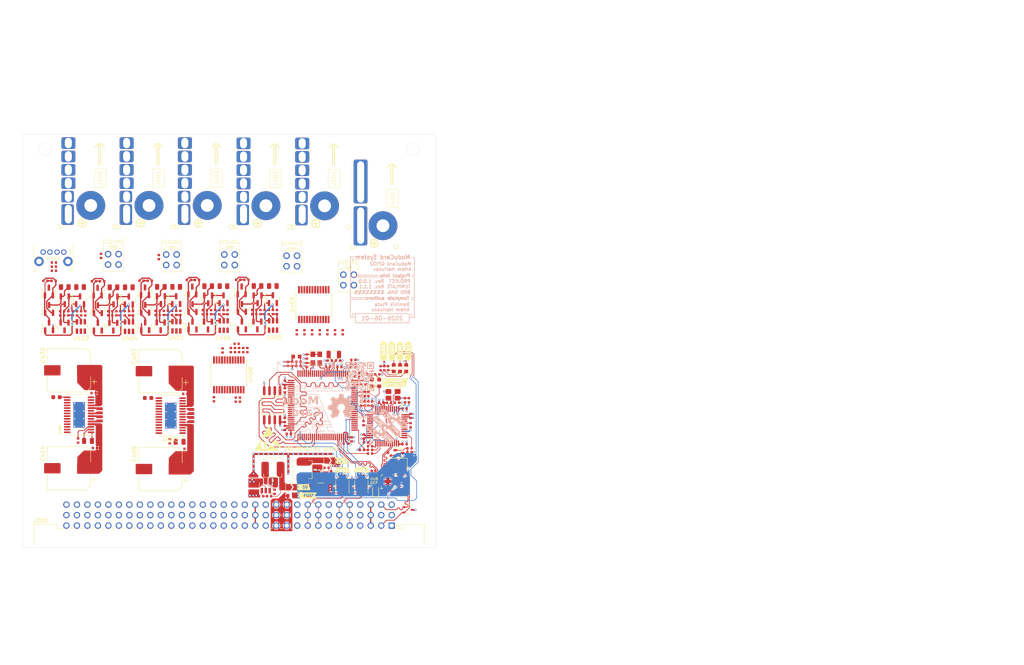
<source format=kicad_pcb>
(kicad_pcb (version 20241229) (generator "pcbnew") (generator_version "9.0")
  (title_block (title "ModuCard GPIO2") (date "2025-02-25") (rev "1.1.1") (company "ModuCard") (comment 1 "Base project author: Dominik Pluta Artem Horiunov") (comment 2 "Artem Horiunov") (comment 3 "Project Author"))
  (layers (0 "F.Cu" signal) (4 "In1.Cu" signal) (6 "In2.Cu" signal) (2 "B.Cu" signal) (13 "F.Paste" user) (15 "B.Paste" user) (5 "F.SilkS" user "F.Silkscreen") (7 "B.SilkS" user "B.Silkscreen") (1 "F.Mask" user) (3 "B.Mask" user) (25 "Edge.Cuts" user))
  (property "SHEETTOTAL" "5")
  (net 0 "")
  (net 1 "+3V3")
  (net 2 "GND")
  (net 3 "/ST-LINK/STLINK-RST")
  (net 4 "/ST-LINK/STLINK-OSC_IN")
  (net 5 "/ST-LINK/STLINK-OSC_OUT")
  (net 6 "+5V")
  (net 7 "/ST-LINK/LED")
  (net 8 "/MCU/OSC_IN")
  (net 9 "/ST-LINK/STLINK-BOOT0")
  (net 10 "/MCU/BOOT0")
  (net 11 "/MCU/NRST")
  (net 12 "/ST-LINK/DIO")
  (net 13 "/ST-LINK/CLK")
  (net 14 "+12V_FUSED")
  (net 15 "/ST-LINK/USB_RENUM")
  (net 16 "Net-(U302-3V3)")
  (net 17 "/Backplane/GPIOC0")
  (net 18 "/MCU/USR_BUTTON")
  (net 19 "/ST-LINK/SWO")
  (net 20 "Net-(D700-Pad2)")
  (net 21 "Net-(D701-Pad1)")
  (net 22 "Net-(Q700-B)")
  (net 23 "Net-(Q700-E)")
  (net 24 "/MCU/SWD.~{RST}")
  (net 25 "Net-(U500-STB)")
  (net 26 "Net-(U600-STB)")
  (net 27 "/MCU/SWD.SWCLK")
  (net 28 "/ST-LINK/ST-LINK.D+")
  (net 29 "/MCU/SWD.SWDIO")
  (net 30 "Net-(D301-Pad1)")
  (net 31 "/MCU/QSPI1.SCLK")
  (net 32 "/MCU/QSPI1.IO3")
  (net 33 "/MCU/USB_MCU.D-")
  (net 34 "Net-(U302-PGANG)")
  (net 35 "/MCU/USB_MCU.D+")
  (net 36 "/USB-hub/USB_MCU_R.D-")
  (net 37 "/ST-LINK/ST-LINK.D-")
  (net 38 "/USB-hub/USB_MCU_R.D+")
  (net 39 "/Backplane/BACKPLANE.D+")
  (net 40 "/Backplane/BACKPLANE.D-")
  (net 41 "/MCU/QSPI1.CS")
  (net 42 "/MCU/I2C1.SDA")
  (net 43 "/USB-hub/USBOUT1_R.D-")
  (net 44 "/USB-hub/USBOUT1_R.D+")
  (net 45 "+12V")
  (net 46 "Net-(U700-PA0)")
  (net 47 "Net-(U700-PA5)")
  (net 48 "Net-(U700-PC13)")
  (net 49 "Net-(U700-PC14)")
  (net 50 "Net-(U700-PB0)")
  (net 52 "Net-(U700-PB14)")
  (net 53 "Net-(U700-PB12)")
  (net 54 "Net-(U700-PB13)")
  (net 56 "Net-(U302-XO)")
  (net 57 "Net-(U302-XI)")
  (net 59 "/Backplane/GPIOL5")
  (net 60 "/Backplane/CAN1.+")
  (net 61 "/Backplane/CAN2.-")
  (net 62 "/Backplane/GPIOL3")
  (net 63 "/Backplane/CAN2.+")
  (net 64 "/Backplane/GPIOL6")
  (net 65 "/Backplane/GPIOR8")
  (net 66 "/Backplane/GPIOL2")
  (net 67 "/Backplane/GPIOR0")
  (net 68 "/Backplane/GPIOR3")
  (net 69 "/MCU/QSPI1.IO0")
  (net 70 "/Backplane/GPIOR15")
  (net 71 "/Backplane/GPIOL10")
  (net 72 "/Backplane/GPIOL12")
  (net 73 "/Backplane/GPIOC9")
  (net 74 "/Backplane/GPIOR5")
  (net 75 "/Backplane/GPIOR2")
  (net 76 "/MCU/OSC32_OUT")
  (net 77 "/MCU/QSPI1.IO2")
  (net 78 "/Backplane/CAN1.-")
  (net 79 "/MCU/QSPI1.IO1")
  (net 80 "/Backplane/GPIOL9")
  (net 81 "/Backplane/GPIOL0")
  (net 82 "/MCU/I2C1.SCL")
  (net 83 "/Backplane/GPIOL14")
  (net 84 "/Backplane/GPIOL11")
  (net 85 "/Backplane/GPIOC4")
  (net 86 "/Backplane/GPIOL8")
  (net 87 "/MCU/BOOT_EN")
  (net 88 "/Backplane/GPIOC11")
  (net 89 "/Backplane/GPIOR6")
  (net 90 "/Backplane/GPIOR1")
  (net 91 "/Backplane/GPIOR11")
  (net 92 "/Backplane/GPIOL15")
  (net 93 "/Backplane/GPIOR4")
  (net 94 "/Backplane/GPIOL13")
  (net 95 "/Backplane/GPIOC6")
  (net 96 "/Backplane/GPIOC10")
  (net 97 "/Backplane/GPIOL7")
  (net 98 "/Backplane/GPIOR9")
  (net 99 "/MCU/OSC32_IN")
  (net 100 "/Backplane/GPIOC15")
  (net 101 "/Backplane/GPIOR10")
  (net 120 "/Backplane/GPIOC3")
  (net 121 "+24V")
  (net 122 "/Backplane/GPIOC2")
  (net 123 "/Backplane/GPIOR12")
  (net 124 "/Backplane/GPIOL4")
  (net 125 "/Backplane/GPIOC7")
  (net 126 "/Backplane/GPIOC12")
  (net 127 "/Backplane/GPIOC8")
  (net 128 "/Backplane/GPIOC14")
  (net 129 "/Backplane/GPIOC1")
  (net 130 "/Backplane/GPIOC13")
  (net 131 "/Backplane/GPIOL1")
  (net 132 "/Backplane/GPIOR7")
  (net 133 "/Backplane/GPIOC5")
  (net 134 "/Backplane/GPIOR13")
  (net 135 "/Backplane/GPIOR14")
  (net 136 "/MCU/VCAP_2")
  (net 137 "/MCU/VCAP_1")
  (net 138 "/CAN transceiver 1/CAN.TX")
  (net 139 "/CAN transceiver 1/CAN.RX")
  (net 140 "/CAN transceiver 2/CAN.TX")
  (net 141 "/CAN transceiver 2/CAN.RX")
  (net 142 "Net-(D400-Pad1)")
  (net 143 "/Power/SW_5V0")
  (net 144 "/Power/VBST_5V0")
  (net 145 "/Power/VBST_3V3")
  (net 146 "/Power/SW_3V3")
  (net 147 "/Power/FB_5V0")
  (net 148 "/Power/FB_3V3")
  (net 151 "/MCU/USR_BTN")
  (net 152 "/MCU/USER_LED_1")
  (net 153 "/MCU/USER_LED_2")
  (net 154 "/MCU/STATUS_LED")
  (net 155 "Net-(D401-Pad1)")
  (net 156 "Net-(D402-Pad1)")
  (net 157 "+5V_STDBY")
  (net 158 "/Power/+5V_UNPROTEC")
  (net 159 "/Power/+3V3_UNPROTEC")
  (net 160 "/MCU/VDDA")
  (net 215 "/MCU/MCU_UART.RX")
  (net 216 "/MCU/MCU_UART.TX")
  (net 217 "/Hbridge1-2/VM")
  (net 218 "Net-(U407-VCP)")
  (net 219 "Net-(U403-VCP)")
  (net 220 "Net-(U403-CP1)")
  (net 221 "Net-(U403-CP2)")
  (net 222 "Net-(U407-CP1)")
  (net 223 "Net-(U407-CP2)")
  (net 224 "Net-(U403-V3P3OUT)")
  (net 225 "Net-(U407-V3P3OUT)")
  (net 226 "/GPIO_Conn1/GPIO.Bridge+")
  (net 227 "/GPIO_Conn1/GPIO.LV+")
  (net 228 "/GPIO_Conn1/GPIO.Bridge-")
  (net 229 "/GPIO_Conn1/GPIO.GPIO2")
  (net 230 "/GPIO_Conn3/GPIO.LV+")
  (net 231 "/GPIO_Conn3/GPIO.Bridge-")
  (net 232 "/GPIO_Conn3/GPIO.GPIO2")
  (net 233 "/GPIO_Conn3/GPIO.Bridge+")
  (net 234 "/GPIO_Conn4/GPIO.LV+")
  (net 235 "/GPIO_Conn4/GPIO.Bridge-")
  (net 236 "/GPIO_Conn4/GPIO.Bridge+")
  (net 237 "/GPIO_Conn4/GPIO.GPIO2")
  (net 238 "/GPIO_Conn5/GPIO.Bridge+")
  (net 239 "/GPIO_Conn5/GPIO.Bridge-")
  (net 240 "/GPIO_Conn5/GPIO.LV+")
  (net 241 "/GPIO_Conn5/GPIO.GPIO2")
  (net 242 "/GPIO_Conn1/GPIO.GPIO1")
  (net 243 "/GPIO_Conn3/GPIO.GPIO1")
  (net 244 "/GPIO_Conn4/GPIO.GPIO1")
  (net 245 "/GPIO_Conn5/GPIO.GPIO1")
  (net 248 "Net-(LED400-Pad1)")
  (net 250 "Net-(LED402-Pad1)")
  (net 252 "Net-(LED404-Pad1)")
  (net 256 "Net-(LED401-Pad1)")
  (net 260 "Net-(LED403-Pad1)")
  (net 261 "/GPIO_Conn5/GPIO.LED")
  (net 266 "/GPIO_Conn1/GPIO.LED")
  (net 267 "Net-(U401-Y0)")
  (net 268 "Net-(U401-Y1)")
  (net 269 "Net-(U405-Y0)")
  (net 270 "Net-(U405-Y1)")
  (net 271 "Net-(U406-Y0)")
  (net 272 "Net-(U406-Y1)")
  (net 273 "Net-(U404-Y0)")
  (net 274 "Net-(U404-Y1)")
  (net 275 "/GPIO_Conn3/GPIO.LED")
  (net 276 "/GPIO_Conn4/GPIO.LED")
  (net 278 "Net-(U410-Y0)")
  (net 279 "Net-(U410-Y1)")
  (net 280 "Net-(U408-A2)")
  (net 281 "Net-(U408-A1)")
  (net 282 "Net-(U408-A0)")
  (net 284 "Net-(U409-A2)")
  (net 285 "Net-(U409-A1)")
  (net 286 "Net-(U409-A0)")
  (net 287 "/GPIO_Conn5/GPIO.SEL")
  (net 288 "/GPIO_Conn5/GPIO.EN")
  (net 289 "/GPIO_Conn1/GPIO.EN")
  (net 290 "/GPIO_Conn1/GPIO.SEL")
  (net 291 "/GPIO_Conn3/GPIO.SEL")
  (net 292 "/GPIO_Conn3/GPIO.EN")
  (net 293 "/GPIO_Conn4/GPIO.EN")
  (net 294 "/I2C-GPIO/GPIO.SCL")
  (net 295 "/I2C-GPIO/GPIO.SDA")
  (net 296 "/GPIO_Conn4/GPIO.SEL")
  (net 297 "/GPIO_Conn2/GPIO.LV+")
  (net 298 "/GPIO_Conn2/GPIO.GPIO1")
  (net 301 "/GPIO_Conn2/GPIO.Bridge-")
  (net 302 "/GPIO_Conn2/GPIO.GPIO2")
  (net 303 "/GPIO_Conn2/GPIO.Bridge+")
  (net 310 "/GPIO_Conn2/GPIO.LED")
  (net 311 "/GPIO_Conn2/GPIO.EN")
  (net 313 "/GPIO_Conn2/GPIO.SEL")
  (net 314 "Net-(Q402-G)")
  (net 315 "Net-(Q402-S)")
  (net 316 "Net-(Q406-G)")
  (net 317 "Net-(Q406-S)")
  (net 318 "Net-(Q410-G)")
  (net 319 "Net-(Q410-S)")
  (net 320 "Net-(Q414-S)")
  (net 321 "Net-(Q414-G)")
  (net 322 "Net-(Q418-S)")
  (net 323 "Net-(Q418-G)")
  (net 324 "Net-(Q400-D)")
  (net 325 "Net-(Q403-S)")
  (net 326 "Net-(Q407-S)")
  (net 327 "Net-(Q401-D)")
  (net 328 "Net-(Q404-D)")
  (net 329 "Net-(Q411-S)")
  (net 330 "Net-(Q405-D)")
  (net 331 "Net-(Q415-S)")
  (net 332 "Net-(Q408-D)")
  (net 333 "Net-(Q419-S)")
  (net 334 "Net-(Q400-G)")
  (net 335 "Net-(Q401-G)")
  (net 336 "Net-(Q404-G)")
  (net 337 "Net-(Q405-G)")
  (net 338 "Net-(Q408-G)")
  (net 339 "Net-(Q430-G)")
  (net 340 "Net-(Q431-G)")
  (net 341 "Net-(Q432-G)")
  (net 342 "Net-(Q433-G)")
  (net 343 "Net-(Q434-G)")
  (net 344 "/Hbridge3-4/BRIDGE.EN2")
  (net 345 "/Hbridge3-4/BRIDGE.EN3")
  (net 346 "/Hbridge3-4/BRIDGE.NRST")
  (net 347 "/Hbridge3-4/BRIDGE.IN1")
  (net 348 "/Hbridge3-4/BRIDGE.EN4")
  (net 349 "/Hbridge3-4/BRIDGE.IN4")
  (net 350 "/Hbridge3-4/BRIDGE.NFAULT")
  (net 351 "/Hbridge3-4/BRIDGE.NSLEEP")
  (net 352 "/Hbridge3-4/BRIDGE.IN2")
  (net 353 "/Hbridge3-4/BRIDGE.EN1")
  (net 354 "/Hbridge3-4/BRIDGE.IN3")
  (net 355 "/Hbridge1-2/BRIDGE.NFAULT")
  (net 356 "/Hbridge1-2/BRIDGE.NRST")
  (net 357 "/Hbridge1-2/BRIDGE.EN2")
  (net 358 "/Hbridge1-2/BRIDGE.IN2")
  (net 359 "/Hbridge1-2/BRIDGE.NSLEEP")
  (net 360 "/Hbridge1-2/BRIDGE.EN4")
  (net 361 "/Hbridge1-2/BRIDGE.IN1")
  (net 362 "/Hbridge1-2/BRIDGE.EN3")
  (net 363 "/Hbridge1-2/BRIDGE.IN3")
  (net 364 "/Hbridge1-2/BRIDGE.EN1")
  (net 365 "/Hbridge1-2/BRIDGE.IN4")
  (footprint "kibuzzard-67B37005" (layer "F.Cu") (at 132.75 103.775 90)
    (property "Reference" "kibuzzard-67B37005" (hide yes))
    (property "Value" "G***" (hide yes))
  )
  (footprint "PCM_JLCPCB:R_0402" (layer "F.Cu") (at 97.97 94.285001 90)
    (property "Reference" "R424" (hide yes))
    (property "Value" "1kΩ" (hide yes))
  )
  (footprint "PCM_JLCPCB:R_0805" (layer "F.Cu") (at 84.31 88.015001)
    (property "Reference" "R435" (hide yes))
    (property "Value" "0Ω")
  )
  (footprint "PCM_JLCPCB:C_0402" (layer "F.Cu") (at 83.52 94.815001 180)
    (property "Reference" "C444" (hide yes))
    (property "Value" "10nF")
  )
  (footprint "PCM_JLCPCB:R_0402" (layer "F.Cu") (at 93.58 86.485001)
    (property "Reference" "R458" (hide yes))
    (property "Value" "10kΩ" (hide yes))
  )
  (footprint "Inductor_SMD:L_Changjiang_FXL0420" (layer "F.Cu") (at 107.12072 132.421542 90)
    (property "Reference" "L301" (hide yes))
    (property "Value" "3.3uH")
  )
  (footprint "PCM_JLCPCB:R_0402" (layer "F.Cu") (at 54.57 94.595001 90)
    (property "Reference" "R465" (hide yes))
    (property "Value" "10kΩ" (hide yes))
  )
  (footprint "kibuzzard-67B643DE" (layer "F.Cu") (at 116.77 132.485001)
    (property "Reference" "kibuzzard-67B643DE" (hide yes))
    (property "Value" "G***" (hide yes))
  )
  (footprint "Jumper:SolderJumper-2_P1.3mm_Open_TrianglePad1.0x1.5mm" (layer "F.Cu") (at 104.45 136.675)
    (property "Reference" "JP300" (hide yes))
    (property "Value" "SolderJumper_2_Bridged" (hide yes))
  )
  (footprint "PCM_JLCPCB:R_0402" (layer "F.Cu") (at 44.915 86.737501 180)
    (property "Reference" "R460" (hide yes))
    (property "Value" "10kΩ" (hide yes))
  )
  (footprint "PCM_JLCPCB:R_0402" (layer "F.Cu") (at 46.97 82.285001)
    (property "Reference" "R406" (hide yes))
    (property "Value" "100Ω" (hide yes))
  )
  (footprint "Capacitor_SMD:CP_Elec_10x10" (layer "F.Cu") (at 72.77 108.585001 180)
    (property "Reference" "C407")
    (property "Value" "47uF")
  )
  (footprint "Capacitor_SMD:CP_Elec_10x10" (layer "F.Cu") (at 50.595 108.388334 180)
    (property "Reference" "C430")
    (property "Value" "47uF")
  )
  (footprint "PCM_JLCPCB:R_0402" (layer "F.Cu") (at 93.795 103.485001 90)
    (property "Reference" "R448" (hide yes))
    (property "Value" "10kΩ" (hide yes))
  )
  (footprint "PCM_JLCPCB:C_0402" (layer "F.Cu") (at 116.078 107.597001)
    (property "Reference" "C420" (hide yes))
    (property "Value" "100nF")
  )
  (footprint "TestPoint:TestPoint_Pad_D1.0mm" (layer "F.Cu") (at 132.75 105.325)
    (property "Reference" "TP302" (hide yes))
    (property "Value" "TestPoint")
  )
  (footprint "PCM_JLCPCB:C_0402" (layer "F.Cu") (at 106.172 106.327001 180)
    (property "Reference" "C423" (hide yes))
    (property "Value" "10uF")
  )
  (footprint "PCM_JLCPCB:R_0402" (layer "F.Cu") (at 66.105 94.587501 90)
    (property "Reference" "R462" (hide yes))
    (property "Value" "10kΩ" (hide yes))
  )
  (footprint "PCM_JLCPCB:R_0402" (layer "F.Cu") (at 79.63 86.515001)
    (property "Reference" "R459" (hide yes))
    (property "Value" "10kΩ" (hide yes))
  )
  (footprint "PCM_JLCPCB:R_0402" (layer "F.Cu") (at 90.795 103.485001 90)
    (property "Reference" "R447" (hide yes))
    (property "Value" "10kΩ" (hide yes))
  )
  (footprint "PCM_JLCPCB:C_0402" (layer "F.Cu") (at 108.204 107.089001 90)
    (property "Reference" "C406" (hide yes))
    (property "Value" "100nF")
  )
  (footprint "PCM_JLCPCB:R_0402" (layer "F.Cu") (at 126.85 132.125 -90)
    (property "Reference" "R903" (hide yes))
    (property "Value" "22Ω" (hide yes))
  )
  (footprint "PCM_JLCPCB:R_0402" (layer "F.Cu") (at 126.7 138.375 180)
    (property "Reference" "R308" (hide yes))
    (property "Value" "1kΩ" (hide yes))
  )
  (footprint "PCM_JLCPCB:Q_SOT-23" (layer "F.Cu") (at 69.07 93.495001 90)
    (property "Reference" "Q420" (hide yes))
    (property "Value" "AO3401A")
  )
  (footprint "PCM_JLCPCB:FB_0603" (layer "F.Cu") (at 105.672 105.057001 180)
    (property "Reference" "FB401" (hide yes))
    (property "Value" "~")
  )
  (footprint "PCM_JLCPCB:C_0402" (layer "F.Cu") (at 119.1 137.575 90)
    (property "Reference" "C501" (hide yes))
    (property "Value" "100nF")
  )
  (footprint "PCM_JLCPCB:C_0402" (layer "F.Cu") (at 81.63 86.515001)
    (property "Reference" "C449" (hide yes))
    (property "Value" "10nF")
  )
  (footprint "PCM_JLCPCB:R_0402" (layer "F.Cu") (at 58.37 80.685001 90)
    (property "Reference" "R400" (hide yes))
    (property "Value" "220Ω" (hide yes))
  )
  (footprint "PCM_JLCPCB:R_0402" (layer "F.Cu") (at 123.5 128.525)
    (property "Reference" "R716" (hide yes))
    (property "Value" "22Ω" (hide yes))
  )
  (footprint "PCM_JLCPCB:R_0402" (layer "F.Cu") (at 114.07072 133.321542 -90)
    (property "Reference" "R306" (hide yes))
    (property "Value" "33k2" (hide yes))
  )
  (footprint "PCM_JLCPCB:C_0402" (layer "F.Cu") (at 52.8275 125.388334 90)
    (property "Reference" "C412" (hide yes))
    (property "Value" "100nF")
  )
  (footprint "PCM_JLCPCB:D_0603" (layer "F.Cu") (at 124.85 137.575 90)
    (property "Reference" "D301" (hide yes))
    (property "Value" "Red")
  )
  (footprint "Molex-UP-righter:Molex-UP-righter" (layer "F.Cu") (at 50.591516 63.385001 90)
    (property "Reference" "J400")
    (property "Value" "Conn_01x06_Socket")
  )
  (footprint "PCM_JLCPCB:R_0402" (layer "F.Cu") (at 85.695 115.385001 -90)
    (property "Reference" "R430" (hide yes))
    (property "Value" "220Ω" (hide yes))
  )
  (footprint "PCM_JLCPCB:R_0805" (layer "F.Cu") (at 96.26 87.985001)
    (property "Reference" "R428" (hide yes))
    (property "Value" "0Ω")
  )
  (footprint "PCM_JLCPCB:C_0402" (layer "F.Cu") (at 102.87 122.329001 -90)
    (property "Reference" "C427" (hide yes))
    (property "Value" "2.2uF")
  )
  (footprint "PCM_JLCPCB:R_0805" (layer "F.Cu") (at 49.595 88.237501)
    (property "Reference" "R442" (hide yes))
    (property "Value" "0Ω")
  )
  (footprint "PCM_JLCPCB:C_0402" (layer "F.Cu") (at 114.55 137.575 90)
    (property "Reference" "C601" (hide yes))
    (property "Value" "100nF")
  )
  (footprint "PCM_JLCPCB:R_0402" (layer "F.Cu") (at 97.15 138.871508 180)
    (property "Reference" "R301" (hide yes))
    (property "Value" "10kΩ" (hide yes))
  )
  (footprint "PCM_JLCPCB:C_0402" (layer "F.Cu") (at 105.77 99.185001 90)
    (property "Reference" "C439" (hide yes))
    (property "Value" "100nF")
  )
  (footprint "PCM_JLCPCB:R_0402" (layer "F.Cu") (at 119.1 135.425 90)
    (property "Reference" "R600" (hide yes))
    (property "Value" "10kΩ" (hide yes))
  )
  (footprint "PCM_JLCPCB:R_0402" (layer "F.Cu") (at 90.995 115.485001 90)
    (property "Reference" "R446" (hide yes))
    (property "Value" "10kΩ" (hide yes))
  )
  (footprint "PCM_JLCPCB:Q_SOT-23" (layer "F.Cu") (at 61.355 97.827501 -90)
    (property "Reference" "Q406" (hide yes))
    (property "Value" "AO3401A")
  )
  (footprint "PCM_JLCPCB:C_0402" (layer "F.Cu") (at 60.605 95.087501 180)
    (property "Reference" "C442" (hide yes))
    (property "Value" "10nF")
  )
  (footprint "PCM_JLCPCB:C_0402" (layer "F.Cu") (at 102.87 113.234002 -90)
    (property "Reference" "C400" (hide yes))
    (property "Value" "10uF")
  )
  (footprint "kibuzzard-67B643EE" (layer "F.Cu") (at 121.37 132.485001)
    (property "Reference" "kibuzzard-67B643EE" (hide yes))
    (property "Value" "G***" (hide yes))
  )
  (footprint "PCM_JLCPCB:Q_SOT-23" (layer "F.Cu") (at 69.02 89.255001 90)
    (property "Reference" "Q403" (hide yes))
    (property "Value" "AO3401A")
  )
  (footprint "PCM_JLCPCB:C_0402" (layer "F.Cu") (at 113.75 106.025 180)
    (property "Reference" "C313" (hide yes))
    (property "Value" "18pF")
  )
  (footprint "PCM_JLCPCB:C_0402" (layer "F.Cu") (at 116.8 134.025 180)
    (property "Reference" "C600" (hide yes))
    (property "Value" "100nF")
  )
  (footprint "PCM_JLCPCB:R_0402" (layer "F.Cu") (at 92.795 103.485001 -90)
    (property "Reference" "R445" (hide yes))
    (property "Value" "10kΩ" (hide yes))
  )
  (footprint "PCM_JLCPCB:C_0402" (layer "F.Cu") (at 115.7 106.025)
    (property "Reference" "C314" (hide yes))
    (property "Value" "18pF")
  )
  (footprint "PCM_JLCPCB:R_0402" (layer "F.Cu") (at 50.47 94.595001 90)
    (property "Reference" "R441" (hide yes))
    (property "Value" "10kΩ" (hide yes))
  )
  (footprint "kibuzzard-67B6438D" (layer "F.Cu") (at 116.77 130.285001)
    (property "Reference" "kibuzzard-67B6438D" (hide yes))
    (property "Value" "G***" (hide yes))
  )
  (footprint "PCM_JLCPCB:R_0402" (layer "F.Cu") (at 88.02 94.315001 90)
    (property "Reference" "R432" (hide yes))
    (property "Value" "1kΩ" (hide yes))
  )
  (footprint "PCM_JLCPCB:R_0402" (layer "F.Cu") (at 68.18 86.695001 180)
    (property "Reference" "R453" (hide yes))
    (property "Value" "10kΩ" (hide yes))
  )
  (footprint "PCM_JLCPCB:C_0603" (layer "F.Cu") (at 94.646542 136.991059 -90)
    (property "Reference" "C304" (hide yes))
    (property "Value" "10uF")
  )
  (footprint "PCM_JLCPCB:C_0402" (layer "F.Cu") (at 96.09 134.571508 -90)
    (property "Reference" "C305" (hide yes))
    (property "Value" "100nF")
  )
  (footprint "PCM_JLCPCB:R_0402" (layer "F.Cu") (at 119.45 107.645 180)
    (property "Reference" "R404" (hide yes))
    (property "Value" "100Ω" (hide yes))
  )
  (footprint "PCM_JLCPCB:Q_SOT-23" (layer "F.Cu") (at 45.755 89.315001 90)
    (property "Reference" "Q419" (hide yes))
    (property "Value" "AO3401A")
  )
  (footprint "PCM_JLCPCB:C_0402" (layer "F.Cu") (at 56.655 86.827501 180)
    (property "Reference" "C447" (hide yes))
    (property "Value" "10nF")
  )
  (footprint "FixLed307:FixLed307" (layer "F.Cu") (at 118.3164 85.245001)
    (property "Reference" "LED403")
    (property "Value" "FixLed307")
  )
  (footprint "Package_TO_SOT_SMD:SOT-23-6" (layer "F.Cu") (at 111.55 134.11805)
    (property "Reference" "U301" (hide yes))
    (property "Value" "TPS563200" (hide yes))
  )
  (footprint "PCM_JLCPCB:R_0805" (layer "F.Cu") (at 61.395 88.287501)
    (property "Reference" "R421" (hide yes))
    (property "Value" "0Ω")
  )
  (footprint "PCM_JLCPCB:C_0402" (layer "F.Cu") (at 121.4 134.025 180)
    (property "Reference" "C500" (hide yes))
    (property "Value" "100nF")
  )
  (footprint "kibuzzard-67B20BD5" (layer "F.Cu") (at 129.708643 111.36705)
    (property "Reference" "kibuzzard-67B20BD5" (hide yes))
    (property "Value" "G***" (hide yes))
  )
  (footprint "PCM_JLCPCB:R_0402" (layer "F.Cu") (at 127.75 132.125 -90)
    (property "Reference" "R902" (hide yes))
    (property "Value" "22Ω" (hide yes))
  )
  (footprint "PCM_JLCPCB:D_0603" (layer "F.Cu") (at 129.24 107.875 90)
    (property "Reference" "D400" (hide yes))
    (property "Value" "Red")
  )
  (footprint "PCM_JLCPCB:R_0402" (layer "F.Cu") (at 121.325 116.425 -90)
    (property "Reference" "R700" (hide yes))
    (property "Value" "100kΩ" (hide yes))
  )
  (footprint "PCM_JLCPCB:Q_SOT-23" (layer "F.Cu") (at 92.42 89.045001 90)
    (property "Reference" "Q411" (hide yes))
    (property "Value" "AO3401A")
  )
  (footprint "PCM_JLCPCB:R_0402" (layer "F.Cu") (at 100.97 94.285001 90)
    (property "Reference" "R463" (hide yes))
    (property "Value" "10kΩ" (hide yes))
  )
  (footprint "PCM_JLCPCB:R_0402" (layer "F.Cu") (at 58.655 86.827501)
    (property "Reference" "R457" (hide yes))
    (property "Value" "10kΩ" (hide yes))
  )
  (footprint "PCM_JLCPCB:C_0402" (layer "F.Cu") (at 95.47 93.785001 180)
    (property "Reference" "C443" (hide yes))
    (property "Value" "10nF")
  )
  (footprint "PCM_JLCPCB:R_0402" (layer "F.Cu") (at 74.57 94.495001 90)
    (property "Reference" "R407" (hide yes))
    (property "Value" "1kΩ" (hide yes))
  )
  (footprint "PCM_JLCPCB:Q_SOT-23" (layer "F.Cu") (at 49.555 97.775001 -90)
    (property "Reference" "Q418" (hide yes))
    (property "Value" "AO3401A")
  )
  (footprint "PCM_JLCPCB:R_0402" (layer "F.Cu") (at 83.52 93.815001 180)
    (property "Reference" "R433" (hide yes))
    (property "Value" "10kΩ" (hide yes))
  )
  (footprint "PCM_JLCPCB:C_0402" (layer "F.Cu") (at 87.02 94.315001 90)
    (property "Reference" "C437" (hide yes))
    (property "Value" "100nF")
  )
  (footprint "PCM_JLCPCB:R_0402" (layer "F.Cu") (at 126.95 107.875 90)
    (property "Reference" "R411" (hide yes))
    (property "Value" "470Ω" (hide yes))
  )
  (footprint "PCM_JLCPCB:Q_SOT-23" (layer "F.Cu") (at 80.47 89.075001 90)
    (property "Reference" "Q415" (hide yes))
    (property "Value" "AO3401A")
  )
  (footprint "PCM_JLCPCB:Q_SOT-23" (layer "F.Cu") (at 88.02 91.195001 90)
    (property "Reference" "Q433" (hide yes))
    (property "Value" "AO3400A")
  )
  (footprint "PCM_JLCPCB:C_0402" (layer "F.Cu") (at 123.1 114.1 -90)
    (property "Reference" "C410" (hide yes))
    (property "Value" "4.7uF")
  )
  (footprint "PCM_JLCPCB:Q_SOT-23" (layer "F.Cu") (at 96.22 97.525001 -90)
    (property "Reference" "Q410" (hide yes))
    (property "Value" "AO3401A")
  )
  (footprint "PCM_JLCPCB:D_0603" (layer "F.Cu") (at 125.702 111.45 -90)
    (property "Reference" "D701" (hide yes))
    (property "Value" "Red")
  )
  (footprint "PCM_JLCPCB:R_0402" (layer "F.Cu") (at 113.17 99.185001 90)
    (property "Reference" "R454" (hide yes))
    (property "Value" "10kΩ" (hide yes))
  )
  (footprint "PCM_JLCPCB:C_0402" (layer "F.Cu") (at 120.388 108.867001 180)
    (property "Reference" "C422" (hide yes))
    (property "Value" "100nF")
  )
  (footprint "kibuzzard-67B63E8D" (layer "F.Cu") (at 108.37 138.685001)
    (property "Reference" "kibuzzard-67B63E8D" (hide yes))
    (property "Value" "G***" (hide yes))
  )
  (footprint "PCM_JLCPCB:R_0402" (layer "F.Cu") (at 51.555 94.587501 90)
    (property "Reference" "R438" (hide yes))
    (property "Value" "1kΩ" (hide yes))
  )
  (footprint "PCM_JLCPCB:R_0402" (layer "F.Cu") (at 107.62 99.185001 90)
    (property "Reference" "R450" (hide yes))
    (property "Value" "10kΩ" (hide yes))
  )
  (footprint "PCM_JLCPCB:R_0402" (layer "F.Cu") (at 124 116.425 -90)
    (property "Reference" "R701" (hide yes))
    (property "Value" "10kΩ" (hide yes))
  )
  (footprint "PCM_JLCPCB:C_0402" (layer "F.Cu") (at 106.18 107.343001 180)
    (property "Reference" "C424" (hide yes))
    (property "Value" "100nF")
  )
  (footprint "PCM_JLCPCB:Q_SOT-23" (layer "F.Cu") (at 57.605 93.587501 90)
    (property "Reference" "Q421" (hide yes))
    (property "Value" "AO3401A")
  )
  (footprint "PCM_JLCPCB:C_0402" (layer "F.Cu") (at 120.396 109.883001 180)
    (property "Reference" "C405" (hide yes))
    (property "Value" "100nF")
  )
  (footprint "PCM_JLCPCB:C_0603" (layer "F.Cu") (at 101.4 136.171508 180)
    (property "Reference" "C301" (hide yes))
    (property "Value" "10uF")
  )
  (footprint "PCM_JLCPCB:C_0402" (layer "F.Cu") (at 98.97 94.285001 90)
    (property "Reference" "C436" (hide yes))
    (property "Value" "100nF")
  )
  (footprint "XT60-RightAngle:XT60-RightAngle-Adapter" (layer "F.Cu") (at 121.32 68.285001 90)
    (property "Reference" "J405")
    (property "Value" "XT60")
  )
  (footprint "PCM_JLCPCB:Q_SOT-23" (layer "F.Cu") (at 76.57 91.395001 90)
    (property "Reference" "Q430" (hide yes))
    (property "Value" "AO3400A")
  )
  (footprint "PCM_JLCPCB:C_0402" (layer "F.Cu") (at 100.4 137.781508 90)
    (property "Reference" "C300" (hide yes))
    (property "Value" "100nF")
  )
  (footprint "PCM_JLCPCB:D_0603" (layer "F.Cu") (at 132.24 107.875 90)
    (property "Reference" "D402" (hide yes))
    (property "Value" "Red")
  )
  (footprint "Package_SO:SSOP-24_5.3x8.2mm_P0.65mm" (layer "F.Cu") (at 109.87 92.485001 90)
    (property "Reference" "U409")
    (property "Value" "TCA9535DBR")
  )
  (footprint "PCM_JLCPCB:CRYSTAL-SMD_4P-L3.2-W2.5-BL" (layer "F.Cu") (at 129.05 114.325 180)
    (property "Reference" "Y700" (hide yes))
    (property "Value" "8 MHz")
  )
  (footprint "Package_QFP:LQFP-48_7x7mm_P0.5mm" (layer "F.Cu") (at 127.65 121.925 -90)
    (property "Reference" "U700" (hide yes))
    (property "Value" "STM32F103CBTx")
  )
  (footprint "PCM_JLCPCB:R_0402" (layer "F.Cu") (at 111.32 99.185001 90)
    (property "Reference" "R452" (hide yes))
    (property "Value" "10kΩ" (hide yes))
  )
  (footprint "FixLed307:FixLed307" (layer "F.Cu") (at 89.503333 80.356747)
    (property "Reference" "LED402")
    (property "Value" "FixLed307")
  )
  (footprint "Package_SO:HTSSOP-28-1EP_4.4x9.7mm_P0.65mm_EP2.75x6.2mm_ThermalVias" (layer "F.Cu") (at 53.07 119.155001 180)
    (property "Reference" "U407")
    (property "Value" "DRV8844PWPR")
  )
  (footprint "PCM_JLCPCB:R_0402" (layer "F.Cu") (at 87.795 103.585001 90)
    (property "Reference" "R423" (hide yes))
    (property "Value" "220Ω" (hide yes))
  )
  (footprint "PCM_JLCPCB:Q_SOT-23" (layer "F.Cu") (at 57.555 89.347501 90)
    (property "Reference" "Q407" (hide yes))
    (property "Value" "AO3401A")
  )
  (footprint "PCM_JLCPCB:R_0402" (layer "F.Cu") (at 123.35 109.375)
    (property "Reference" "R707" (hide yes))
    (property "Value" "10kΩ" (hide yes))
  )
  (footprint "Molex-UP-righter:Molex-UP-righter" (layer "F.Cu") (at 92.991516 63.443464 90)
    (property "Reference" "J403")
    (property "Value" "Conn_01x06_Socket")
  )
  (footprint "Package_TO_SOT_SMD:SOT-23-6" (layer "F.Cu") (at 76.62 97.732501 90)
    (property "Reference" "U401")
    (property "Value" "SN74LVC1G19DBVR")
  )
  (footprint "PCM_JLCPCB:R_0402" (layer "F.Cu") (at 63.07 94.587501 90)
    (property "Reference" "R418" (hide yes))
    (property "Value" "1kΩ" (hide yes))
  )
  (footprint "PCM_JLCPCB:Q_SOT-23" (layer "F.Cu") (at 53.305 91.435001 90)
    (property "Reference" "Q434" (hide yes))
    (property "Value" "AO3400A")
  )
  (footprint "FixLed307:FixLed307" (layer "F.Cu") (at 75.436667 80.356747)
    (property "Reference" "LED404")
    (property "Value" "FixLed307")
  )
  (footprint "kibuzzard-67B37472" (layer "F.Cu") (at 130.75 103.775 90)
    (property "Reference" "kibuzzard-67B37472" (hide yes))
    (property "Value" "G***" (hide yes))
  )
  (footprint "PCM_JLCPCB:C_0402" (layer "F.Cu") (at 128.1 116.235 180)
    (property "Reference" "C708" (hide yes))
    (property "Value" "33pF" (hide yes))
  )
  (footprint "PCM_JLCPCB:R_0402" (layer "F.Cu") (at 132.9 115.625 -90)
    (property "Reference" "R705" (hide yes))
    (property "Value" "10kΩ" (hide yes))
  )
  (footprint "PCM_JLCPCB:R_0402" (layer "F.Cu") (at 114.07072 135.221542 -90)
    (property "Reference" "R307" (hide yes))
    (property "Value" "10kΩ" (hide yes))
  )
  (footprint "PCM_JLCPCB:C_0402" (layer "F.Cu") (at 103.64 106.843001 -90)
    (property "Reference" "C425" (hide yes))
    (property "Value" "10uF")
  )
  (footprint "PCM_JLCPCB:R_0402" (layer "F.Cu") (at 133.05 128.175)
    (property "Reference" "R711" (hide yes))
    (property "Value" "39kΩ" (hide yes))
  )
  (footprint "PCM_JLCPCB:R_0402" (layer "F.Cu") (at 96.97 94.285001 90)
    (property "Reference" "R427" (hide yes))
    (property "Value" "10kΩ" (hide yes))
  )
  (footprint "PCM_JLCPCB:R_0402" (layer "F.Cu") (at 133.05 127.275)
    (property "Reference" "R710" (hide yes))
    (property "Value" "100Ω" (hide yes))
  )
  (footprint "PCM_JLCPCB:R_0402" (layer "F.Cu") (at 123.5 127.65)
    (property "Reference" "R715" (hide yes))
    (property "Value" "22Ω" (hide yes))
  )
  (footprint "TestPoint:TestPoint_Pad_D1.0mm" (layer "F.Cu") (at 128.75 105.325)
    (property "Reference" "TP300" (hide yes))
    (property "Value" "TestPoint")
  )
  (footprint "PCM_JLCPCB:C_0402" (layer "F.Cu") (at 102.87 111.407001 90)
    (property "Reference" "C402" (hide yes))
    (property "Value" "100nF")
  )
  (footprint "PCM_JLCPCB:C_0402" (layer "F.Cu") (at 56.595 113.888334 180)
    (property "Reference" "C431" (hide yes))
    (property "Value" "1uF")
  )
  (footprint "kibuzzard-67E7D86B" (layer "F.Cu") (at 126.75 103.775001 90)
    (property "Reference" "kibuzzard-67E7D86B" (hide yes))
    (property "Value" "G***" (hide yes))
  )
  (footprint "Package_TO_SOT_SMD:SOT-23-6" (layer "F.Cu") (at 100.02 97.522501 90)
    (property "Reference" "U405")
    (property "Value" "SN74LVC1G19DBVR")
  )
  (footprint "Molex-UP-righter:Molex-UP-righter" (layer "F.Cu") (at 64.691516 63.385001 90)
    (property "Reference" "J401")
    (property "Value" "Conn_01x06_Socket")
  )
  (footprint "Jumper:SolderJumper-2_P1.3mm_Open_TrianglePad1.0x1.5mm" (layer "F.Cu") (at 113.69572 130.225)
    (property "Reference" "JP301" (hide yes))
    (property "Value" "SolderJumper_2_Bridged")
  )
  (footprint "PCM_JLCPCB:C_0402" (layer "F.Cu") (at 79.07 127.385001 180)
    (property "Reference" "C409" (hide yes))
    (property "Value" "1uF")
  )
  (footprint "PCM_JLCPCB:C_0402" (layer "F.Cu") (at 109.77072 136.281542)
    (property "Reference" "C311" (hide yes))
    (property "Value" "100nF")
  )
  (footprint "PCM_JLCPCB:C_0603" (layer "F.Cu") (at 69.77 115.085001 180)
    (property "Reference" "C419" (hide yes))
    (property "Value" "47nF")
  )
  (footprint "TestPoint:TestPoint_Pad_D1.0mm" (layer "F.Cu") (at 130.75 105.325)
    (property "Reference" "TP301" (hide yes))
    (property "Value" "TestPoint")
  )
  (footprint "PCM_JLCPCB:Q_SOT-23" (layer "F.Cu") (at 99.97 91.165001 90)
    (property "Reference" "Q432" (hide yes))
    (property "Value" "AO3400A")
  )
  (footprint "Package_TO_SOT_SMD:SOT-323_SC-70" (layer "F.Cu") (at 132.7075 142.162501)
    (property "Reference" "U402" (hide yes))
    (property "Value" "TPD2E2U06DCK")
  )
  (footprint "PCM_JLCPCB:C_0402" (layer "F.Cu") (at 91.195 101.985001 180)
    (property "Reference" "C440" (hide yes))
    (property "Value" "100nF")
  )
  (footprint "PCM_JLCPCB:C_0805" (layer "F.Cu") (at 77.4025 125.685001)
    (property "Reference" "C417" (hide yes))
    (property "Value" "100nF")
  )
  (footprint "PCM_JLCPCB:C_0402" (layer "F.Cu") (at 130 116.225)
    (property "Reference" "C707" (hide yes))
    (property "Value" "33pF")
  )
  (footprint "PCM_JLCPCB:R_0402" (layer "F.Cu") (at 62.105 94.587501 90)
    (property "Reference" "R420" (hide yes))
    (property "Value" "10kΩ" (hide yes))
  )
  (footprint "PCM_JLCPCB:R_0402" (layer "F.Cu") (at 123.9 133.225 -90)
    (property "Reference" "R901" (hide yes))
    (property "Value" "22Ω" (hide yes))
  )
  (footprint "FixLed307:FixLed307" (layer "F.Cu") (at 104.57 80.656747)
    (property "Reference" "LED401")
    (property "Value" "FixLed307")
  )
  (footprint "PCM_JLCPCB:C_0402" (layer "F.Cu") (at 46.915 86.737501)
    (property "Reference" "C450" (hide yes))
    (property "Value" "10nF")
  )
  (footprint "Oscillator:Oscillator_SMD_Abracon_ASE-4Pin_3.2x2.5mm" (layer "F.Cu") (at 110.49 105.565001 -90)
    (property "Reference" "Y400" (hide yes))
    (property "Value" "ASE-xxxMHz")
  )
  (footprint "PCM_JLCPCB:R_0402" (layer "F.Cu") (at 133.05 129.075 180)
    (property "Reference" "R709" (hide yes))
    (property "Value" "10kΩ" (hide yes))
  )
  (footprint "PCM_JLCPCB:C_0805" (layer "F.Cu") (at 55.2275 125.488334)
    (property "Reference" "C418" (hide yes))
    (property "Value" "100nF")
  )
  (footprint "PCM_JLCPCB:R_0805" (layer "F.Cu") (at 72.86 88.195001)
    (property "Reference" "R414" (hide yes))
    (property "Value" "0Ω")
  )
  (footprint "PCM_JLCPCB:C_0603" (layer "F.Cu") (at 112.20072 136.481542)
    (property "Reference" "C310" (hide yes))
    (property "Value" "10uF")
  )
  (footprint "PCM_JLCPCB:R_0402" (layer "F.Cu") (at 122.2 114.1 -90)
    (property "Reference" "R402" (hide yes))
    (property "Value" "10kΩ" (hide yes))
  )
  (footprint "PCM_JLCPCB:R_0402" (layer "F.Cu") (at 133.3 121.675 90)
    (property "Reference" "R702" (hide yes))
    (property "Value" "100kΩ" (hide yes))
  )
  (footprint "PCM_JLCPCB:C_0603" (layer "F.Cu") (at 112.190271 137.725)
    (property "Reference" "C309" (hide yes))
    (property "Value" "10uF")
  )
  (footprint "PCM_JLCPCB:C_0402" (layer "F.Cu") (at 130.45 134.075 90)
    (property "Reference" "C900" (hide yes))
    (property "Value" "100nF")
  )
  (footprint "PCM_JLCPCB:C_0402" (layer "F.Cu") (at 118.975 125.1 -90)
    (property "Reference" "C404" (hide yes))
    (property "Value" "100nF")
  )
  (footprint "PCM_JLCPCB:R_0402" (layer "F.Cu") (at 89.02 94.315001 90)
    (property "Reference" "R464" (hide yes))
    (property "Value" "10kΩ" (hide yes))
  )
  (footprint "PCM_JLCPCB:R_0402" (layer "F.Cu") (at 91.995 115.485001 -90)
    (property "Reference" "R449" (hide yes))
    (property "Value" "10kΩ" (hide yes))
  )
  (footprint "PCM_JLCPCB:C_0402" (layer "F.Cu") (at 108.204 105.057001 -90)
    (property "Reference" "C432" (hide yes))
    (property "Value" "100nF")
  )
  (footprint "PCM_JLCPCB:C_0402" (layer "F.Cu") (at 131.85 117.625)
    (property "Reference" "C701" (hide yes))
    (property "Value" "100nF")
  )
  (footprint "PCM_JLCPCB:R_0402" (layer "F.Cu") (at 99.05 138.871508 180)
    (property "Reference" "R300" (hide yes))
    (property "Value" "54k9" (hide yes))
  )
  (footprint "PCM_JLCPCB:C_0402" (layer "F.Cu") (at 48.97 94.095001 180)
    (property "Reference" "C445" (hide yes))
    (property "Value" "10nF")
  )
  (footprint "PCM_JLCPCB:C_0402" (layer "F.Cu") (at 64.105 94.587501 90)
    (property "Reference" "C435" (hide yes))
    (property "Value" "100nF")
  )
  (footprint "Connector_DIN:DIN41612_R_3x32_Female_Horizontal_THT" (layer "F.Cu") (at 128.74 145.975 180)
    (property "Reference" "J200")
    (property "Value" "09031967921")
  )
  (footprint "Molex-UP-righter:Molex-UP-righter" (layer "F.Cu") (at 78.791516 63.385001 90)
    (property "Reference" "J402")
    (property "Value" "Conn_01x06_Socket")
  )
  (footprint "PCM_JLCPCB:R_0402" (layer "F.Cu") (at 116.87 99.185001 90)
    (property "Reference" "R456" (hide yes))
    (property "Value" "10kΩ" (hide yes))
  )
  (footprint "PCM_JLCPCB:Q_SOT-23" (layer "F.Cu") (at 69.07 97.735001 90)
    (property "Reference" "Q400" (hide yes))
    (property "Value" "AO3400A")
  )
  (footprint "PCM_JLCPCB:C_0402" (layer "F.Cu") (at 122.5 125.875)
    (property "Reference" "C700" (hide yes))
    (property "Value" "1uF")
  )
  (footprint "PCM_JLCPCB:Q_SOT-23" (layer "F.Cu") (at 92.47 97.525001 90)
    (property "Reference" "Q404" (hide yes))
    (property "Value" "AO3400A")
  )
  (footprint "PCM_JLCPCB:R_0402" (layer "F.Cu") (at 65.17 94.587501 90)
    (property "Reference" "R417" (hide yes))
    (property "Value" "1kΩ" (hide yes))
  )
  (footprint "PCM_JLCPCB:R_0402" (layer "F.Cu") (at 46.97 84.285001 180)
    (property "Reference" "R405" (hide yes))
    (property "Value" "10kΩ" (hide yes))
  )
  (footprint "PCM_JLCPCB:R_0402" (layer "F.Cu") (at 48.97 95.095001 180)
    (property "Reference" "R440" (hide yes))
    (property "Value" "10kΩ" (hide yes))
  )
  (footprint "PCM_JLCPCB:Q_SOT-23" (layer "F.Cu") (at 61.405 91.487501 -90)
    (property "Reference" "Q426" (hide yes))
    (property "Value" "AO3401A")
  )
  (footprint "PCM_JLCPCB:R_0402" (layer "F.Cu") (at 123.65 137.575 90)
    (property "Reference" "R500" (hide yes))
    (property "Value" "10kΩ" (hide yes))
  )
  (footprint "PCM_JLCPCB:Q_SOT-23" (layer "F.Cu") (at 57.605 97.827501 90)
    (property "Reference" "Q431" (hide yes))
    (property "Value" "AO3400A")
  )
  (footprint "PCM_JLCPCB:Q_SOT-23" (layer "F.Cu") (at 72.82 97.735001 -90)
    (property "Reference" "Q402" (hide yes))
    (property "Value" "AO3401A")
  )
  (footprint "PCM_JLCPCB:C_0402" (layer "F.Cu") (at 133.29 119.4225 -90)
    (property "Reference" "C704" (hide yes))
    (property "Value" "100nF" (hide yes))
  )
  (footprint "PCM_JLCPCB:C_0402" (layer "F.Cu") (at 131.35 134.075 90)
    (property "Reference" "C902" (hide yes))
    (property "Value" "10uF")
  )
  (footprint "PCM_JLCPCB:R_0805" (layer "F.Cu") (at 65.105 88.287501 180)
    (property "Reference" "R422" (hide yes))
    (property "Value" "0Ω")
  )
  (footprint "FixLed307:FixLed307" (layer "F.Cu") (at 61.37 80.256747)
    (property "Reference" "LED400")
    (property "Value" "FixLed307")
  )
  (footprint "PCM_JLCPCB:C_0402" (layer "F.Cu") (at 122.01 124.4275 90)
    (property "Reference" "C702" (hide yes))
    (property "Value" "100nF" (hide yes))
  )
  (footprint "PCM_JLCPCB:R_0805" (layer "F.Cu") (at 88.02 88.015001)
    (property "Reference" "R436" (hide yes))
    (property "Value" "0Ω")
  )
  (footprint "PCM_JLCPCB:C_0402" (layer "F.Cu") (at 75.0025 125.585001 90)
    (property "Reference" "C413" (hide yes))
    (property "Value" "100nF")
  )
  (footprint "PCM_JLCPCB:R_0402" (layer "F.Cu") (at 131.95 115.625 -90)
    (property "Reference" "R706" (hide yes))
    (property "Value" "10kΩ" (hide yes))
  )
  (footprint "PCM_JLCPCB:C_0603" (layer "F.Cu") (at 110.108674 130.971542 -90)
    (property "Reference" "C307" (hide yes))
    (property "Value" "22uF")
  )
  (footprint "Package_SO:HTSSOP-28-1EP_4.4x9.7mm_P0.65mm_EP2.75x6.2mm_ThermalVias" (layer "F.Cu") (at 75.245 119.351668 180)
    (property "Reference" "U403")
    (property "Value" "DRV8844PWPR")
  )
  (footprint "PCM_JLCPCB:C_0402" (layer "F.Cu") (at 112.98072 131.971542 180)
    (property "Reference" "C306" (hide yes))
    (property "Value" "100nF")
  )
  (footprint "PCM_JLCPCB:R_0402" (layer "F.Cu") (at 121.3 114.1 90)
    (property "Reference" "R401" (hide yes))
    (property "Value" "1kΩ" (hide yes))
  )
  (footprint "PCM_JLCPCB:R_0603" (layer "F.Cu") (at 104.4 138.775)
    (property "Reference" "F300" (hide yes))
    (property "Value" "1.5A")
  )
  (footprint "PCM_JLCPCB:R_0402" (layer "F.Cu") (at 123.5 126.775)
    (property "Reference" "R714" (hide yes))
    (property "Value" "100Ω" (hide yes))
  )
  (footprint "kibuzzard-67B643AC" (layer "F.Cu") (at 107.569999 136.661405)
    (property "Reference" "kibuzzard-67B643AC" (hide yes))
    (property "Value" "G***" (hide yes))
  )
  (footprint "PCM_JLCPCB:R_0402" (layer "F.Cu") (at 124.8 133.225 -90)
    (property "Reference" "R900" (hide yes))
    (property "Value" "22Ω" (hide yes))
  )
  (footprint "PCM_JLCPCB:R_0402" (layer "F.Cu") (at 73.57 94.495001 90)
    (property "Reference" "R413" (hide yes))
    (property "Value" "10kΩ" (hide yes))
  )
  (footprint "PCM_JLCPCB:R_0402" (layer "F.Cu") (at 109.47 99.185001 90)
    (property "Reference" "R451" (hide yes))
    (property "Value" "10kΩ" (hide yes))
  )
  (footprint "PCM_JLCPCB:R_0402" (layer "F.Cu") (at 76.57 94.495001 90)
    (property "Reference" "R408" (hide yes))
    (property "Value" "1kΩ" (hide yes))
  )
  (footprint "Package_SON:HVSON-8-1EP_3x3mm_P0.65mm_EP1.6x2.4mm" (layer "F.Cu") (at 116.8 136.625 -90)
    (property "Reference" "U600" (hide yes))
    (property "Value" "TJA1044GTK_3Z")
  )
  (footprint "PCM_JLCPCB:FC-135R_L3.2-W1.5" (layer "F.Cu") (at 114.725 104.55)
    (property "Reference" "X300" (hide yes))
    (property "Value" "Q13FC1350000400")
  )
  (footprint "PCM_JLCPCB:R_0402" (layer "F.Cu") (at 72.37 80.985001 90)
    (property "Reference" "R437" (hide yes))
    (property "Value" "220Ω" (hide yes))
  )
  (footprint "PCM_JLCPCB:R_0402" (layer "F.Cu") (at 126.05 107.875 90)
    (property "Reference" "R412" (hide yes))
    (property "Value" "220Ω" (hide yes))
  )
  (footprint "PCM_JLCPCB:R_0402" (layer "F.Cu") (at 77.57 94.495001 90)
    (property "Reference" "R461" (hide yes))
    (property "Value" "10kΩ" (hide yes))
  )
  (footprint "PCM_JLCPCB:C_0402" (layer "F.Cu") (at 72.07 94.995001 180)
    (property "Reference" "C441" (hide yes))
    (property "Value" "10nF")
  )
  (footprint "PCM_JLCPCB:R_0805" (layer "F.Cu") (at 99.97 87.985001)
    (property "Reference" "R429" (hide yes))
    (property "Value" "0Ω")
  )
  (footprint "PCM_JLCPCB:C_0402" (layer "F.Cu") (at 122.2 116.425 90)
    (property "Reference" "C706" (hide yes))
    (property "Value" "100nF")
  )
  (footprint "PCM_JLCPCB:R_0805" (layer "F.Cu") (at 53.305 88.237501 180)
    (property "Reference" "R443" (hide yes))
    (property "Value" "0Ω")
  )
  (footprint "PCM_JLCPCB:R_0402" (layer "F.Cu") (at 99.97 94.285001 90)
    (property "Reference" "R425" (hide yes))
    (property "Value" "1kΩ" (hide yes))
  )
  (footprint "PCM_JLCPCB:C_0603" (layer "F.Cu") (at 101.4 134.909462 180)
    (property "Reference" "C302" (hide yes))
    (property "Value" "10uF")
  )
  (footprint "Molex-UP-righter:Molex-UP-righter" (layer "F.Cu") (at 107.191516 63.485001 90)
    (property "Reference" "J404")
    (property "Value" "Conn_01x06_Socket")
  )
  (footprint "PCM_JLCPCB:C_0402" (layer "F.Cu") (at 113.325 107.475)
    (property "Reference" "C401" (hide yes))
    (property "Value" "100nF")
  )
  (footprint "Package_TO_SOT_SMD:SOT-23-6" (layer "F.Cu") (at 88.07 97.552501 90)
    (property "Reference" "U406")
    (property "Value" "SN74LVC1G19DBVR")
  )
  (footprint "Package_SO:SSOP-24_5.3x8.2mm_P0.65mm" (layer "F.Cu") (at 89.295 109.485001 -90)
    (property "Reference" "U408")
    (property "Value" "TCA9535DBR")
  )
  (footprint "PCM_JLCPCB:R_0402" (layer "F.Cu") (at 53.57 94.595001 90)
    (property "Reference" "R439" (hide yes))
    (property "Value" "1kΩ" (hide yes))
  )
  (footprint "PCM_JLCPCB:C_0402" (layer "F.Cu") (at 126.2 116.235)
    (property "Reference" "C705" (hide yes))
    (property "Value" "100nF" (hide yes))
  )
  (footprint "PCM_JLCPCB:R_0402" (layer "F.Cu") (at 128.2 128.675 135)
    (property "Reference" "R712" (hide yes))
    (property "Value" "1.5kΩ" (hide yes))
  )
  (footprint "kibuzzard-67B37418" (layer "F.Cu") (at 128.75 103.775 90)
    (property "Reference" "kibuzzard-67B37418" (hide yes))
    (property "Value" "G***" (hide yes))
  )
  (footprint "PCM_JLCPCB:Q_SOT-23" (layer "F.Cu") (at 45.805 97.775001 90)
    (property "Reference" "Q408" (hide yes))
    (property "Value" "AO3400A")
  )
  (footprint "PCM_JLCPCB:R_0805" (layer "F.Cu") (at 76.57 88.195001 180)
    (property "Reference" "R415" (hide yes))
    (property "Value" "0Ω")
  )
  (footprint "PCM_JLCPCB:R_0402" (layer "F.Cu") (at 121.9 121.175 -90)
    (property "Reference" "R708" (hide yes))
    (property "Value" "22Ω" (hide yes))
  )
  (footprint "PCM_JLCPCB:C_0402" (layer "F.Cu") (at 103.825 123.75 180)
    (property "Reference" "C403" (hide yes))
    (property "Value" "10uF")
  )
  (footprint "PCM_JLCPCB:R_0402" (layer "F.Cu") (at 127.85 107.875 90)
    (property "Reference" "R410" (hide yes))
    (property "Value" "2.2kΩ" (hide yes))
  )
  (footprint "PCM_JLCPCB:Q_SOT-23" (layer "F.Cu") (at 80.52 97.555001 90)
    (property "Reference" "Q405" (hide yes))
    (property "Value" "AO3400A")
  )
  (footprint "Crystal:Crystal_SMD_3225-4Pin_3.2x2.5mm" (layer "F.Cu") (at 130.5 131.325 180)
    (property "Reference" "Y900" (hide yes))
    (property "Value" "12Mhz")
  )
  (footprint "PCM_JLCPCB:C_0402" (layer "F.Cu") (at 56.895 127.188334 180)
    (property "Reference" "C429" (hide yes))
    (property "Value" "1uF")
  )
  (footprint "Package_SON:HVSON-8-1EP_3x3mm_P0.65mm_EP1.6x2.4mm" (layer "F.Cu") (at 121.4 136.625 -90)
    (property "Reference" "U500" (hide yes))
    (property "Value" "TJA1044GTK_3Z")
  )
  (footprint "TestPoint:TestPoint_Pad_D1.0mm" (layer "F.Cu") (at 126.75 105.325)
    (property "Reference" "TP400" (hide yes))
    (property "Value" "TestPoint")
  )
  (footprint "PCM_JLCPCB:R_0402" (layer "F.Cu") (at 125.25 109.375)
    (property "Reference" "R713" (hide yes))
    (property "Value" "10kΩ" (hide yes))
  )
  (footprint "PCM_JLCPCB:Q_SOT-23" (layer "F.Cu") (at 92.47 93.285001 90)
    (property "Reference" "Q422" (hide yes))
    (property "Value" "AO3401A")
  )
  (footprint "PCM_JLCPCB:C_0402" (layer "F.Cu") (at 119.46 105.865)
    (property "Reference" "C415" (hide yes))
    (property "Value" "100nF")
  )
  (footprint "PCM_JLCPCB:SOIC-8_L5.3-W5.3-P1.27-LS8.0-BL" (layer "F.Cu") (at 99.795 116.85 180)
    (property "Reference" "U100" (hide yes))
    (property "Value" "W25Q128")
  )
  (footprint "PCM_JLCPCB:C_0402" (layer "F.Cu") (at 52.57 94.595001 90)
    (property "Reference" "C438" (hide yes))
    (property "Value" "100nF")
  )
  (footprint "PCM_JLCPCB:D_0603" (layer "F.Cu") (at 123.952 111.45 90)
    (property "Reference" "D700" (hide yes))
    (property "Value" "Red")
  )
  (footprint "Inductor_SMD:L_Changjiang_FXL0420" (layer "F.Cu") (at 99.95 131.921508)
    (property "Reference" "L300" (hide yes))
    (property "Value" "3.3uH")
  )
  (footprint "PCM_JLCPCB:Q_SOT-23" (layer "F.Cu") (at 80.52 93.315001 90)
    (property "Reference" "Q423" (hide yes))
    (property "Value" "AO3401A")
  )
  (footprint "PCM_JLCPCB:C_0402" (layer "F.Cu") (at 102.85 120.425 90)
    (property "Reference" "C100" (hide yes))
    (property "Value" "100nF")
  )
  (footprint "Capacitor_SMD:CP_Elec_10x10" (layer "F.Cu") (at 72.77 132.285001 180)
    (property "Reference" "C408")
    (property "Value" "47uF")
  )
  (footprint "TL2243:TL2243" (layer "F.Cu") (at 46.87 82.035001)
    (property "Reference" "BTN400")
    (property "Value" "TL2243")
  )
  (footprint "Package_DFN_QFN:QFN-16-1EP_3x3mm_P0.5mm_EP1.7x1.7mm" (layer "F.Cu") (at 127.8 135.3125 -90)
    (property "Reference" "U302" (hide yes))
    (property "Value" "CH334P")
  )
  (footprint "PCM_JLCPCB:R_0402" (layer "F.Cu") (at 91.795 103.485001 -90)
    (property "Reference" "R444" (hide yes))
    (property "Value" "10kΩ" (hide yes))
  )
  (footprint "PCM_JLCPCB:C_0402" (layer "F.Cu") (at 75.57 94.495001 90)
    (property "Reference" "C433" (hide yes))
    (property "Value" "100nF")
  )
  (footprint "PCM_JLCPCB:C_0402" (layer "F.Cu") (at 104.656 106.835001 -90)
    (property "Reference" "C426" (hide yes))
    (property "Value" "100nF")
  )
  (footprint "PCM_JLCPCB:R_0402" (layer "F.Cu") (at 85.02 94.315001 90)
    (property "Reference" "R434" (hide yes))
    (property "Value" "10kΩ" (hide yes))
  )
  (footprint "PCM_JLCPCB:C_0402" (layer "F.Cu") (at 131.85 126.275)
    (property "Reference" "C703" (hide yes))
    (property "Value" "100nF")
  )
  (footprint "PCM_JLCPCB:D_0603" (layer "F.Cu") (at 130.75 107.875 90)
    (property "Reference" "D401" (hide yes))
    (property "Value" "Red")
  )
  (footprint "Package_QFP:LQFP-100_14x14mm_P0.5mm" (layer "F.Cu") (at 112.065 116.85 -90)
    (property "Reference" "U400" (hide yes))
    (property "Value" "STM32H563VGTx")
  )
  (footprint "Package_TO_SOT_SMD:SOT-23-6" (layer "F.Cu") (at 53.505 97.775001 90)
    (property "Reference" "U410")
    (property "Value" "SN74LVC1G19DBVR")
  )
  (footprint "Symbol:ESD-Logo_6.6x6mm_SilkScreen" (layer "F.Cu") (at 98.77 124.885001)
    (property "Reference" "REF**" (hide yes))
    (property "Value" "ESD-Logo_6.6x6mm_SilkScreen" (hide yes))
  )
  (footprint "Package_TO_SOT_SMD:SOT-23-6" (layer "F.Cu") (at 65.155 97.825001 90)
    (property "Reference" "U404")
    (property "Value" "SN74LVC1G19DBVR")
  )
  (footprint "PCM_JLCPCB:R_0402" (layer "F.Cu") (at 119.46 106.765 180)
    (property "Reference" "R403" (hide yes))
    (property "Value" "10kΩ" (hide yes))
  )
  (footprint "PCM_JLCPCB:C_0402" (layer "F.Cu") (at 91.58 86.485001 180)
    (property "Reference" "C448" (hide yes))
    (property "Value" "10nF")
  )
  (footprint "PCM_JLCPCB:R_0402" (layer "F.Cu") (at 115.02 99.185001 90)
    (property "Reference" "R455" (hide yes))
    (property "Value" "10kΩ" (hide yes))
  )
  (footprint "PCM_JLCPCB:R_0402" (layer "F.Cu") (at 123.1 116.425 90)
    (property "Reference" "R703" (hide yes))
    (property "Value" "10kΩ" (hide yes))
  )
  (footprint "PCM_JLCPCB:Q_SOT-23" (layer "F.Cu") (at 84.32 91.215001 -90)
    (property "Reference" "Q428" (hide yes))
    (property "Value" "AO3401A")
  )
  (footprint "PCM_JLCPCB:Q_SOT-23" (layer "F.Cu") (at 45.805 93.535001 90)
    (property "Reference" "Q424" (hide yes))
    (property "Value" "AO3401A")
  )
  (footprint "PCM_JLCPCB:C_0603" (layer "F.Cu") (at 111.37072 130.971542 -90)
    (property "Reference" "C308" (hide yes))
    (property "Value" "22uF")
  )
  (footprint "PCM_JLCPCB:R_0402" (layer "F.Cu") (at 95.47 94.785001 180)
    (property "Reference" "R426" (hide yes))
    (property "Value" "10kΩ" (hide yes))
  )
  (footprint "PCM_JLCPCB:Q_SOT-23" (layer "F.Cu") (at 96.27 91.185001 -90)
    (property "Reference" "Q427" (hide yes))
    (property "Value" "AO3401A")
  )
  (footprint "PCM_JLCPCB:R_0402" (layer "F.Cu") (at 86.02 94.315001 90)
    (property "Reference" "R431" (hide yes))
    (property "Value" "1kΩ" (hide yes))
  )
  (footprint "PCM_JLCPCB:R_0402" (layer "F.Cu") (at 89.795 103.485001 90)
    (property "Reference" "R416" (hide yes))
    (property "Value" "220Ω" (hide yes))
  )
  (footprint "PCM_JLCPCB:C_0603" (layer "F.Cu") (at 47.595 114.888334 180)
    (property "Reference" "C428" (hide yes))
    (property "Value" "47nF")
  )
  (footprint "PCM_JLCPCB:Q_SOT-23" (layer "F.Cu") (at 84.27 97.555001 -90)
    (property "Reference" "Q414" (hide yes))
    (property "Value" "AO3401A")
  )
  (footprint "PCM_JLCPCB:C_0402" (layer "F.Cu") (at 70.18 86.695001)
    (property "Reference" "C446" (hide yes))
    (property "Value" "10nF")
  )
  (footprint "PCM_JLCPCB:Q_SOT-23" (layer "F.Cu") (at 72.87 91.395001 -90)
    (property "Reference" "Q425" (hide yes))
    (property "Value" "AO3401A")
  )
  (footprint "PCM_JLCPCB:C_0402" (layer "F.Cu") (at 121.854999 111.85)
    (property "Reference" "C434" (hide yes))
    (property "Value" "2.2uF")
  )
  (footprint "PCM_JLCPCB:Q_SOT-23" (layer "F.Cu") (at 49.605 91.435001 -90)
    (property "Reference" "Q429" (hide yes))
    (property "Value" "AO3401A")
  )
  (footprint "PCM_JLCPCB:Q_SOT-323" (layer "F.Cu") (at 130.5 128.375 180)
    (property "Reference" "Q700" (hide yes))
    (property "Value" "MMST3904")
  )
  (footprint "PCM_JLCPCB:C_0402" (layer "F.Cu") (at 130.45 136.025 -90)
    (property "Reference" "C904" (hide yes))
    (property "Value" "1uF")
  )
  (footprint "PCM_JLCPCB:Q_SOT-23" (layer "F.Cu") (at 65.105 91.487501 90)
    (property "Reference" "Q401" (hide yes))
    (property "Value" "AO3400A")
  )
  (footprint "PCM_JLCPCB:C_0402" (layer "F.Cu") (at 117.594 126.139001)
    (property "Reference" "C421" (hide yes))
    (property "Value" "100nF")
  )
  (footprint "Capacitor_SMD:CP_Elec_10x10" (layer "F.Cu") (at 50.595 132.088334 180)
    (property "Reference" "C414")
    (property "Value" "47uF")
  )
  (footprint "PCM_JLCPCB:R_0402" (layer "F.Cu") (at 60.605 94.087501 180)
    (property "Reference" "R419" (hide yes))
    (property "Value" "10kΩ" (hide yes))
  )
  (footprint "PCM_JLCPCB:C_0402" (layer "F.Cu") (at 78.77 114.085001 180)
    (property "Reference" "C411" (hide yes))
    (property "Value" "1uF")
  )
  (footprint "Package_TO_SOT_SMD:SOT-23-6" (layer "F.Cu") (at 98.253492 136.350788 -90)
    (property "Reference" "U300" (hide yes))
    (property "Value" "TPS563200" (hide yes))
  )
  (footprint "PCM_JLCPCB:C_0603" (layer "F.Cu") (at 95.89 137.001508 -90)
    (property "Reference" "C303" (hide yes))
    (property "Value" "10uF")
  )
  (footprint "PCM_JLCPCB:R_0402" (layer "F.Cu") (at 72.07 93.995001 180)
    (property "Reference" "R409" (hide yes))
    (property "Value" "10kΩ" (hide yes))
  )
  (footprint "PCM_JLCPCB:R_0402" (layer "F.Cu") (at 121.55 127.65)
    (property "Reference" "R704" (hide yes))
    (property "Value" "22Ω" (hide yes))
  )
  (footprint "PCM_JLCPCB:C_0402" (layer "F.Cu") (at 46.97 83.285001)
    (property "Reference" "C416" (hide yes))
    (property "Value" "100nF")
  )
  (footprint "Symbol:OSHW-Symbol_6.7x6mm_SilkScreen" (layer "B.Cu") (at 116.55065 117.085001 180)
    (property "Reference" "REF**" (hide yes))
    (property "Value" "OSHW-Symbol_6.7x6mm_SilkScreen" (hide yes))
  )
  (footprint "QRcode:KonarQR" (layer "B.Cu") (at 120.97 109.885001 180)
    (property "Reference" "G***" (hide yes))
    (property "Value" "LOGO" (hide yes))
  )
  (footprint "kibuzzard-67B6249A" (layer "B.Cu") (at 127.71 119.48 135)
    (property "Reference" "kibuzzard-67B6249A" (hide yes))
    (property "Value" "G***" (hide yes))
  )
  (footprint "Connector_PinHeader_1.27mm:PinHeader_1x06_P1.27mm_Vertical" (layer "B.Cu") (at 125.295923 124.154077 -45)
    (property "Reference" "J3" (hide yes))
    (property "Value" "Programming header")
  )
  (footprint "kibuzzard-67B62451" (layer "B.Cu") (at 124.17 123.05 135)
    (property "Reference" "kibuzzard-67B62451" (hide yes))
    (property "Value" "G***" (hide yes))
  )
  (footprint "kibuzzard-68DC4152" (layer "B.Cu") (at 130.89 120.82 135)
    (property "Reference" "kibuzzard-68DC4152" (hide yes))
    (property "Value" "G***" (hide yes))
  )
  (footprint "kibuzzard-68DC4137" (layer "B.Cu") (at 125.96 121.21 135)
    (property "Reference" "kibuzzard-68DC4137" (hide yes))
    (property "Value" "G***" (hide yes))
  )
  (footprint "kibuzzard-68DC4179" (layer "B.Cu") (at 127.32 124.42 135)
    (property "Reference" "kibuzzard-68DC4179" (hide yes))
    (property "Value" "G***" (hide yes))
  )
  (footprint "kibuzzard-68DC416C" (layer "B.Cu") (at 129.11 122.62 135)
    (property "Reference" "kibuzzard-68DC416C" (hide yes))
    (property "Value" "G***" (hide yes))
  )
  (gr_line (start 123.57 136.085001) (end 123.97 136.485001) (stroke (width 0.1)) (layer "F.SilkS"))
  (gr_line (start 123.97 136.485001) (end 123.97 136.085001) (stroke (width 0.1)) (layer "F.SilkS"))
  (gr_line (start 110.673167 122.082759) (end 109.403167 122.082759) (stroke (width 0.1)) (layer "B.SilkS"))
  (gr_circle (center 111.337548 124.475403) (end 111.243977 124.475403) (stroke (width 0.1)) (fill no) (layer "B.SilkS"))
  (gr_line (start 105.720167 121.574759) (end 105.339167 122.336759) (stroke (width 0.1)) (layer "B.SilkS"))
  (gr_line (start 104.069167 121.594858) (end 104.829887 123.58461) (stroke (width 0.1)) (layer "B.SilkS"))
  (gr_line (start 101.22325 114.237001) (end 103.76325 120.841001) (stroke (width 0.1)) (layer "B.SilkS"))
  (gr_circle (center 119.37 81.585001) (end 119.37 81.785001) (stroke (width 0.1)) (fill no) (layer "B.SilkS"))
  (gr_line (start 110.419167 121.574759) (end 110.673167 122.082759) (stroke (width 0.1)) (layer "B.SilkS"))
  (gr_line (start 107.371167 121.574759) (end 108.133167 123.098759) (stroke (width 0.1)) (layer "B.SilkS"))
  (gr_line (start 109.911167 123.098759) (end 111.181167 123.098759) (stroke (width 0.1)) (layer "B.SilkS"))
  (gr_line (start 114.302033 122.089869) (end 112.959167 122.082759) (stroke (width 0.1)) (layer "B.SilkS"))
  (gr_arc (start 121.445151 114.097059) (mid 121.028989 114.36484) (end 120.54197 114.452649) (stroke (width 0.2)) (layer "B.SilkS"))
  (gr_line (start 113.467835 123.100168) (end 114.739629 123.098118) (stroke (width 0.1)) (layer "B.SilkS"))
  (gr_line (start 118.745 90.785001) (end 121.995 90.785001) (stroke (width 0.15)) (layer "B.SilkS"))
  (gr_line (start 114.036777 121.574883) (end 114.302033 122.089869) (stroke (width 0.1)) (layer "B.SilkS"))
  (gr_circle (center 110.673167 122.082759) (end 110.612619 122.011418) (stroke (width 0.1)) (fill no) (layer "B.SilkS"))
  (gr_line (start 107.752167 122.336759) (end 106.63588 122.336759) (stroke (width 0.1)) (layer "B.SilkS"))
  (gr_line (start 104.059878 121.576282) (end 114.036777 121.574883) (stroke (width 0.1)) (layer "B.SilkS"))
  (gr_circle (center 115.154058 123.953689) (end 115.060487 123.953689) (stroke (width 0.1)) (fill no) (layer "B.SilkS"))
  (gr_line (start 108.133167 121.574759) (end 108.895167 123.098759) (stroke (width 0.1)) (layer "B.SilkS"))
  (gr_line (start 121.97 91.185001) (end 118.72 91.185001) (stroke (width 0.15)) (layer "B.SilkS"))
  (gr_line (start 115.87 107.385001) (end 116.87 106.385001) (stroke (width 0.1)) (layer "B.SilkS"))
  (gr_line (start 102.81075 117.285001) (end 111.12925 117.285001) (stroke (width 0.1)) (layer "B.SilkS"))
  (gr_line (start 108.84325 120.841001) (end 110.11325 120.841001) (stroke (width 0.1)) (layer "B.SilkS"))
  (gr_line (start 133.72 81.105001) (end 134.22 81.105001) (stroke (width 0.15)) (layer "B.SilkS"))
  (gr_line (start 112.959167 122.082759) (end 113.467835 123.100168) (stroke (width 0.1)) (layer "B.SilkS"))
  (gr_arc (start 121.464552 117.306878) (mid 122.011668 117.13226) (end 122.568259 117.273798) (stroke (width 0.2)) (layer "B.SilkS"))
  (gr_line (start 111.595596 123.95433) (end 111.181167 123.098759) (stroke (width 0.1)) (layer "B.SilkS"))
  (gr_arc (start 122.55311 117.273028) (mid 123.109702 117.131466) (end 123.656817 117.306108) (stroke (width 0.2)) (layer "B.SilkS"))
  (gr_line (start 122.55311 117.273028) (end 122.57 114.085001) (stroke (width 0.2)) (layer "B.SilkS"))
  (gr_arc (start 121.434629 114.097246) (mid 121.981744 113.922604) (end 122.538336 114.064166) (stroke (width 0.2)) (layer "B.SilkS"))
  (gr_line (start 109.09725 120.841001) (end 108.84325 120.333001) (stroke (width 0.1)) (layer "B.SilkS"))
  (gr_line (start 124.53431 117.654027) (end 124.544936 114.470564) (stroke (width 0.2)) (layer "B.SilkS"))
  (gr_rect (start 101.109026 106.39194) (end 116.909025 113.39194) (stroke (width 0.1)) (fill no) (layer "B.SilkS"))
  (gr_line (start 133.72 85.705001) (end 134.22 85.705001) (stroke (width 0.15)) (layer "B.SilkS"))
  (gr_line (start 133.57 91.185001) (end 134.22 91.185001) (stroke (width 0.15)) (layer "B.SilkS"))
  (gr_line (start 112.14525 120.841001) (end 111.76425 120.841001) (stroke (width 0.1)) (layer "B.SilkS"))
  (gr_circle (center 119.37 94.785001) (end 119.37 94.985001) (stroke (width 0.1)) (fill no) (layer "B.SilkS"))
  (gr_line (start 108.641167 123.606759) (end 108.387167 124.114759) (stroke (width 0.1)) (layer "B.SilkS"))
  (gr_line (start 112.186119 118.561051) (end 111.691028 118.558852) (stroke (width 0.1)) (layer "B.SilkS"))
  (gr_line (start 112.90725 120.841001) (end 112.65325 120.333001) (stroke (width 0.1)) (layer "B.SilkS"))
  (gr_line (start 102.109026 107.39194) (end 101.109026 106.39194) (stroke (width 0.1)) (layer "B.SilkS"))
  (gr_line (start 107.57325 120.841001) (end 107.31925 120.333001) (stroke (width 0.1)) (layer "B.SilkS"))
  (gr_line (start 111.38325 120.841001) (end 111.12925 120.333001) (stroke (width 0.1)) (layer "B.SilkS"))
  (gr_line (start 111.689167 123.098759) (end 112.705167 123.098759) (stroke (width 0.1)) (layer "B.SilkS"))
  (gr_line (start 112.14525 120.841001) (end 113.41525 120.841001) (stroke (width 0.1)) (layer "B.SilkS"))
  (gr_arc (start 124.544936 114.470564) (mid 124.060316 114.379385) (end 123.646307 114.111494) (stroke (width 0.2)) (layer "B.SilkS"))
  (gr_line (start 115.154058 123.953689) (end 114.739629 123.098118) (stroke (width 0.1)) (layer "B.SilkS"))
  (gr_line (start 108.133167 123.098759) (end 106.482167 123.098759) (stroke (width 0.1)) (layer "B.SilkS"))
  (gr_arc (start 121.476113 117.307766) (mid 121.039642 117.583499) (end 120.529418 117.662282) (stroke (width 0.2)) (layer "B.SilkS"))
  (gr_line (start 118.72 85.785001) (end 118.72 90.785001) (stroke (width 0.15)) (layer "B.SilkS"))
  (gr_line (start 111.591548 123.967403) (end 111.337548 124.475403) (stroke (width 0.1)) (layer "B.SilkS"))
  (gr_arc (start 122.57 114.085001) (mid 123.11191 113.945634) (end 123.646307 114.111494) (stroke (width 0.2)) (layer "B.SilkS"))
  (gr_line (start 104.52525 120.841001) (end 104.27125 120.333001) (stroke (width 0.1)) (layer "B.SilkS"))
  (gr_line (start 113.66925 120.841001) (end 114.036777 121.574883) (stroke (width 0.1)) (layer "B.SilkS"))
  (gr_line (start 102.227663 116.003414) (end 102.722754 116.005613) (stroke (width 0.1)) (layer "B.SilkS"))
  (gr_line (start 118.72 91.185001) (end 118.72 95.465001) (stroke (width 0.15)) (layer "B.SilkS"))
  (gr_line (start 134.22 95.585001) (end 133.17 95.585001) (stroke (width 0.15)) (layer "B.SilkS"))
  (gr_line (start 105.28725 120.841001) (end 105.03325 120.333001) (stroke (width 0.1)) (layer "B.SilkS"))
  (gr_line (start 104.829887 123.58461) (end 105.591887 123.83861) (stroke (width 0.1)) (layer "B.SilkS"))
  (gr_line (start 125.37 85.785001) (end 118.745 85.785001) (stroke (width 0.15)) (layer "B.SilkS"))
  (gr_line (start 104.059878 121.576282) (end 103.76325 120.841001) (stroke (width 0.1)) (layer "B.SilkS"))
  (gr_line (start 102.109585 112.391381) (end 101.109026 113.39194) (stroke (width 0.1)) (layer "B.SilkS"))
  (gr_line (start 107.06525 120.841001) (end 105.79525 120.841001) (stroke (width 0.1)) (layer "B.SilkS"))
  (gr_line (start 112.324167 122.082759) (end 111.181167 122.082759) (stroke (width 0.1)) (layer "B.SilkS"))
  (gr_line (start 110.62125 120.841001) (end 110.36725 120.333001) (stroke (width 0.1)) (layer "B.SilkS"))
  (gr_line (start 105.339167 122.336759) (end 104.069167 121.594858) (stroke (width 0.1)) (layer "B.SilkS"))
  (gr_line (start 108.58925 120.841001) (end 107.06525 120.841001) (stroke (width 0.1)) (layer "B.SilkS"))
  (gr_line (start 115.87 112.385001) (end 116.87 113.385001) (stroke (width 0.1)) (layer "B.SilkS"))
  (gr_circle (center 108.895167 125.130759) (end 108.801596 125.130759) (stroke (width 0.1)) (fill no) (layer "B.SilkS"))
  (gr_line (start 120.529418 117.662875) (end 120.54197 114.452649) (stroke (width 0.2)) (layer "B.SilkS"))
  (gr_line (start 119.77 80.905001) (end 118.72 80.905001) (stroke (width 0.15)) (layer "B.SilkS"))
  (gr_line (start 134.22 90.785001) (end 133.57 90.785001) (stroke (width 0.15)) (layer "B.SilkS"))
  (gr_circle (center 106.099887 124.60061) (end 106.006316 124.60061) (stroke (width 0.1)) (fill no) (layer "B.SilkS"))
  (gr_line (start 112.14525 120.841001) (end 111.89125 120.333001) (stroke (width 0.1)) (layer "B.SilkS"))
  (gr_line (start 112.070167 121.574759) (end 112.324167 122.082759) (stroke (width 0.1)) (layer "B.SilkS"))
  (gr_line (start 109.403167 122.082759) (end 109.909373 123.100809) (stroke (width 0.1)) (layer "B.SilkS"))
  (gr_line (start 109.85925 120.841001) (end 109.60525 120.333001) (stroke (width 0.1)) (layer "B.SilkS"))
  (gr_line (start 108.895167 123.098759) (end 109.149167 123.606759) (stroke (width 0.1)) (layer "B.SilkS"))
  (gr_line (start 113.66925 120.841001) (end 110.87525 114.237001) (stroke (width 0.1)) (layer "B.SilkS"))
  (gr_line (start 108.84325 120.841001) (end 108.58925 120.841001) (stroke (width 0.1)) (layer "B.SilkS"))
  (gr_line (start 109.149167 123.606759) (end 108.641167 123.606759) (stroke (width 0.1)) (layer "B.SilkS"))
  (gr_circle (center 106.63588 122.336759) (end 106.542309 122.336759) (stroke (width 0.1)) (fill no) (layer "B.SilkS"))
  (gr_line (start 134.22 81.105001) (end 134.22 85.385001) (stroke (width 0.15)) (layer "B.SilkS"))
  (gr_line (start 108.387167 124.114759) (end 108.895167 125.130759) (stroke (width 0.1)) (layer "B.SilkS"))
  (gr_line (start 134.22 85.385001) (end 133.72 85.385001) (stroke (width 0.15)) (layer "B.SilkS"))
  (gr_line (start 108.33525 120.841001) (end 108.08125 120.333001) (stroke (width 0.1)) (layer "B.SilkS"))
  (gr_line (start 106.04925 120.841001) (end 105.79525 120.333001) (stroke (width 0.1)) (layer "B.SilkS"))
  (gr_line (start 134.22 85.705001) (end 134.22 90.785001) (stroke (width 0.15)) (layer "B.SilkS"))
  (gr_line (start 134.22 91.185001) (end 134.22 95.585001) (stroke (width 0.15)) (layer "B.SilkS"))
  (gr_line (start 118.72 80.905001) (end 118.72 85.385001) (stroke (width 0.15)) (layer "B.SilkS"))
  (gr_line (start 106.81125 120.841001) (end 106.55725 120.333001) (stroke (width 0.1)) (layer "B.SilkS"))
  (gr_line (start 111.181167 123.098759) (end 111.689167 123.098759) (stroke (width 0.1)) (layer "B.SilkS"))
  (gr_line (start 111.181167 122.082759) (end 111.687373 123.100809) (stroke (width 0.1)) (layer "B.SilkS"))
  (gr_rect (start 119.97 94.685001) (end 132.97 96.885001) (stroke (width 0.15)) (fill no) (layer "B.SilkS"))
  (gr_line (start 118.72 95.465001) (end 119.77 95.465001) (stroke (width 0.15)) (layer "B.SilkS"))
  (gr_line (start 105.591887 123.83861) (end 106.099887 124.60061) (stroke (width 0.1)) (layer "B.SilkS"))
  (gr_line (start 110.87525 114.237001) (end 101.22325 114.237001) (stroke (width 0.1)) (layer "B.SilkS"))
  (gr_line (start 102.227663 116.003414) (end 102.74725 117.285001) (stroke (width 0.1)) (layer "B.SilkS"))
  (gr_line (start 110.927167 121.574759) (end 111.181167 122.082759) (stroke (width 0.1)) (layer "B.SilkS"))
  (gr_line (start 112.186119 118.561051) (end 111.666532 117.279464) (stroke (width 0.1)) (layer "B.SilkS"))
  (gr_line (start 105.720167 121.574759) (end 106.482167 123.098759) (stroke (width 0.1)) (layer "B.SilkS"))
  (gr_line (start 111.12925 117.285001) (end 111.666532 117.279464) (stroke (width 0.1)) (layer "B.SilkS"))
  (gr_arc (start 124.53431 117.654027) (mid 124.058281 117.563798) (end 123.651623 117.300409) (stroke (width 0.2)) (layer "B.SilkS"))
  (gr_circle (center 133.57 94.985001) (end 133.57 95.185001) (stroke (width 0.1)) (fill no) (layer "B.SilkS"))
  (gr_line (start 118.72 85.385001) (end 125.37 85.385001) (stroke (width 0.15)) (layer "B.SilkS"))
  (gr_line (start 103.76325 120.841001) (end 113.66925 120.841001) (stroke (width 0.1)) (layer "B.SilkS"))
  (gr_circle (center 44.92 54.845001) (end 44.92 53.245001) (stroke (width 0.05)) (fill no) (layer "Edge.Cuts"))
  (gr_circle (center 133.82 54.845001) (end 133.82 53.245001) (stroke (width 0.05)) (fill no) (layer "Edge.Cuts"))
  (gr_rect (start 39.37 51.285001) (end 139.37 151.285001) (stroke (width 0.05)) (fill no) (layer "Edge.Cuts"))
  (gr_text "ESD SENSITIVE DEVICE" (at 102.57 127.885001 0) (layer "F.SilkS") (effects (font (size 0.8 0.8) (thickness 0.16) (bold yes)) (justify left bottom)))
  (gr_text "HUB\nOCP" (at 123.499431 135.972986 0) (layer "F.SilkS") (effects (font (size 0.6 0.6) (thickness 0.1)) (justify left bottom)))
  (gr_text "Template authors:" (at 133.17 91.385001 -0) (layer "B.SilkS") (effects (font (size 0.8 0.8) (thickness 0.2) (bold yes) (italic yes)) (justify left bottom mirror)))
  (gr_text "Card" (at 111.63725 119.825001 0) (layer "B.SilkS") (effects (font (size 2 2) (thickness 0.2) (bold yes) (italic yes)) (justify left bottom mirror)))
  (gr_text "PROJECT  Rev. 1.0.0\nTEMPLATE Rev. 1.1.1\n" (at 133.37 88.585001 -0) (layer "B.SilkS") (effects (font (size 0.8 0.8)) (justify left bottom mirror)))
  (gr_text "ASSEMBLY STICKER" (at 114.709025 112.99194 -0) (layer "B.SilkS") (effects (font (size 0.8 0.8) (thickness 0.1)) (justify left bottom mirror)))
  (gr_text "Project info:" (at 133.37 85.985001 -0) (layer "B.SilkS") (effects (font (size 0.8 0.8) (thickness 0.2) (bold yes) (italic yes)) (justify left bottom mirror)))
  (gr_text "${TITLE}\n${COMMENT2}\n" (at 133.57 84.385001 -0) (layer "B.SilkS") (effects (font (size 0.8 0.8)) (justify left bottom mirror)))
  (gr_text "Modu" (at 111.12925 117.031001 0) (layer "B.SilkS") (effects (font (size 2 2) (thickness 0.2) (bold yes) (italic yes)) (justify left bottom mirror)))
  (gr_text "i" (at 122.161446 116.931774 0) (layer "B.SilkS") (effects (font (size 3 3) (thickness 0.4) (bold yes)) (justify left bottom mirror)))
  (gr_text "BOARDHOUSE INFO" (at 114.57 107.685001 -0) (layer "B.SilkS") (effects (font (size 0.8 0.8) (thickness 0.1)) (justify left bottom mirror)))
  (gr_text "BRD SHA: %%%%%%%%" (at 133.37 89.985001 -0) (layer "B.SilkS") (effects (font (size 0.8 0.8) (thickness 0.16) (bold yes)) (justify left bottom mirror)))
  (gr_text "DESIGNED \nIN POLAND" (at 124.77 120.085001 0) (layer "B.SilkS") (effects (font (size 0.6 0.6) (thickness 0.1)) (justify left bottom mirror)))
  (gr_text "Dominik Pluta\nArtem Horiunov" (at 133.17 94.185001 -0) (layer "B.SilkS") (effects (font (size 0.8 0.8)) (justify left bottom mirror)))
  (gr_text "ModuCard System\n" (at 133.37 81.585001 -0) (layer "B.SilkS") (effects (font (size 1 1) (thickness 0.2) (bold yes) (italic yes)) (justify left bottom mirror)))
  (gr_text "${CURRENT_DATE}" (at 131.57 96.385001 -0) (layer "B.SilkS") (effects (font (size 1 1)) (justify left bottom mirror)))
  (segment (start 131.35 126.275) (end 130.5875 126.275) (width 0.3) (layer "F.Cu") (net 1))
  (segment (start 120.425 138.075) (end 119.1 138.075) (width 0.3) (layer "F.Cu") (net 1))
  (segment (start 120.888 108.867001) (end 120.888 109.375001) (width 0.3) (layer "F.Cu") (net 1))
  (segment (start 52.48 95.020001) (end 53.53 96.070001) (width 0.3) (layer "F.Cu") (net 1))
  (segment (start 101.705 121.82) (end 101.7 121.825) (width 0.3) (layer "F.Cu") (net 1))
  (segment (start 102.399107 111.907001) (end 102.133531 111.641425) (width 0.3) (layer "F.Cu") (net 1))
  (segment (start 112.825 107.475) (end 113.075 107.725) (width 0.3) (layer "F.Cu") (net 1))
  (segment (start 120.888 109.875001) (end 120.896 109.883001) (width 0.3) (layer "F.Cu") (net 1))
  (segment (start 132.24 105.835) (end 132.75 105.325) (width 0.15) (layer "F.Cu") (net 1))
  (segment (start 104.4 111.85) (end 103.066999 111.85) (width 0.3) (layer "F.Cu") (net 1))
  (segment (start 109.665 104.515001) (end 109.665 105.002001) (width 0.2) (layer "F.Cu") (net 1))
  (segment (start 118.975 124.6) (end 119.625 124.6) (width 0.3) (layer "F.Cu") (net 1))
  (segment (start 117.303088 123.42) (end 117.803824 123.42) (width 0.3) (layer "F.Cu") (net 1))
  (segment (start 115.575 107.65) (end 115.575 107.05) (width 0.3) (layer "F.Cu") (net 1))
  (segment (start 124 115.3) (end 124 115.925) (width 0.15) (layer "F.Cu") (net 1))
  (segment (start 108.075 107.718001) (end 108.204 107.589001) (width 0.2) (layer "F.Cu") (net 1))
  (segment (start 131.35 117.625) (end 130.5375 117.625) (width 0.3) (layer "F.Cu") (net 1))
  (segment (start 108.075 109.175) (end 108.075 107.718001) (width 0.2) (layer "F.Cu") (net 1))
  (segment (start 101.7 121.825) (end 101.7 120.385) (width 0.3) (layer "F.Cu") (net 1))
  (segment (start 102.85 120.925) (end 102.25 120.925) (width 0.3) (layer "F.Cu") (net 1))
  (segment (start 117.803824 123.42) (end 118.075 123.691176) (width 0.3) (layer "F.Cu") (net 1))
  (segment (start 122 124.9375) (end 122.01 124.9275) (width 0.3) (layer "F.Cu") (net 1))
  (segment (start 119.96 106.765) (end 120.59 106.765) (width 0.15) (layer "F.Cu") (net 1))
  (segment (start 115.575 109.175) (end 115.575 107.65) (width 0.3) (layer "F.Cu") (net 1))
  (segment (start 104.325 123.75) (end 104.325 122.925) (width 0.3) (layer "F.Cu") (net 1))
  (segment (start 126.4 117.7625) (end 126.4 116.935) (width 0.3) (layer "F.Cu") (net 1))
  (segment (start 121.35 124.9275) (end 122.01 124.9275) (width 0.3) (layer "F.Cu") (net 1))
  (segment (start 107.442 104.549001) (end 108.196 104.549001) (width 0.2) (layer "F.Cu") (net 1))
  (segment (start 133.0375 119.175) (end 133.29 118.9225) (width 0.3) (layer "F.Cu") (net 1))
  (segment (start 107.958 107.343001) (end 108.204 107.589001) (width 0.2) (layer "F.Cu") (net 1))
  (segment (start 122 125.875) (end 122 124.9375) (width 0.3) (layer "F.Cu") (net 1))
  (segment (start 130.5375 117.625) (end 130.4 117.7625) (width 0.3) (layer "F.Cu") (net 1))
  (segment (start 75.57 94.995001) (end 76.62 96.045001) (width 0.3) (layer "F.Cu") (net 1))
  (segment (start 100.02 95.835001) (end 100.02 96.385001) (width 0.3) (layer "F.Cu") (net 1))
  (segment (start 125.7 115.575) (end 125.7 116.235) (width 0.3) (layer "F.Cu") (net 1))
  (segment (start 102.87 112.734002) (end 102.87 111.907001) (width 0.3) (layer "F.Cu") (net 1))
  (segment (start 108.204 104.557001) (end 109.199 104.557001) (width 0.2) (layer "F.Cu") (net 1))
  (segment (start 118.075 124.525) (end 118.15 124.6) (width 0.3) (layer "F.Cu") (net 1))
  (segment (start 103.648 106.335001) (end 103.64 106.343001) (width 0.3) (layer "F.Cu") (net 1))
  (segment (start 122.2625 124.675) (end 122.01 124.9275) (width 0.3) (layer "F.Cu") (net 1))
  (segment (start 113.075 107.725) (end 113.075 109.175) (width 0.3) (layer "F.Cu") (net 1))
  (segment (start 104.656 105.283001) (end 104.882 105.057001) (width 0.3) (layer "F.Cu") (net 1))
  (segment (start 101.705 120.38) (end 101.705 121.82) (width 0.3) (layer "F.Cu") (net 1))
  (segment (start 110.807 104.515001) (end 110.173 104.515001) (width 0.2) (layer "F.Cu") (net 1))
  (segment (start 131.8125 119.175) (end 133.0375 119.175) (width 0.3) (layer "F.Cu") (net 1))
  (segment (start 125.71 116.235) (end 125.7 116.235) (width 0.3) (layer "F.Cu") (net 1))
  (segment (start 108.196 104.549001) (end 108.204 104.557001) (width 0.2) (layer "F.Cu") (net 1))
  (segment (start 104.656 106.335001) (end 103.648 106.335001) (width 0.3) (layer "F.Cu") (net 1))
  (segment (start 131.4 128.975) (end 131.4 128.375) (width 0.3) (layer "F.Cu") (net 1))
  (segment (start 104.325 122.925) (end 104.4 122.85) (width 0.3) (layer "F.Cu") (net 1))
  (segment (start 104.656 106.335001) (end 104.656 105.283001) (width 0.3) (layer "F.Cu") (net 1))
  (segment (start 126.4 116.935) (end 125.7 116.235) (width 0.3) (layer "F.Cu") (net 1))
  (segment (start 101.7 120.385) (end 101.705 120.38) (width 0.3) (layer "F.Cu") (net 1))
  (segment (start 107.442 107.343001) (end 107.958 107.343001) (width 0.2) (layer "F.Cu") (net 1))
  (segment (start 120.888 109.375001) (end 120.888 109.875001) (width 0.3) (layer "F.Cu") (net 1))
  (segment (start 117.075 123.648088) (end 117.303088 123.42) (width 0.3) (layer "F.Cu") (net 1))
  (segment (start 53.53 96.070001) (end 53.53 96.620001) (width 0.3) (layer "F.Cu") (net 1))
  (segment (start 120.888 108.867001) (end 121.389251 108.867001) (width 0.3) (layer "F.Cu") (net 1))
  (segment (start 121.389251 108.867001) (end 121.66204 109.13979) (width 0.3) (layer "F.Cu") (net 1))
  (segment (start 104.325 123.75) (end 104.325 124.4) (width 0.3) (layer "F.Cu") (net 1))
  (segment (start 123.4875 124.675) (end 122.2625 124.675) (width 0.3) (layer "F.Cu") (net 1))
  (segment (start 130.5875 126.275) (end 130.4 126.0875) (width 0.3) (layer "F.Cu") (net 1))
  (segment (start 118.075 123.691176) (end 118.075 124.525) (width 0.3) (layer "F.Cu") (net 1))
  (segment (start 102.87 111.907001) (end 102.399107 111.907001) (width 0.3) (layer "F.Cu") (net 1))
  (segment (start 132.24 106.175) (end 132.24 105.835) (width 0.15) (layer "F.Cu") (net 1))
  (segment (start 121.325 115.325) (end 121.325 115.925) (width 0.15) (layer "F.Cu") (net 1))
  (segment (start 122.85 109.375) (end 122.225 109.375) (width 0.15) (layer "F.Cu") (net 1))
  (segment (start 133.95 118.9225) (end 133.29 118.9225) (width 0.3) (layer "F.Cu") (net 1))
  (segment (start 131.35 118.275) (end 131.35 117.625) (width 0.3) (layer "F.Cu") (net 1))
  (segment (start 115.825 138.075) (end 114.55 138.075) (width 0.3) (layer "F.Cu") (net 1))
  (segment (start 112.825 107.475) (end 112.825 106.875) (width 0.3) (layer "F.Cu") (net 1))
  (segment (start 118.15 124.6) (end 118.975 124.6) (width 0.3) (layer "F.Cu") (net 1))
  (segment (start 88.07 95.865001) (end 88.07 96.415001) (width 0.3) (layer "F.Cu") (net 1))
  (segment (start 64.105 95.087501) (end 65.155 96.137501) (width 0.3) (layer "F.Cu") (net 1))
  (segment (start 120.896 110.842) (end 120.904 110.85) (width 0.3) (layer "F.Cu") (net 1))
  (segment (start 132.24 107.085) (end 132.24 106.175) (width 0.15) (layer "F.Cu") (net 1))
  (segment (start 119.75 110.85) (end 120.904 110.85) (width 0.3) (layer "F.Cu") (net 1))
  (segment (start 76.62 96.045001) (end 76.62 96.595001) (width 0.3) (layer "F.Cu") (net 1))
  (segment (start 102.64 106.343001) (end 102.624 106.327001) (width 0.3) (layer "F.Cu") (net 1))
  (segment (start 102.25 120.925) (end 101.7 120.925) (width 0.3) (layer "F.Cu") (net 1))
  (segment (start 103.64 106.343001) (end 102.64 106.343001) (width 0.3) (layer "F.Cu") (net 1))
  (segment (start 117.075 126.05) (end 117.075 123.648088) (width 0.3) (layer "F.Cu") (net 1))
  (segment (start 65.155 96.137501) (end 65.155 96.687501) (width 0.3) (layer "F.Cu") (net 1))
  (segment (start 98.97 94.785001) (end 100.02 95.835001) (width 0.3) (layer "F.Cu") (net 1))
  (segment (start 120.904 110.85) (end 121.699 110.85) (width 0.3) (layer "F.Cu") (net 1))
  (segment (start 121.699 110.85) (end 122.174 110.375) (width 0.3) (layer "F.Cu") (net 1))
  (segment (start 132.24 106.175) (end 131.8 106.175) (width 0.15) (layer "F.Cu") (net 1))
  (segment (start 131.35 126.275) (end 131.35 125.625) (width 0.3) (layer "F.Cu") (net 1))
  (segment (start 120.896 109.883001) (end 120.896 110.842) (width 0.3) (layer "F.Cu") (net 1))
  (segment (start 87.02 94.815001) (end 88.07 95.865001) (width 0.3) (layer "F.Cu") (net 1))
  (via (at 115.3 138.075) (size 0.5) (drill 0.3) (layers "F.Cu" "B.Cu") (net 1))
  (via (at 131.35 125.625) (size 0.5) (drill 0.3) (layers "F.Cu" "B.Cu") (net 1))
  (via (at 121.325 115.325) (size 0.5) (drill 0.3) (layers "F.Cu" "B.Cu") (net 1))
  (via (at 121.66204 109.13979) (size 0.5) (drill 0.3) (layers "F.Cu" "B.Cu") (net 1))
  (via (at 104.325 124.4) (size 0.5) (drill 0.3) (layers "F.Cu" "B.Cu") (net 1))
  (via (at 120.59 106.765) (size 0.5) (drill 0.3) (layers "F.Cu" "B.Cu") (net 1))
  (via (at 115.35 131.5) (size 0.5) (drill 0.3) (layers "F.Cu" "B.Cu") (net 1))
  (via (at 131.8 106.175) (size 0.5) (drill 0.3) (layers "F.Cu" "B.Cu") (net 1))
  (via (at 131.4 128.975) (size 0.5) (drill 0.3) (layers "F.Cu" "B.Cu") (net 1))
  (via (at 133.95 118.9225) (size 0.5) (drill 0.3) (layers "F.Cu" "B.Cu") (net 1))
  (via (at 114.65 131.5) (size 0.5) (drill 0.3) (layers "F.Cu" "B.Cu") (net 1))
  (via (at 115.35 130.625) (size 0.5) (drill 0.3) (layers "F.Cu" "B.Cu") (net 1))
  (via (at 107.442 107.343001) (size 0.5) (drill 0.3) (layers "F.Cu" "B.Cu") (net 1))
  (via (at 121.35 124.9275) (size 0.5) (drill 0.3) (layers "F.Cu" "B.Cu") (net 1))
  (via (at 125.7 115.575) (size 0.5) (drill 0.3) (layers "F.Cu" "B.Cu") (net 1))
  (via (at 131.35 118.275) (size 0.5) (drill 0.3) (layers "F.Cu" "B.Cu") (net 1))
  (via (at 124 115.3) (size 0.5) (drill 0.3) (layers "F.Cu" "B.Cu") (net 1))
  (via (at 122.225 109.375) (size 0.5) (drill 0.3) (layers "F.Cu" "B.Cu") (net 1))
  (via (at 115.575 107.05) (size 0.5) (drill 0.3) (layers "F.Cu" "B.Cu") (net 1))
  (via (at 101.7 121.825) (size 0.5) (drill 0.3) (layers "F.Cu" "B.Cu") (net 1))
  (via (at 107.442 104.549001) (size 0.5) (drill 0.3) (layers "F.Cu" "B.Cu") (net 1))
  (via (at 119.9 138.075) (size 0.5) (drill 0.3) (layers "F.Cu" "B.Cu") (net 1))
  (via (at 116.025 131.5) (size 0.5) (drill 0.3) (layers "F.Cu" "B.Cu") (net 1))
  (via (at 112.825 106.875) (size 0.5) (drill 0.3) (layers "F.Cu" "B.Cu") (net 1))
  (via (at 119.625 124.6) (size 0.5) (drill 0.3) (layers "F.Cu" "B.Cu") (net 1))
  (via (at 122.174 110.375) (size 0.5) (drill 0.3) (layers "F.Cu" "B.Cu") (net 1))
  (via (at 102.133531 111.641425) (size 0.5) (drill 0.3) (layers "F.Cu" "B.Cu") (net 1))
  (via (at 102.624 106.327001) (size 0.5) (drill 0.3) (layers "F.Cu" "B.Cu") (net 1))
  (segment (start 119.2 137.075) (end 119.65 136.625) (width 0.3) (layer "F.Cu") (net 2))
  (segment (start 126.75 106.095001) (end 126.95 106.295001) (width 0.3) (layer "F.Cu") (net 2))
  (segment (start 122.2 115.275) (end 122.2 115.925) (width 0.15) (layer "F.Cu") (net 2))
  (segment (start 105.68 107.343001) (end 105.68 106.335001) (width 0.2) (layer "F.Cu") (net 2))
  (segment (start 107.476 106.615001) (end 109.665 106.615001) (width 0.2) (layer "F.Cu") (net 2))
  (segment (start 114.55 137.075) (end 114.6 137.075) (width 0.3) (layer "F.Cu") (net 2))
  (segment (start 128.15 113.525) (end 126.9 113.525) (width 0.15) (layer "F.Cu") (net 2))
  (segment (start 127.85 107.375) (end 126.05 107.375) (width 0.15) (layer "F.Cu") (net 2))
  (segment (start 117.125 134.2) (end 117.125 135.175) (width 0.3) (layer "F.Cu") (net 2))
  (segment (start 123.1 115.275) (end 123.1 115.925) (width 0.15) (layer "F.Cu") (net 2))
  (segment (start 117.3 134.025) (end 117.125 134.2) (width 0.3) (layer "F.Cu") (net 2))
  (segment (start 113.575 107.725) (end 113.825 107.475) (width 0.3) (layer "F.Cu") (net 2))
  (segment (start 131.55 133.575) (end 131.9 133.925) (width 0.25) (layer "F.Cu") (net 2))
  (segment (start 103.312999 111.35) (end 104.4 111.35) (width 0.2) (layer "F.Cu") (net 2))
  (segment (start 103.325 123.75) (end 103.325 124.4) (width 0.3) (layer "F.Cu") (net 2))
  (segment (start 133.55 128.175) (end 134.15 128.175) (width 0.15) (layer "F.Cu") (net 2))
  (segment (start 118.421001 111.35) (end 118.364 111.407001) (width 0.2) (layer "F.Cu") (net 2))
  (segment (start 123.1 114.6) (end 123.1 115.275) (width 0.15) (layer "F.Cu") (net 2))
  (segment (start 54.57 94.085001) (end 54.255 93.770001) (width 0.3) (layer "F.Cu") (net 2))
  (segment (start 121.9 134.025) (end 121.9 133.425) (width 0.3) (layer "F.Cu") (net 2))
  (segment (start 130.45 133.575) (end 129.95 133.575) (width 0.25) (layer "F.Cu") (net 2))
  (segment (start 97.885 111.400001) (end 97.87 111.385001) (width 0.15) (layer "F.Cu") (net 2))
  (segment (start 121.725 136.3) (end 121.4 136.625) (width 0.3) (layer "F.Cu") (net 2))
  (segment (start 132.9 115.125) (end 131.95 115.125) (width 0.15) (layer "F.Cu") (net 2))
  (segment (start 122.2 114.6) (end 122.2 115.275) (width 0.15) (layer "F.Cu") (net 2))
  (segment (start 95.3 128.625) (end 114.5 128.625) (width 0.5) (layer "F.Cu") (net 2))
  (segment (start 108.204 105.557001) (end 107.45 105.557001) (width 0.2) (layer "F.Cu") (net 2))
  (segment (start 116.575 107.65) (end 116.575 107.05) (width 0.3) (layer "F.Cu") (net 2))
  (segment (start 102.875 122.85) (end 102.225 122.85) (width 0.3) (layer "F.Cu") (net 2))
  (segment (start 131.95 115.125) (end 131.15 115.125) (width 0.15) (layer "F.Cu") (net 2))
  (segment (start 66.055 94.037501) (end 66.105 94.087501) (width 0.3) (layer "F.Cu") (net 2))
  (segment (start 105.672 107.335001) (end 105.68 107.343001) (width 0.2) (layer "F.Cu") (net 2))
  (segment (start 119.75 111.35) (end 118.421001 111.35) (width 0.2) (layer "F.Cu") (net 2))
  (segment (start 113.25 106.025) (end 112.525 106.025) (width 0.3) (layer "F.Cu") (net 2))
  (segment (start 102.87 113.734002) (end 102.87 114.433898) (width 0.2) (layer "F.Cu") (net 2))
  (segment (start 129.9 124.961216) (end 129.9 126.0875) (width 0.3) (layer "F.Cu") (net 2))
  (segment (start 126.9 117.7625) (end 126.9 116.435) (width 0.3) (layer "F.Cu") (net 2))
  (segment (start 121.9 134.025) (end 121.725 134.2) (width 0.3) (layer "F.Cu") (net 2))
  (segment (start 125.75 109.375) (end 126.375 109.375) (width 0.15) (layer "F.Cu") (net 2))
  (segment (start 123.65 137.075) (end 123.2 136.625) (width 0.3) (layer "F.Cu") (net 2))
  (segment (start 130.55 136.425) (end 131.1 136.425) (width 0.25) (layer "F.Cu") (net 2))
  (segment (start 114.6 137.075) (end 115.05 136.625) (width 0.3) (layer "F.Cu") (net 2))
  (segment (start 119.65 136.625) (end 121.4 136.625) (width 0.3) (layer "F.Cu") (net 2))
  (segment (start 122.411 111.85) (end 122.936 111.325) (width 0.2) (layer "F.Cu") (net 2))
  (segment (start 103.375 122.35) (end 104.4 122.35) (width 0.3) (layer "F.Cu") (net 2))
  (segment (start 133.3 122.175) (end 133.3 122.825) (width 0.15) (layer "F.Cu") (net 2))
  (segment (start 105.68 106.335001) (end 105.672 106.327001) (width 0.2) (layer "F.Cu") (net 2))
  (segment (start 46.755 98.715001) (end 46.755 97.500001) (width 0.3) (layer "F.Cu") (net 2))
  (segment (start 113.825 107.475) (end 113.825 106.875) (width 0.3) (layer "F.Cu") (net 2))
  (segment (start 129.4 130.475) (end 129.525 130.475) (width 0.15) (layer "F.Cu") (net 2))
  (segment (start 132.35 117.625) (end 132.35 118.275) (width 0.3) (layer "F.Cu") (net 2))
  (segment (start 134.47 142.162501) (end 133.7075 142.162501) (width 0.3) (layer "F.Cu") (net 2))
  (segment (start 131.6 132.175) (end 132.7 132.175) (width 0.2) (layer "F.Cu") (net 2))
  (segment (start 131.15 116.225) (end 130.5 116.225) (width 0.3) (layer "F.Cu") (net 2))
  (segment (start 126.9 116.435) (end 126.7 116.235) (width 0.3) (layer "F.Cu") (net 2))
  (segment (start 109.728 107.851001) (end 109.22 107.851001) (width 0.2) (layer "F.Cu") (net 2))
  (segment (start 50.47 93.679787) (end 50.780001 93.369786) (width 0.3) (layer "F.Cu") (net 2))
  (segment (start 50.47 94.095001) (end 50.47 93.679787) (width 0.3) (layer "F.Cu") (net 2))
  (segment (start 123.2 136.625) (end 121.4 136.625) (width 0.3) (layer "F.Cu") (net 2))
  (segment (start 102.87 114.433898) (end 102.868898 114.435) (width 0.2) (layer "F.Cu") (net 2))
  (segment (start 95.3 128.625) (end 95.3 133.425) (width 0.5) (layer "F.Cu") (net 2))
  (segment (start 122.2575 124.175) (end 122.01 123.9275) (width 0.3) (layer "F.Cu") (net 2))
  (segment (start 102.875 122.85) (end 103.375 122.35) (width 0.3) (layer "F.Cu") (net 2))
  (segment (start 133.0425 119.675) (end 133.29 119.9225) (width 0.3) (layer "F.Cu") (net 2))
  (segment (start 119.896 109.883001) (end 119.126 109.883001) (width 0.2) (layer "F.Cu") (net 2))
  (segment (start 102.85 119.925) (end 102.85 119.275) (width 0.3) (layer "F.Cu") (net 2))
  (segment (start 104.656 107.335001) (end 105.672 107.335001) (width 0.2) (layer "F.Cu") (net 2))
  (segment (start 133.95 119.9225) (end 133.29 119.9225) (width 0.3) (layer "F.Cu") (net 2))
  (segment (start 104.664 107.343001) (end 104.656 107.335001) (width 0.2) (layer "F.Cu") (net 2))
  (segment (start 66.055 92.427501) (end 66.055 94.037501) (width 0.3) (layer "F.Cu") (net 2))
  (segment (start 109.728 106.678001) (end 109.665 106.615001) (width 0.2) (layer "F.Cu") (net 2))
  (segment (start 121.725 134.2) (end 121.725 135.175) (width 0.3) (layer "F.Cu") (net 2))
  (segment (start 119.1 134.925) (end 119.1 134.275) (width 0.15) (layer "F.Cu") (net 2))
  (segment (start 102.87 110.907001) (end 102.87 110.137001) (width 0.2) (layer "F.Cu") (net 2))
  (segment (start 121.35 123.9275) (end 122.01 123.9275) (width 0.3) (layer "F.Cu") (net 2))
  (segment (start 108.575 109.175) (end 108.575 108.496001) (width 0.2) (layer "F.Cu") (net 2))
  (segment (start 119.96 105.865) (end 120.59 105.865) (width 0.15) (layer "F.Cu") (net 2))
  (segment (start 122.354999 111.85) (end 122.411 111.85) (width 0.2) (layer "F.Cu") (net 2))
  (segment (start 54.255 93.485001) (end 54.255 92.375001) (width 0.3) (layer "F.Cu") (net 2))
  (segment (start 102.87 110.907001) (end 103.312999 111.35) (width 0.2) (layer "F.Cu") (net 2))
  (segment (start 54.255 93.770001) (end 54.255 93.485001) (width 0.3) (layer "F.Cu") (net 2))
  (segment (start 103.648 107.335001) (end 103.64 107.343001) (width 0.2) (layer "F.Cu") (net 2))
  (segment (start 119.888 108.867001) (end 119.126 108.867001) (width 0.2) (layer "F.Cu") (net 2))
  (segment (start 109.22 107.851001) (end 109.075 107.996001) (width 0.2) (layer "F.Cu") (net 2))
  (segment (start 123.4875 124.175) (end 122.2575 124.175) (width 0.3) (layer "F.Cu") (net 2))
  (segment (start 103.64 107.343001) (end 102.624 107.343001) (width 0.2) (layer "F.Cu") (net 2))
  (segment (start 118.975 125.6) (end 119.625 125.6) (width 0.3) (layer "F.Cu") (net 2))
  (segment (start 126.95 107.375) (end 126.95 106.725) (width 0.3) (layer "F.Cu") (net 2))
  (segment (start 107.442 106.581001) (end 107.476 106.615001) (width 0.2) (layer "F.Cu") (net 2))
  (segment (start 116.2 106.025) (end 116.825 106.025) (width 0.3) (layer "F.Cu") (net 2))
  (segment (start 129.525 130.475) (end 130.325 129.675) (width 0.15) (layer "F.Cu") (net 2))
  (segment (start 117.575 124.525) (end 117.575 125.55) (width 0.3) (layer "F.Cu") (net 2))
  (segment (start 131.8125 119.675) (end 133.0425 119.675) (width 0.3) (layer "F.Cu") (net 2))
  (segment (start 116.3 136.125) (end 116.8 136.625) (width 0.3) (layer "F.Cu") (net 2))
  (segment (start 117.3 134.025) (end 117.3 133.425) (width 0.3) (layer "F.Cu") (net 2))
  (segment (start 104.664 108.105001) (end 104.648 108.105001) (width 0.2) (layer "F.Cu") (net 2))
  (segment (start 121.725 135.175) (end 121.725 136.3) (width 0.3) (layer "F.Cu") (net 2))
  (segment (start 132.35 126.275) (end 132.35 125.625) (width 0.3) (layer "F.Cu") (net 2))
  (segment (start 115.05 136.625) (end 116.8 136.625) (width 0.3) (layer "F.Cu") (net 2))
  (segment (start 117.125 136.3) (end 116.8 136.625) (width 0.3) (layer "F.Cu") (net 2))
  (segment (start 117.3 136.125) (end 116.8 136.625) (width 0.3) (layer "F.Cu") (net 2))
  (segment (start 118.75 126.325) (end 118.475 126.05) (width 0.3) (layer "F.Cu") (net 2))
  (segment (start 113.575 109.175) (end 113.575 107.725) (width 0.3) (layer "F.Cu") (net 2))
  (segment (start 109.728 107.851001) (end 109.728 106.678001) (width 0.2) (layer "F.Cu") (net 2))
  (segment (start 104.656 107.335001) (end 103.648 107.335001) (width 0.2) (layer "F.Cu") (net 2))
  (segment (start 46.755 97.500001) (end 46.77 97.485001) (width 0.3) (layer "F.Cu") (net 2))
  (segment (start 117.575 125.55) (end 118.075 126.05) (width 0.3) (layer "F.Cu") (net 2))
  (segment (start 123 125.875) (end 123.55 125.325) (width 0.3) (layer "F.Cu") (net 2))
  (segment (start 97.885 113.32) (end 97.885 111.400001) (width 0.15) (layer "F.Cu") (net 2))
  (segment (start 130.15 115.125) (end 131.15 115.125) (width 0.3) (layer "F.Cu") (net 2))
  (segment (start 127.6 116.235) (end 126.7 116.235) (width 0.3) (layer "F.Cu") (net 2))
  (segment (start 126.75 105.325) (end 126.75 106.095001) (width 0.3) (layer "F.Cu") (net 2))
  (segment (start 103.7 128.625) (end 103.7 133.425) (width 0.5) (layer "F.Cu") (net 2))
  (segment (start 126.95 106.295001) (end 126.95 106.725) (width 0.3) (layer "F.Cu") (net 2))
  (segment (start 104.664 108.105001) (end 104.664 107.343001) (width 0.2) (layer "F.Cu") (net 2))
  (segment (start 54.57 94.095001) (end 54.57 94.085001) (width 0.3) (layer "F.Cu") (net 2))
  (segment (start 109.075 109.175) (end 108.575 109.175) (width 0.2) (layer "F.Cu") (net 2))
  (segment (start 119.1 137.075) (end 119.2 137.075) (width 0.3) (layer "F.Cu") (net 2))
  (segment (start 126.7 115.575) (end 126.7 116.235) (width 0.3) (layer "F.Cu") (net 2))
  (segment (start 118.475 126.05) (end 118.075 126.05) (width 0.3) (layer "F.Cu") (net 2))
  (segment (start 130.45 136.525) (end 130.55 136.425) (width 0.25) (layer "F.Cu") (net 2))
  (segment (start 129.95 133.575) (end 129.8 133.725) (width 0.25) (layer "F.Cu") (net 2))
  (segment (start 126.9 113.525) (end 127.95 113.525) (width 0.15) (layer "F.Cu") (net 2))
  (segment (start 131.35 133.575) (end 131.55 133.575) (width 0.25) (layer "F.Cu") (net 2))
  (segment (start 131.35 133.575) (end 130.45 133.575) (width 0.25) (layer "F.Cu") (net 2))
  (segment (start 117.125 135.175) (end 117.125 136.3) (width 0.3) (layer "F.Cu") (net 2))
  (segment (start 109.075 107.996001) (end 109.075 109.175) (width 0.2) (layer "F.Cu") (net 2))
  (via (at 95.3 131.025) (size 0.5) (drill 0.3) (layers "F.Cu" "B.Cu") (net 2))
  (via (at 103.7 128.625) (size 0.5) (drill 0.3) (layers "F.Cu" "B.Cu") (net 2))
  (via (at 97.87 111.385001) (size 0.5) (drill 0.3) (layers "F.Cu" "B.Cu") (net 2))
  (via (at 129.9 124.961216) (size 0.5) (drill 0.3) (layers "F.Cu" "B.Cu") (net 2))
  (via (at 128.35 134.775) (size 0.5) (drill 0.3) (layers "F.Cu" "B.Cu") (net 2))
  (via (at 104.9 128.625) (size 0.5) (drill 0.3) (layers "F.Cu" "B.Cu") (net 2))
  (via (at 109.87072 132.521542) (size 0.5) (drill 0.3) (layers "F.Cu" "B.Cu") (net 2))
  (via (at 134.47 142.162501) (size 0.5) (drill 0.3) (layers "F.Cu" "B.Cu") (net 2))
  (via (at 127.25 134.775) (size 0.5) (drill 0.3) (layers "F.Cu" "B.Cu") (net 2))
  (via (at 95.3 133.425) (size 0.5) (drill 0.3) (layers "F.Cu" "B.Cu") (net 2))
  (via (at 132.35 125.625) (size 0.5) (drill 0.3) (layers "F.Cu" "B.Cu") (net 2))
  (via (at 113.85 136.425) (size 0.5) (drill 0.3) (layers "F.Cu" "B.Cu") (net 2))
  (via (at 107.442 106.581001) (size 0.5) (drill 0.3) (layers "F.Cu" "B.Cu") (net 2))
  (via (at 118.364 111.407001) (size 0.5) (drill 0.3) (layers "F.Cu" "B.Cu") (net 2))
  (via (at 102.624 107.343001) (size 0.5) (drill 0.3) (layers "F.Cu" "B.Cu") (net 2))
  (via (at 109.7 128.625) (size 0.5) (drill 0.3) (layers "F.Cu" "B.Cu") (net 2))
  (via (at 96.5 128.625) (size 0.5) (drill 0.3) (layers "F.Cu" "B.Cu") (net 2))
  (via (at 130.325 129.675) (size 0.5) (drill 0.3) (layers "F.Cu" "B.Cu") (net 2))
  (via (at 106.1 128.625) (size 0.5) (drill 0.3) (layers "F.Cu" "B.Cu") (net 2))
  (via (at 110.52072 132.521542) (size 0.5) (drill 0.3) (layers "F.Cu" "B.Cu") (net 2))
  (via (at 108.65 136.275) (size 0.5) (drill 0.3) (layers "F.Cu" "B.Cu") (net 2))
  (via (at 102.85 119.275) (size 0.5) (drill 0.3) (layers "F.Cu" "B.Cu") (net 2))
  (via (at 113.3 128.625) (size 0.5) (drill 0.3) (layers "F.Cu" "B.Cu") (net 2))
  (via (at 103.7 132.225) (size 0.5) (drill 0.3) (layers "F.Cu" "B.Cu") (net 2))
  (via (at 119.126 109.883001) (size 0.5) (drill 0.3) (layers "F.Cu" "B.Cu") (net 2))
  (via (at 97.7 128.625) (size 0.5) (drill 0.3) (layers "F.Cu" "B.Cu") (net 2))
  (via (at 115.05 136.625) (size 0.5) (drill 0.3) (layers "F.Cu" "B.Cu") (net 2))
  (via (at 121.35 123.9275) (size 0.5) (drill 0.3) (layers "F.Cu" "B.Cu") (net 2))
  (via (at 116.825 106.025) (size 0.5) (drill 0.3) (layers "F.Cu" "B.Cu") (net 2))
  (via (at 119.625 125.6) (size 0.5) (drill 0.3) (layers "F.Cu" "B.Cu") (net 2))
  (via (at 126.375 109.375) (size 0.5) (drill 0.3) (layers "F.Cu" "B.Cu") (net 2))
  (via (at 126.9 113.525) (size 0.5) (drill 0.3) (layers "F.Cu" "B.Cu") (net 2))
  (via (at 131.15 116.225) (size 0.5) (drill 0.3) (layers "F.Cu" "B.Cu") (net 2))
  (via (at 112.525 106.025) (size 0.5) (drill 0.3) (layers "F.Cu" "B.Cu") (net 2))
  (via (at 50.780001 93.369786) (size 0.5) (drill 0.3) (layers "F.Cu" "B.Cu") (net 2))
  (via (at 113.85 137.675) (size 0.5) (drill 0.3) (layers "F.Cu" "B.Cu") (net 2))
  (via (at 100.1 128.625) (size 0.5) (drill 0.3) (layers "F.Cu" "B.Cu") (net 2))
  (via (at 94.45 138.675) (size 0.5) (drill 0.3) (layers "F.Cu" "B.Cu") (net 2))
  (via (at 116.575 107.05) (size 0.5) (drill 0.3) (layers "F.Cu" "B.Cu") (net 2))
  (via (at 128.35 135.825) (size 0.5) (drill 0.3) (layers "F.Cu" "B.Cu") (net 2))
  (via (at 98.9 128.625) (size 0.5) (drill 0.3) (layers "F.Cu" "B.Cu") (net 2))
  (via (at 118.75 126.325) (size 0.5) (drill 0.3) (layers "F.Cu" "B.Cu") (net 2))
  (via (at 134.15 128.175) (size 0.5) (drill 0.3) (layers "F.Cu" "B.Cu") (net 2))
  (via (at 131.9 133.925) (size 0.5) (drill 0.3) (layers "F.Cu" "B.Cu") (net 2))
  (via (at 126.95 106.725) (size 0.5) (drill 0.3) (layers "F.Cu" "B.Cu") (net 2))
  (via (at 119.1 134.275) (size 0.5) (drill 0.3) (layers "F.Cu" "B.Cu") (net 2))
  (via (at 111.17072 132.521542) (size 0.5) (drill 0.3) (layers "F.Cu" "B.Cu") (net 2))
  (via (at 107.442 105.565001) (size 0.5) (drill 0.3) (layers "F.Cu" "B.Cu") (net 2))
  (via (at 103.7 133.425) (size 0.5) (drill 0.3) (layers "F.Cu" "B.Cu") (net 2))
  (via (at 122.2 115.275) (size 0.5) (drill 0.3) (layers "F.Cu" "B.Cu") (net 2))
  (via (at 103.7 131.025) (size 0.5) (drill 0.3) (layers "F.Cu" "B.Cu") (net 2))
  (via (at 131.15 115.125) (size 0.5) (drill 0.3) (layers "F.Cu" "B.Cu") (net 2))
  (via (at 133.3 122.825) (size 0.5) (drill 0.3) (layers "F.Cu" "B.Cu") (net 2))
  (via (at 108.5 128.625) (size 0.5) (drill 0.3) (layers "F.Cu" "B.Cu") (net 2))
  (via (at 133.95 119.9225) (size 0.5) (drill 0.3) (layers "F.Cu" "B.Cu") (net 2))
  (via (at 109.728 107.851001) (size 0.5) (drill 0.3) (layers "F.Cu" "B.Cu") (net 2))
  (via (at 112.1 128.625) (size 0.5) (drill 0.3) (layers "F.Cu" "B.Cu") (net 2))
  (via (at 113.825 106.875) (size 0.5) (drill 0.3) (layers "F.Cu" "B.Cu") (net 2))
  (via (at 119.126 108.867001) (size 0.5) (drill 0.3) (layers "F.Cu" "B.Cu") (net 2))
  (via (at 121.9 133.425) (size 0.5) (drill 0.3) (layers "F.Cu" "B.Cu") (net 2))
  (via (at 114.5 128.625) (size 0.5) (drill 0.3) (layers "F.Cu" "B.Cu") (net 2))
  (via (at 102.868898 114.435) (size 0.5) (drill 0.3) (layers "F.Cu" "B.Cu") (net 2))
  (via (at 103.325 124.4) (size 0.5) (drill 0.3) (layers "F.Cu" "B.Cu") (net 2))
  (via (at 102.87 110.137001) (size 0.5) (drill 0.3) (layers "F.Cu" "B.Cu") (net 2))
  (via (at 104.648 108.105001) (size 0.5) (drill 0.3) (layers "F.Cu" "B.Cu") (net 2))
  (via (at 117.3 133.425) (size 0.5) (drill 0.3) (layers "F.Cu" "B.Cu") (net 2))
  (via (at 120.59 105.865) (size 0.5) (drill 0.3) (layers "F.Cu" "B.Cu") (net 2))
  (via (at 129.8 133.725) (size 0.5) (drill 0.3) (layers "F.Cu" "B.Cu") (net 2))
  (via (at 95.953492 138.663288) (size 0.5) (drill 0.3) (layers "F.Cu" "B.Cu") (net 2))
  (via (at 127.25 135.825) (size 0.5) (drill 0.3) (layers "F.Cu" "B.Cu") (net 2))
  (via (at 131.1 136.425) (size 0.5) (drill 0.3) (layers "F.Cu" "B.Cu") (net 2))
  (via (at 110.9 128.625) (size 0.5) (drill 0.3) (layers "F.Cu" "B.Cu") (net 2))
  (via (at 101.3 128.625) (size 0.5) (drill 0.3) (layers "F.Cu" "B.Cu") (net 2))
  (via (at 99.85 134.671508) (size 0.5) (drill 0.3) (layers "F.Cu" "B.Cu") (net 2))
  (via (at 102.5 128.625) (size 0.5) (drill 0.3) (layers "F.Cu" "B.Cu") (net 2))
  (via (at 95.3 132.225) (size 0.5) (drill 0.3) (layers "F.Cu" "B.Cu") (net 2))
  (via (at 107.3 128.625) (size 0.5) (drill 0.3) (layers "F.Cu" "B.Cu") (net 2))
  (via (at 95.2 138.675) (size 0.5) (drill 0.3) (layers "F.Cu" "B.Cu") (net 2))
  (via (at 99.85 135.971508) (size 0.5) (drill 0.3) (layers "F.Cu" "B.Cu") (net 2))
  (via (at 95.3 129.825) (size 0.5) (drill 0.3) (layers "F.Cu" "B.Cu") (net 2))
  (via (at 102.225 122.85) (size 0.5) (drill 0.3) (layers "F.Cu" "B.Cu") (net 2))
  (via (at 126.7 115.575) (size 0.5) (drill 0.3) (layers "F.Cu" "B.Cu") (net 2))
  (via (at 123.2 136.625) (size 0.5) (drill 0.3) (layers "F.Cu" "B.Cu") (net 2))
  (via (at 113.85 137.075) (size 0.5) (drill 0.3) (layers "F.Cu" "B.Cu") (net 2))
  (via (at 46.77 97.485001) (size 0.5) (drill 0.3) (layers "F.Cu" "B.Cu") (net 2))
  (via (at 123.55 125.325) (size 0.5) (drill 0.3) (layers "F.Cu" "B.Cu") (net 2))
  (via (at 132.7 132.175) (size 0.5) (drill 0.3) (layers "F.Cu" "B.Cu") (net 2))
  (via (at 122.936 111.325) (size 0.5) (drill 0.3) (layers "F.Cu" "B.Cu") (net 2))
  (via (at 99.85 135.321508) (size 0.5) (drill 0.3) (layers "F.Cu" "B.Cu") (net 2))
  (via (at 123.1 115.275) (size 0.5) (drill 0.3) (layers "F.Cu" "B.Cu") (net 2))
  (via (at 103.7 129.825) (size 0.5) (drill 0.3) (layers "F.Cu" "B.Cu") (net 2))
  (via (at 95.3 128.625) (size 0.5) (drill 0.3) (layers "F.Cu" "B.Cu") (net 2))
  (via (at 132.35 118.275) (size 0.5) (drill 0.3) (layers "F.Cu" "B.Cu") (net 2))
  (via (at 119.65 136.625) (size 0.5) (drill 0.3) (layers "F.Cu" "B.Cu") (net 2))
  (segment (start 133.3 122.825) (end 132.95 123.175) (width 0.3) (layer "B.Cu") (net 2))
  (segment (start 132.95 123.175) (end 131.9 123.175) (width 0.3) (layer "B.Cu") (net 2))
  (segment (start 123 118.525) (end 122.2 117.725) (width 0.15) (layer "F.Cu") (net 3))
  (segment (start 127.99 121.46) (end 127.4 120.87) (width 0.2) (layer "F.Cu") (net 3))
  (segment (start 122.2 116.925) (end 121.325 116.925) (width 0.15) (layer "F.Cu") (net 3))
  (segment (start 124.001344 118.525) (end 123 118.525) (width 0.15) (layer "F.Cu") (net 3))
  (segment (start 122.2 117.725) (end 122.2 116.925) (width 0.15) (layer "F.Cu") (net 3))
  (segment (start 127.4 118.499999) (end 126.874999 119.025) (width 0.15) (layer "F.Cu") (net 3))
  (segment (start 126.874999 119.025) (end 124.501344 119.025) (width 0.15) (layer "F.Cu") (net 3))
  (segment (start 124.501344 119.025) (end 124.001344 118.525) (width 0.15) (layer "F.Cu") (net 3))
  (segment (start 127.4 120.87) (end 127.4 117.7625) (width 0.2) (layer "F.Cu") (net 3))
  (segment (start 127.4 117.7625) (end 127.4 118.499999) (width 0.15) (layer "F.Cu") (net 3))
  (segment (start 129.5 116.225) (end 129.1 115.825) (width 0.15) (layer "F.Cu") (net 4))
  (segment (start 128.4 117.7625) (end 128.4 116.875) (width 0.15) (layer "F.Cu") (net 4))
  (segment (start 128.4 116.875) (end 128.475 116.8) (width 0.15) (layer "F.Cu") (net 4))
  (segment (start 128.475 116.8) (end 128.925 116.8) (width 0.15) (layer "F.Cu") (net 4))
  (segment (start 129.1 115.825) (end 129.1 114.575) (width 0.15) (layer "F.Cu") (net 4))
  (segment (start 128.925 116.8) (end 129.5 116.225) (width 0.15) (layer "F.Cu") (net 4))
  (segment (start 129.1 114.575) (end 130.15 113.525) (width 0.15) (layer "F.Cu") (net 4))
  (segment (start 127.9 117.7625) (end 127.9 116.825) (width 0.15) (layer "F.Cu") (net 5))
  (segment (start 128.49 116.235) (end 128.6 116.235) (width 0.15) (layer "F.Cu") (net 5))
  (segment (start 127.95 115.125) (end 128.6 115.775) (width 0.15) (layer "F.Cu") (net 5))
  (segment (start 128.54 116.235) (end 128.6 116.235) (width 0.1) (layer "F.Cu") (net 5))
  (segment (start 128.6 115.775) (end 128.6 116.235) (width 0.15) (layer "F.Cu") (net 5))
  (segment (start 127.9 116.825) (end 128.49 116.235) (width 0.15) (layer "F.Cu") (net 5))
  (segment (start 133.7 109.275) (end 133.7 104.825) (width 0.15) (layer "F.Cu") (net 6))
  (segment (start 121.075 134.2) (end 120.9 134.025) (width 0.3) (layer "F.Cu") (net 6))
  (segment (start 116.475 134.2) (end 116.3 134.025) (width 0.3) (layer "F.Cu") (net 6))
  (segment (start 125.96 136.785) (end 124.85 136.785) (width 0.1) (layer "F.Cu") (net 6))
  (segment (start 133.55 129.075) (end 134.15 129.075) (width 0.15) (layer "F.Cu") (net 6))
  (segment (start 131.1 135.525001) (end 131.099999 135.525) (width 0.25) (layer "F.Cu") (net 6))
  (segment (start 131.75 104.325) (end 130.75 105.325) (width 0.15) (layer "F.Cu") (net 6))
  (segment (start 120.9 134.025) (end 120.9 133.425) (width 0.3) (layer "F.Cu") (net 6))
  (segment (start 131.099999 135.525) (end 130.45 135.525) (width 0.25) (layer "F.Cu") (net 6))
  (segment (start 121.075 135.175) (end 121.075 134.2) (width 0.3) (layer "F.Cu") (net 6))
  (segment (start 116.3 134.025) (end 116.3 133.425) (width 0.3) (layer "F.Cu") (net 6))
  (segment (start 133.7 104.825) (end 133.2 104.325) (width 0.15) (layer "F.Cu") (net 6))
  (segment (start 129.9875 135.0625) (end 130.45 135.525) (width 0.25) (layer "F.Cu") (net 6))
  (segment (start 126.2 137.025) (end 125.96 136.785) (width 0.1) (layer "F.Cu") (net 6))
  (segment (start 133.2 104.325) (end 131.75 104.325) (width 0.15) (layer "F.Cu") (net 6))
  (segment (start 129.2625 135.0625) (end 129.9875 135.0625) (width 0.25) (layer "F.Cu") (net 6))
  (segment (start 116.475 135.175) (end 116.475 134.2) (width 0.3) (layer "F.Cu") (net 6))
  (segment (start 133.3 109.675) (end 133.7 109.275) (width 0.15) (layer "F.Cu") (net 6))
  (segment (start 133.3 110.375) (end 133.3 109.675) (width 0.15) (layer "F.Cu") (net 6))
  (segment (start 130.75 107.085) (end 130.75 105.325) (width 0.15) (layer "F.Cu") (net 6))
  (via (at 106.125 137.025) (size 0.5) (drill 0.3) (layers "F.Cu" "B.Cu") (net 6))
  (via (at 134.15 129.075) (size 0.5) (drill 0.3) (layers "F.Cu" "B.Cu") (net 6))
  (via (at 116.3 133.425) (size 0.5) (drill 0.3) (layers "F.Cu" "B.Cu") (net 6))
  (via (at 106.775 136.325) (size 0.5) (drill 0.3) (layers "F.Cu" "B.Cu") (net 6))
  (via (at 133.3 110.375) (size 0.5) (drill 0.3) (layers "F.Cu" "B.Cu") (net 6))
  (via (at 131.1 135.525001) (size 0.5) (drill 0.3) (layers "F.Cu" "B.Cu") (net 6))
  (via (at 106.775 137.025) (size 0.5) (drill 0.3) (layers "F.Cu" "B.Cu") (net 6))
  (via (at 126.2 137.025) (size 0.5) (drill 0.3) (layers "F.Cu" "B.Cu") (net 6))
  (via (at 106.125 136.325) (size 0.5) (drill 0.3) (layers "F.Cu" "B.Cu") (net 6))
  (via (at 120.9 133.425) (size 0.5) (drill 0.3) (layers "F.Cu" "B.Cu") (net 6))
  (segment (start 133.3 110.375) (end 134.65 111.725) (width 0.15) (layer "B.Cu") (net 6))
  (segment (start 134.65 111.725) (end 134.65 128.575) (width 0.15) (layer "B.Cu") (net 6))
  (segment (start 134.65 128.575) (end 134.15 129.075) (width 0.15) (layer "B.Cu") (net 6))
  (segment (start 125.702 112.24) (end 125.702 114.048) (width 0.15) (layer "F.Cu") (net 7))
  (segment (start 123.952 112.24) (end 125.702 112.24) (width 0.15) (layer "F.Cu") (net 7))
  (segment (start 127.4 124.95) (end 127.4 126.0875) (width 0.15) (layer "F.Cu") (net 7))
  (segment (start 124.95 114.8) (end 125.702 114.048) (width 0.15) (layer "F.Cu") (net 7))
  (via (at 124.95 114.8) (size 0.5) (drill 0.3) (layers "F.Cu" "B.Cu") (net 7))
  (via (at 127.4 124.95) (size 0.5) (drill 0.3) (layers "F.Cu" "B.Cu") (net 7))
  (segment (start 125.45 121.62) (end 123.98 123.09) (width 0.15) (layer "B.Cu") (net 7))
  (segment (start 124.59 125.35) (end 126.9 125.35) (width 0.15) (layer "B.Cu") (net 7))
  (segment (start 123.98 123.09) (end 123.98 124.74) (width 0.15) (layer "B.Cu") (net 7))
  (segment (start 125.45 116.625) (end 125.45 121.62) (width 0.15) (layer "B.Cu") (net 7))
  (segment (start 124.95 116.125) (end 125.45 116.625) (width 0.15) (layer "B.Cu") (net 7))
  (segment (start 127.3 124.95) (end 127.4 124.95) (width 0.15) (layer "B.Cu") (net 7))
  (segment (start 126.9 125.35) (end 127.3 124.95) (width 0.15) (layer "B.Cu") (net 7))
  (segment (start 123.98 124.74) (end 124.59 125.35) (width 0.15) (layer "B.Cu") (net 7))
  (segment (start 124.95 114.8) (end 124.95 116.125) (width 0.15) (layer "B.Cu") (net 7))
  (segment (start 111.315 107.615161) (end 111.315 106.615001) (width 0.2) (layer "F.Cu") (net 8))
  (segment (start 112.575 108.158001) (end 112.268 107.851001) (width 0.2) (layer "F.Cu") (net 8))
  (segment (start 112.575 109.175) (end 112.575 108.158001) (width 0.2) (layer "F.Cu") (net 8))
  (segment (start 112.268 107.851001) (end 111.55084 107.851001) (width 0.2) (layer "F.Cu") (net 8))
  (segment (start 111.55084 107.851001) (end 111.315 107.615161) (width 0.2) (layer "F.Cu") (net 8))
  (segment (start 131.8125 121.175) (end 133.3 121.175) (width 0.15) (layer "F.Cu") (net 9))
  (segment (start 130.965 121.175) (end 129.786051 119.996051) (width 0.15) (layer "F.Cu") (net 9))
  (segment (start 129.786051 119.996051) (end 129.786051 119.663949) (width 0.15) (layer "F.Cu") (net 9))
  (segment (start 131.8125 121.175) (end 130.965 121.175) (width 0.15) (layer "F.Cu") (net 9))
  (segment (start 123.1 113.6) (end 123.1 113.65) (width 0.15) (layer "F.Cu") (net 10))
  (segment (start 120.875 113.6) (end 123.1 113.6) (width 0.15) (layer "F.Cu") (net 10))
  (segment (start 120.625 113.85) (end 120.875 113.6) (width 0.15) (layer "F.Cu") (net 10))
  (segment (start 119.75 113.85) (end 120.625 113.85) (width 0.15) (layer "F.Cu") (net 10))
  (segment (start 119.88 107.645) (end 119 106.765) (width 0.15) (layer "F.Cu") (net 11))
  (segment (start 119.95 107.645) (end 119.88 107.645) (width 0.15) (layer "F.Cu") (net 11))
  (segment (start 118.96 106.765) (end 118.96 105.865) (width 0.15) (layer "F.Cu") (net 11))
  (segment (start 119 106.765) (end 118.96 106.765) (width 0.15) (layer "F.Cu") (net 11))
  (segment (start 127.456051 123.256051) (end 126.193949 123.256051) (width 0.15) (layer "F.Cu") (net 12))
  (segment (start 129.4 125.2) (end 127.456051 123.256051) (width 0.15) (layer "F.Cu") (net 12))
  (segment (start 129.4 126.0875) (end 129.4 125.2) (width 0.15) (layer "F.Cu") (net 12))
  (segment (start 130.35 124.175) (end 130.85 124.675) (width 0.15) (layer "F.Cu") (net 13))
  (segment (start 128.533026 122.358026) (end 130.35 124.175) (width 0.2) (layer "F.Cu") (net 13))
  (segment (start 130.85 124.675) (end 131.8125 124.675) (width 0.15) (layer "F.Cu") (net 13))
  (segment (start 127.091974 122.358026) (end 128.533026 122.358026) (width 0.2) (layer "F.Cu") (net 13))
  (segment (start 111.874212 134.11805) (end 111.57072 134.421542) (width 0.1) (layer "F.Cu") (net 14))
  (segment (start 129.24 105.815) (end 128.75 105.325) (width 0.15) (layer "F.Cu") (net 14))
  (segment (start 98.253492 137.488288) (end 98.253492 136.675) (width 0.1) (layer "F.Cu") (net 14))
  (segment (start 134.1 109.675) (end 134.1 104.575) (width 0.15) (layer "F.Cu") (net 14))
  (segment (start 134.1 104.575) (end 133.4 103.875) (width 0.15) (layer "F.Cu") (net 14))
  (segment (start 97.95 136.371508) (end 97.55 136.371508) (width 0.1) (layer "F.Cu") (net 14))
  (segment (start 111.324212 135.06805) (end 110.4125 135.06805) (width 0.1) (layer "F.Cu") (net 14))
  (segment (start 133.4 103.875) (end 130.2 103.875) (width 0.15) (layer "F.Cu") (net 14))
  (segment (start 111.57072 134.821542) (end 111.324212 135.06805) (width 0.1) (layer "F.Cu") (net 14))
  (segment (start 98.253492 136.675) (end 97.95 136.371508) (width 0.1) (layer "F.Cu") (net 14))
  (segment (start 130.2 103.875) (end 128.75 105.325) (width 0.15) (layer "F.Cu") (net 14))
  (segment (start 97.55 136.371508) (end 97.303492 136.125) (width 0.1) (layer "F.Cu") (net 14))
  (segment (start 97.303492 136.125) (end 97.303492 135.213288) (width 0.1) (layer "F.Cu") (net 14))
  (segment (start 112.6875 134.11805) (end 111.874212 134.11805) (width 0.1) (layer "F.Cu") (net 14))
  (segment (start 129.24 107.085) (end 129.24 105.815) (width 0.15) (layer "F.Cu") (net 14))
  (segment (start 111.57072 134.421542) (end 111.57072 134.821542) (width 0.1) (layer "F.Cu") (net 14))
  (segment (start 133.95 109.825) (end 134.1 109.675) (width 0.15) (layer "F.Cu") (net 14))
  (segment (start 133.95 109.925) (end 133.95 109.825) (width 0.15) (layer "F.Cu") (net 14))
  (via (at 94.45127 135.361059) (size 0.5) (drill 0.3) (layers "F.Cu" "B.Cu") (net 14))
  (via (at 133.95 109.925) (size 0.5) (drill 0.3) (layers "F.Cu" "B.Cu") (net 14))
  (via (at 106.125 139.025) (size 0.5) (drill 0.3) (layers "F.Cu" "B.Cu") (net 14))
  (via (at 106.125 138.325) (size 0.5) (drill 0.3) (layers "F.Cu" "B.Cu") (net 14))
  (via (at 106.775 138.325) (size 0.5) (drill 0.3) (layers "F.Cu" "B.Cu") (net 14))
  (via (at 95.375 135.375) (size 0.5) (drill 0.3) (layers "F.Cu" "B.Cu") (net 14))
  (via (at 106.775 139.025) (size 0.5) (drill 0.3) (layers "F.Cu" "B.Cu") (net 14))
  (via (at 94.95 134.875) (size 0.5) (drill 0.3) (layers "F.Cu" "B.Cu") (net 14))
  (segment (start 134.775 139.280001) (end 134.775 135.15) (width 0.15) (layer "B.Cu") (net 14))
  (segment (start 129.518292 139.233293) (end 130.184999 139.9) (width 0.15) (layer "B.Cu") (net 14))
  (segment (start 128.096752 139.4) (end 128.263459 139.233293) (width 0.15) (layer "B.Cu") (net 14))
  (segment (start 105.9 139.025) (end 106.125 139.025) (width 0.15) (layer "B.Cu") (net 14))
  (segment (start 106.775 139.025) (end 106.983293 139.233293) (width 0.15) (layer "B.Cu") (net 14))
  (segment (start 134.775 135.15) (end 133.37 133.745) (width 0.15) (layer "B.Cu") (net 14))
  (segment (start 127.703248 139.4) (end 128.096752 139.4) (width 0.15) (layer "B.Cu") (net 14))
  (segment (start 133.37 133.745) (end 133.37 132.355) (width 0.15) (layer "B.Cu") (net 14))
  (segment (start 135.15 111.125) (end 133.95 109.925) (width 0.15) (layer "B.Cu") (net 14))
  (segment (start 135.15 130.575) (end 135.15 111.125) (width 0.15) (layer "B.Cu") (net 14))
  (segment (start 128.263459 139.233293) (end 129.518292 139.233293) (width 0.15) (layer "B.Cu") (net 14))
  (segment (start 134.155001 139.9) (end 134.775 139.280001) (width 0.15) (layer "B.Cu") (net 14))
  (segment (start 106.983293 139.233293) (end 127.536541 139.233293) (width 0.15) (layer "B.Cu") (net 14))
  (segment (start 127.536541 139.233293) (end 127.703248 139.4) (width 0.15) (layer "B.Cu") (net 14))
  (segment (start 130.184999 139.9) (end 134.155001 139.9) (width 0.15) (layer "B.Cu") (net 14))
  (segment (start 133.37 132.355) (end 135.15 130.575) (width 0.15) (layer "B.Cu") (net 14))
  (segment (start 132.9 124.175) (end 131.8125 124.175) (width 0.15) (layer "F.Cu") (net 15))
  (segment (start 133.55 124.825) (end 132.9 124.175) (width 0.15) (layer "F.Cu") (net 15))
  (segment (start 133.55 127.275) (end 133.55 124.825) (width 0.15) (layer "F.Cu") (net 15))
  (segment (start 130.4375 134.5625) (end 130.45 134.575) (width 0.25) (layer "F.Cu") (net 16))
  (segment (start 131.35 134.575) (end 130.45 134.575) (width 0.25) (layer "F.Cu") (net 16))
  (segment (start 129.2625 134.5625) (end 130.4375 134.5625) (width 0.25) (layer "F.Cu") (net 16))
  (segment (start 116.075 109.175) (end 116.075 110.25) (width 0.1) (layer "F.Cu") (net 18))
  (segment (start 116.075 110.25) (end 115.975 110.35) (width 0.1) (layer "F.Cu") (net 18))
  (via (at 115.975 110.35) (size 0.5) (drill 0.3) (layers "F.Cu" "B.Cu") (net 18))
  (segment (start 123.85 109.375) (end 123.85 110.558) (width 0.2) (layer "F.Cu") (net 20))
  (segment (start 123.85 110.558) (end 123.952 110.66) (width 0.2) (layer "F.Cu") (net 20))
  (segment (start 125.702 110.327) (end 124.75 109.375) (width 0.2) (layer "F.Cu") (net 21))
  (segment (start 125.702 110.66) (end 125.702 110.327) (width 0.2) (layer "F.Cu") (net 21))
  (segment (start 131.55 127.725) (end 132 127.275) (width 0.15) (layer "F.Cu") (net 22))
  (segment (start 132.55 128.175) (end 132.55 127.275) (width 0.15) (layer "F.Cu") (net 22))
  (segment (start 132.55 129.075) (end 132.55 128.175) (width 0.15) (layer "F.Cu") (net 22))
  (segment (start 129.6 127.725) (end 131.55 127.725) (width 0.15) (layer "F.Cu") (net 22))
  (segment (start 132 127.275) (end 132.55 127.275) (width 0.15) (layer "F.Cu") (net 22))
  (segment (start 128.553553 129.028553) (end 128.557106 129.025) (width 0.15) (layer "F.Cu") (net 23))
  (segment (start 128.557106 129.025) (end 129.6 129.025) (width 0.15) (layer "F.Cu") (net 23))
  (segment (start 121.45 119.25) (end 121.9 119.7) (width 0.15) (layer "F.Cu") (net 24))
  (segment (start 121.45 117.69) (end 121.45 119.25) (width 0.15) (layer "F.Cu") (net 24))
  (segment (start 111.575001 110.375) (end 111.575 110.374999) (width 0.15) (layer "F.Cu") (net 24))
  (segment (start 121.9 119.7) (end 121.9 120.675) (width 0.15) (layer "F.Cu") (net 24))
  (segment (start 111.575 110.374999) (end 111.575 109.175) (width 0.15) (layer "F.Cu") (net 24))
  (segment (start 118.377238 107.645) (end 118.95 107.645) (width 0.15) (layer "F.Cu") (net 24))
  (via (at 111.575001 110.375) (size 0.5) (drill 0.3) (layers "F.Cu" "B.Cu") (net 24))
  (via (at 121.45 117.69) (size 0.5) (drill 0.3) (layers "F.Cu" "B.Cu") (net 24))
  (via (at 118.377238 107.645) (size 0.5) (drill 0.3) (layers "F.Cu" "B.Cu") (net 24))
  (segment (start 116.7 112.625) (end 115.1 111.025) (width 0.15) (layer "B.Cu") (net 24))
  (segment (start 115.1 108.825) (end 113.125001 108.825) (width 0.15) (layer "B.Cu") (net 24))
  (segment (start 117.830001 108.825) (end 115.1 108.825) (width 0.15) (layer "B.Cu") (net 24))
  (segment (start 120.42 116.66) (end 120.42 112.625) (width 0.15) (layer "B.Cu") (net 24))
  (segment (start 115.1 111.025) (end 115.1 108.825) (width 0.15) (layer "B.Cu") (net 24))
  (segment (start 118.377238 108.277763) (end 117.830001 108.825) (width 0.15) (layer "B.Cu") (net 24))
  (segment (start 118.377238 107.645) (end 118.377238 108.277763) (width 0.15) (layer "B.Cu") (net 24))
  (segment (start 120.42 112.625) (end 116.7 112.625) (width 0.15) (layer "B.Cu") (net 24))
  (segment (start 113.125001 108.825) (end 111.575001 110.375) (width 0.15) (layer "B.Cu") (net 24))
  (segment (start 121.45 117.69) (end 120.42 116.66) (width 0.15) (layer "B.Cu") (net 24))
  (segment (start 122.375 138.075) (end 123.65 138.075) (width 0.15) (layer "F.Cu") (net 25))
  (segment (start 118.5 136.525) (end 118.5 137.625) (width 0.15) (layer "F.Cu") (net 26))
  (segment (start 117.775 138.075) (end 118.05 138.075) (width 0.15) (layer "F.Cu") (net 26))
  (segment (start 119.1 135.925) (end 118.5 136.525) (width 0.15) (layer "F.Cu") (net 26))
  (segment (start 118.5 137.625) (end 118.05 138.075) (width 0.15) (layer "F.Cu") (net 26))
  (segment (start 122.05 127.65) (end 122.05 127.225) (width 0.15) (layer "F.Cu") (net 27))
  (segment (start 120.75 122.975) (end 120.625 122.85) (width 0.15) (layer "F.Cu") (net 27))
  (segment (start 120.75 125.925) (end 120.75 122.975) (width 0.15) (layer "F.Cu") (net 27))
  (segment (start 120.625 122.85) (end 119.75 122.85) (width 0.15) (layer "F.Cu") (net 27))
  (segment (start 122.05 127.65) (end 123 127.65) (width 0.15) (layer "F.Cu") (net 27))
  (segment (start 122.05 127.225) (end 120.75 125.925) (width 0.15) (layer "F.Cu") (net 27))
  (segment (start 126.85 130.225) (end 126.85 130.125) (width 0.18) (layer "F.Cu") (net 28))
  (segment (start 127.568082 130.725) (end 127.568082 130.625) (width 0.18) (layer "F.Cu") (net 28))
  (segment (start 126.85 129.125) (end 126.85 129.04169) (width 0.18) (layer "F.Cu") (net 28))
  (segment (start 128.9 126.675) (end 128.9 126.0875) (width 0.18) (layer "F.Cu") (net 28))
  (segment (start 126.85 129.04169) (end 127.708345 128.183345) (width 0.18) (layer "F.Cu") (net 28))
  (segment (start 126.85 131.625) (end 126.85 131.125) (width 0.18) (layer "F.Cu") (net 28))
  (segment (start 127.708345 128.183345) (end 128.815 127.07669) (width 0.18) (layer "F.Cu") (net 28))
  (segment (start 127.368082 130.425) (end 127.05 130.425) (width 0.18) (layer "F.Cu") (net 28))
  (segment (start 127.05 130.925) (end 127.368082 130.925) (width 0.18) (layer "F.Cu") (net 28))
  (segment (start 128.815 126.76) (end 128.9 126.675) (width 0.18) (layer "F.Cu") (net 28))
  (segment (start 127.846447 128.321447) (end 127.708345 128.183345) (width 0.15) (layer "F.Cu") (net 28))
  (segment (start 127.568064 129.725) (end 127.568064 129.625) (width 0.18) (layer "F.Cu") (net 28))
  (segment (start 127.368064 129.425) (end 127.05 129.425) (width 0.18) (layer "F.Cu") (net 28))
  (segment (start 127.05 129.925) (end 127.368064 129.925) (width 0.18) (layer "F.Cu") (net 28))
  (segment (start 128.815 127.07669) (end 128.815 126.76) (width 0.18) (layer "F.Cu") (net 28))
  (segment (start 126.85 129.225) (end 126.85 129.125) (width 0.18) (layer "F.Cu") (net 28))
  (arc (start 126.85 130.125) (mid 126.908579 129.983579) (end 127.05 129.925) (width 0.18) (layer "F.Cu") (net 28))
  (arc (start 127.568082 130.625) (mid 127.509503 130.483579) (end 127.368082 130.425) (width 0.18) (layer "F.Cu") (net 28))
  (arc (start 127.05 129.425) (mid 126.908579 129.366421) (end 126.85 129.225) (width 0.18) (layer "F.Cu") (net 28))
  (arc (start 126.85 131.125) (mid 126.908579 130.983579) (end 127.05 130.925) (width 0.18) (layer "F.Cu") (net 28))
  (arc (start 127.368064 129.925) (mid 127.509485 129.866421) (end 127.568064 129.725) (width 0.18) (layer "F.Cu") (net 28))
  (arc (start 127.05 130.425) (mid 126.908579 130.366421) (end 126.85 130.225) (width 0.18) (layer "F.Cu") (net 28))
  (arc (start 127.368082 130.925) (mid 127.509503 130.866421) (end 127.568082 130.725) (width 0.18) (layer "F.Cu") (net 28))
  (arc (start 127.568064 129.625) (mid 127.509485 129.483579) (end 127.368064 129.425) (width 0.18) (layer "F.Cu") (net 28))
  (segment (start 116.45 125.725) (end 116.45 127.019001) (width 0.15) (layer "F.Cu") (net 29))
  (segment (start 116.45 127.019001) (end 117.955999 128.525) (width 0.15) (layer "F.Cu") (net 29))
  (segment (start 117.955999 128.525) (end 123 128.525) (width 0.15) (layer "F.Cu") (net 29))
  (segment (start 116.575 125.6) (end 116.45 125.725) (width 0.15) (layer "F.Cu") (net 29))
  (segment (start 116.575 124.525) (end 116.575 125.6) (width 0.15) (layer "F.Cu") (net 29))
  (segment (start 116.575 125.6) (end 116.55 125.625) (width 0.15) (layer "F.Cu") (net 29))
  (segment (start 126.2 138.375) (end 124.86 138.375) (width 0.1) (layer "F.Cu") (net 30))
  (segment (start 124.86 138.375) (end 124.85 138.365) (width 0.1) (layer "F.Cu") (net 30))
  (segment (start 102.65 116.775) (end 102.65 116.375) (width 0.18) (layer "F.Cu") (net 31))
  (segment (start 97.65 117.75) (end 99.225 117.75) (width 0.18) (layer "F.Cu") (net 31))
  (segment (start 99.225 117.75) (end 100.125 118.65) (width 0.18) (layer "F.Cu") (net 31))
  (segment (start 98.875 118.51) (end 97.635 118.51) (width 0.18) (layer "F.Cu") (net 31))
  (segment (start 103.025 115.1) (end 103.02552 115.1) (width 0.18) (layer "F.Cu") (net 31))
  (segment (start 100.55 116.95) (end 102.475 116.95) (width 0.18) (layer "F.Cu") (net 31))
  (segment (start 99.155 120.38) (end 99.155 118.79) (width 0.18) (layer "F.Cu") (net 31))
  (segment (start 103.25 116.149786) (end 103.450214 116.35) (width 0.18) (layer "F.Cu") (net 31))
  (segment (start 97.37 116.185001) (end 97.530001 116.025) (width 0.18) (layer "F.Cu") (net 31))
  (segment (start 97.584999 116.9) (end 97.37 116.685001) (width 0.18) (layer "F.Cu") (net 31))
  (segment (start 102.225 115.35) (end 102.6 114.975) (width 0.18) (layer "F.Cu") (net 31))
  (segment (start 100.45 117.875) (end 99.475 116.9) (width 0.18) (layer "F.Cu") (net 31))
  (segment (start 97.525 117.875) (end 97.65 117.75) (width 0.18) (layer "F.Cu") (net 31))
  (segment (start 99.155 118.79) (end 98.875 118.51) (width 0.18) (layer "F.Cu") (net 31))
  (segment (start 103.450214 116.35) (end 104.4 116.35) (width 0.18) (layer "F.Cu") (net 31))
  (segment (start 100.125 118.65) (end 102.525 118.65) (width 0.18) (layer "F.Cu") (net 31))
  (segment (start 97.37 116.685001) (end 97.37 116.185001) (width 0.18) (layer "F.Cu") (net 31))
  (segment (start 100.675 115.75) (end 101.075 115.35) (width 0.18) (layer "F.Cu") (net 31))
  (segment (start 102.9 114.975) (end 103.025 115.1) (width 0.18) (layer "F.Cu") (net 31))
  (segment (start 99.475 116.9) (end 97.584999 116.9) (width 0.18) (layer "F.Cu") (net 31))
  (segment (start 102.475 116.95) (end 102.65 116.775) (width 0.18) (layer "F.Cu") (net 31))
  (segment (start 102.45 116.175) (end 100.875 116.175) (width 0.18) (layer "F.Cu") (net 31))
  (segment (start 101.075 115.35) (end 102.225 115.35) (width 0.18) (layer "F.Cu") (net 31))
  (segment (start 102.675 118) (end 102.55 117.875) (width 0.18) (layer "F.Cu") (net 31))
  (segment (start 97.635 118.51) (end 97.525 118.4) (width 0.18) (layer "F.Cu") (net 31))
  (segment (start 102.65 116.375) (end 102.45 116.175) (width 0.18) (layer "F.Cu") (net 31))
  (segment (start 99.625 116.025) (end 100.55 116.95) (width 0.18) (layer "F.Cu") (net 31))
  (segment (start 103.25 115.32448) (end 103.25 116.149786) (width 0.18) (layer "F.Cu") (net 31))
  (segment (start 102.6 114.975) (end 102.9 114.975) (width 0.18) (layer "F.Cu") (net 31))
  (segment (start 100.675 115.975) (end 100.675 115.75) (width 0.18) (layer "F.Cu") (net 31))
  (segment (start 100.875 116.175) (end 100.675 115.975) (width 0.18) (layer "F.Cu") (net 31))
  (segment (start 103.02552 115.1) (end 103.25 115.32448) (width 0.18) (layer "F.Cu") (net 31))
  (segment (start 102.55 117.875) (end 100.45 117.875) (width 0.18) (layer "F.Cu") (net 31))
  (segment (start 97.525 118.4) (end 97.525 117.875) (width 0.18) (layer "F.Cu") (net 31))
  (segment (start 102.675 118.5) (end 102.675 118) (width 0.18) (layer "F.Cu") (net 31))
  (segment (start 102.525 118.65) (end 102.675 118.5) (width 0.18) (layer "F.Cu") (net 31))
  (segment (start 97.530001 116.025) (end 99.625 116.025) (width 0.18) (layer "F.Cu") (net 31))
  (segment (start 107.906309 121.56932) (end 107.865296 121.528307) (width 0.18) (layer "F.Cu") (net 32))
  (segment (start 109.200315 120.770288) (end 108.911815 120.481788) (width 0.18) (layer "F.Cu") (net 32))
  (segment (start 110.575 123.090551) (end 110.575 124.525) (width 0.18) (layer "F.Cu") (net 32))
  (segment (start 111.27271 121.589339) (end 110.992695 121.309324) (width 0.18) (layer "F.Cu") (net 32))
  (segment (start 110.142183 120.247029) (end 110.246834 120.142377) (width 0.18) (layer "F.Cu") (net 32))
  (segment (start 110.4 118.575) (end 111.403181 118.575) (width 0.18) (layer "F.Cu") (net 32))
  (segment (start 111.95 120.855) (end 111.95 120.975) (width 0.18) (layer "F.Cu") (net 32))
  (segment (start 110.575 122.7) (end 110.575 123.090551) (width 0.18) (layer "F.Cu") (net 32))
  (segment (start 104.66 125.225) (end 105.3 124.585) (width 0.18) (layer "F.Cu") (net 32))
  (segment (start 110.756521 122.518475) (end 110.653285 122.621714) (width 0.18) (layer "F.Cu") (net 32))
  (segment (start 107.801658 122.09258) (end 107.906309 121.987928) (width 0.18) (layer "F.Cu") (net 32))
  (segment (start 109.435077 119.95853) (end 109.723576 120.247029) (width 0.18) (layer "F.Cu") (net 32))
  (segment (start 105.3 124.585) (end 105.3 123.675) (width 0.18) (layer "F.Cu") (net 32))
  (segment (start 100.435 122.51) (end 103.15 125.225) (width 0.18) (layer "F.Cu") (net 32))
  (segment (start 111.95 119.121819) (end 111.95 119.775) (width 0.18) (layer "F.Cu") (net 32))
  (segment (start 107.96995 121.005049) (end 107.969951 121.005049) (width 0.18) (layer "F.Cu") (net 32))
  (segment (start 107.865296 121.1097) (end 107.96995 121.005049) (width 0.18) (layer "F.Cu") (net 32))
  (segment (start 110.653285 122.621714) (end 110.575 122.7) (width 0.18) (layer "F.Cu") (net 32))
  (segment (start 110.476507 121.825511) (end 110.756521 122.105525) (width 0.18) (layer "F.Cu") (net 32))
  (segment (start 103.15 125.225) (end 104.66 125.225) (width 0.18) (layer "F.Cu") (net 32))
  (segment (start 108.911815 120.063181) (end 109.016469 119.95853) (width 0.18) (layer "F.Cu") (net 32))
  (segment (start 105.3 123.675) (end 106.923432 122.051568) (width 0.18) (layer "F.Cu") (net 32))
  (segment (start 109.095664 121.293548) (end 109.200315 121.188896) (width 0.18) (layer "F.Cu") (net 32))
  (segment (start 111.937635 121.337365) (end 111.685661 121.589339) (width 0.18) (layer "F.Cu") (net 32))
  (segment (start 110.246834 119.723769) (end 109.958334 119.435269) (width 0.18) (layer "F.Cu") (net 32))
  (segment (start 110.062988 118.912011) (end 110.305701 118.669299) (width 0.18) (layer "F.Cu") (net 32))
  (segment (start 107.342039 122.051568) (end 107.383051 122.09258) (width 0.18) (layer "F.Cu") (net 32))
  (segment (start 111.47 120.255) (end 111.47 120.375) (width 0.18) (layer "F.Cu") (net 32))
  (segment (start 100.435 120.38) (end 100.435 122.51) (width 0.18) (layer "F.Cu") (net 32))
  (segment (start 108.388558 121.005049) (end 108.677057 121.293548) (width 0.18) (layer "F.Cu") (net 32))
  (segment (start 109.016469 119.95853) (end 109.01647 119.95853) (width 0.18) (layer "F.Cu") (net 32))
  (segment (start 111.95 120.975) (end 111.95 121.325) (width 0.18) (layer "F.Cu") (net 32))
  (segment (start 110.305701 118.669299) (end 110.4 118.575) (width 0.18) (layer "F.Cu") (net 32))
  (segment (start 111.95 121.325) (end 111.937635 121.337365) (width 0.18) (layer "F.Cu") (net 32))
  (segment (start 110.579745 121.309324) (end 110.476507 121.412561) (width 0.18) (layer "F.Cu") (net 32))
  (segment (start 109.958334 119.016662) (end 110.062988 118.912011) (width 0.18) (layer "F.Cu") (net 32))
  (arc (start 111.47 120.375) (mid 111.540294 120.544706) (end 111.71 120.615) (width 0.18) (layer "F.Cu") (net 32))
  (arc (start 106.923432 122.051568) (mid 107.132735 121.964872) (end 107.342039 122.051568) (width 0.18) (layer "F.Cu") (net 32))
  (arc (start 110.476507 121.412561) (mid 110.390982 121.619036) (end 110.476507 121.825511) (width 0.18) (layer "F.Cu") (net 32))
  (arc (start 110.246834 120.142377) (mid 110.333531 119.933073) (end 110.246834 119.723769) (width 0.18) (layer "F.Cu") (net 32))
  (arc (start 109.958334 119.435269) (mid 109.871637 119.225966) (end 109.958334 119.016662) (width 0.18) (layer "F.Cu") (net 32))
  (arc (start 110.992695 121.309324) (mid 110.78622 121.223799) (end 110.579745 121.309324) (width 0.18) (layer "F.Cu") (net 32))
  (arc (start 109.200315 121.188896) (mid 109.287012 120.979592) (end 109.200315 120.770288) (width 0.18) (layer "F.Cu") (net 32))
  (arc (start 111.71 120.615) (mid 111.879706 120.685294) (end 111.95 120.855) (width 0.18) (layer "F.Cu") (net 32))
  (arc (start 111.95 119.775) (mid 111.879706 119.944706) (end 111.71 120.015) (width 0.18) (layer "F.Cu") (net 32))
  (arc (start 111.403181 118.575) (mid 111.78984 118.73516) (end 111.95 119.121819) (width 0.18) (layer "F.Cu") (net 32))
  (arc (start 109.723576 120.247029) (mid 109.93288 120.333725) (end 110.142183 120.247029) (width 0.18) (layer "F.Cu") (net 32))
  (arc (start 107.906309 121.987928) (mid 107.993006 121.778624) (end 107.906309 121.56932) (width 0.18) (layer "F.Cu") (net 32))
  (arc (start 108.911815 120.481788) (mid 108.825118 120.272485) (end 108.911815 120.063181) (width 0.18) (layer "F.Cu") (net 32))
  (arc (start 110.756521 122.105525) (mid 110.842046 122.312) (end 110.756521 122.518475) (width 0.18) (layer "F.Cu") (net 32))
  (arc (start 107.969951 121.005049) (mid 108.179254 120.918353) (end 108.388558 121.005049) (width 0.18) (layer "F.Cu") (net 32))
  (arc (start 107.865296 121.528307) (mid 107.778599 121.319004) (end 107.865296 121.1097) (width 0.18) (layer "F.Cu") (net 32))
  (arc (start 107.383051 122.09258) (mid 107.592355 122.179276) (end 107.801658 122.09258) (width 0.18) (layer "F.Cu") (net 32))
  (arc (start 111.685661 121.589339) (mid 111.479185 121.674864) (end 111.27271 121.589339) (width 0.18) (layer "F.Cu") (net 32))
  (arc (start 108.677057 121.293548) (mid 108.886361 121.380244) (end 109.095664 121.293548) (width 0.18) (layer "F.Cu") (net 32))
  (arc (start 109.01647 119.95853) (mid 109.225773 119.871834) (end 109.435077 119.95853) (width 0.18) (layer "F.Cu") (net 32))
  (arc (start 111.71 120.015) (mid 111.540294 120.085294) (end 111.47 120.255) (width 0.18) (layer "F.Cu") (net 32))
  (segment (start 120.11 130.795) (end 119.05331 130.795) (width 0.18) (layer "F.Cu") (net 33))
  (segment (start 115.66 125.26) (end 115.575 125.175) (width 0.18) (layer "F.Cu") (net 33))
  (segment (start 123.908488 131.719615) (end 123.85192 131.776184) (width 0.18) (layer "F.Cu") (net 33))
  (segment (start 121.129518 131.383329) (end 121.009518 131.383329) (width 0.18) (layer "F.Cu") (net 33))
  (segment (start 123.540792 131.776183) (end 123.46301 131.698401) (width 0.18) (layer "F.Cu") (net 33))
  (segment (start 120.529518 130.795) (end 120.409518 130.795) (width 0.18) (layer "F.Cu") (net 33))
  (segment (start 121.969518 131.143329) (end 121.969518 131.035) (width 0.18) (layer "F.Cu") (net 33))
  (segment (start 120.409518 130.795) (end 120.11 130.795) (width 0.18) (layer "F.Cu") (net 33))
  (segment (start 123.463011 131.387275) (end 123.519578 131.330705) (width 0.18) (layer "F.Cu") (net 33))
  (segment (start 123.441798 130.941798) (end 123.295 130.795) (width 0.18) (layer "F.Cu") (net 33))
  (segment (start 122.329518 131.383329) (end 122.209518 131.383329) (width 0.18) (layer "F.Cu") (net 33))
  (segment (start 115.66 127.40169) (end 115.66 125.26) (width 0.18) (layer "F.Cu") (net 33))
  (segment (start 123.295 130.795) (end 122.809518 130.795) (width 0.18) (layer "F.Cu") (net 33))
  (segment (start 115.575 125.175) (end 115.575 124.525) (width 0.18) (layer "F.Cu") (net 33))
  (segment (start 119.05331 130.795) (end 115.66 127.40169) (width 0.18) (layer "F.Cu") (net 33))
  (segment (start 122.569518 131.035) (end 122.569518 131.143329) (width 0.18) (layer "F.Cu") (net 33))
  (segment (start 121.729518 130.795) (end 121.609518 130.795) (width 0.18) (layer "F.Cu") (net 33))
  (segment (start 120.769518 131.143329) (end 120.769518 131.035) (width 0.18) (layer "F.Cu") (net 33))
  (segment (start 124.8 132.3) (end 124.219616 131.719616) (width 0.18) (layer "F.Cu") (net 33))
  (segment (start 124.8 132.725) (end 124.8 132.3) (width 0.18) (layer "F.Cu") (net 33))
  (segment (start 123.519579 131.019579) (end 123.441798 130.941798) (width 0.18) (layer "F.Cu") (net 33))
  (segment (start 121.369518 131.035) (end 121.369518 131.143329) (width 0.18) (layer "F.Cu") (net 33))
  (arc (start 123.46301 131.698401) (mid 123.398573 131.542838) (end 123.463011 131.387275) (width 0.18) (layer "F.Cu") (net 33))
  (arc (start 122.809518 130.795) (mid 122.639812 130.865294) (end 122.569518 131.035) (width 0.18) (layer "F.Cu") (net 33))
  (arc (start 121.369518 131.143329) (mid 121.299224 131.313035) (end 121.129518 131.383329) (width 0.18) (layer "F.Cu") (net 33))
  (arc (start 121.609518 130.795) (mid 121.439812 130.865294) (end 121.369518 131.035) (width 0.18) (layer "F.Cu") (net 33))
  (arc (start 121.009518 131.383329) (mid 120.839812 131.313035) (end 120.769518 131.143329) (width 0.18) (layer "F.Cu") (net 33))
  (arc (start 122.569518 131.143329) (mid 122.499224 131.313035) (end 122.329518 131.383329) (width 0.18) (layer "F.Cu") (net 33))
  (arc (start 123.85192 131.776184) (mid 123.696355 131.84062) (end 123.540792 131.776183) (width 0.18) (layer "F.Cu") (net 33))
  (arc (start 120.769518 131.035) (mid 120.699224 130.865294) (end 120.529518 130.795) (width 0.18) (layer "F.Cu") (net 33))
  (arc (start 124.219616 131.719616) (mid 124.064053 131.655179) (end 123.908488 131.719615) (width 0.18) (layer "F.Cu") (net 33))
  (arc (start 121.969518 131.035) (mid 121.899224 130.865294) (end 121.729518 130.795) (width 0.18) (layer "F.Cu") (net 33))
  (arc (start 123.519578 131.330705) (mid 123.584016 131.175142) (end 123.519579 131.019579) (width 0.18) (layer "F.Cu") (net 33))
  (arc (start 122.209518 131.383329) (mid 122.039812 131.313035) (end 121.969518 131.143329) (width 0.18) (layer "F.Cu") (net 33))
  (segment (start 129.6 136.625) (end 129.9 136.325) (width 0.1) (layer "F.Cu") (net 34))
  (segment (start 127.9 138.925) (end 127.35 138.375) (width 0.1) (layer "F.Cu") (net 34))
  (segment (start 129.9 136.325) (end 129.9 135.725) (width 0.1) (layer "F.Cu") (net 34))
  (segment (start 127.35 138.375) (end 127.2 138.375) (width 0.1) (layer "F.Cu") (net 34))
  (segment (start 129.7375 135.5625) (end 129.2625 135.5625) (width 0.1) (layer "F.Cu") (net 34))
  (segment (start 129.9 135.725) (end 129.7375 135.5625) (width 0.1) (layer "F.Cu") (net 34))
  (via (at 129.6 136.625) (size 0.5) (drill 0.3) (layers "F.Cu" "B.Cu") (net 34))
  (via (at 127.9 138.925) (size 0.5) (drill 0.3) (layers "F.Cu" "B.Cu") (net 34))
  (segment (start 127.9 138.325) (end 129.6 136.625) (width 0.1) (layer "B.Cu") (net 34))
  (segment (start 127.9 138.925) (end 127.9 138.325) (width 0.1) (layer "B.Cu") (net 34))
  (segment (start 116.075 124.525) (end 116.075 125.175) (width 0.18) (layer "F.Cu") (net 35))
  (segment (start 125.35 133.1) (end 125.205 133.245) (width 0.18) (layer "F.Cu") (net 35))
  (segment (start 125.35 132.38331) (end 125.35 133.1) (width 0.18) (layer "F.Cu") (net 35))
  (segment (start 124.42 133.245) (end 125.205 133.245) (width 0.1) (layer "F.Cu") (net 35))
  (segment (start 119.19 130.465) (end 123.43169 130.465) (width 0.18) (layer "F.Cu") (net 35))
  (segment (start 123.9 132.725) (end 124.42 133.245) (width 0.1) (layer "F.Cu") (net 35))
  (segment (start 116.075 125.175) (end 115.99 125.26) (width 0.18) (layer "F.Cu") (net 35))
  (segment (start 115.99 125.26) (end 115.99 127.265) (width 0.18) (layer "F.Cu") (net 35))
  (segment (start 123.43169 130.465) (end 125.35 132.38331) (width 0.18) (layer "F.Cu") (net 35))
  (segment (start 115.99 127.265) (end 119.19 130.465) (width 0.18) (layer "F.Cu") (net 35))
  (segment (start 125.111136 134.6475) (end 125.035136 134.6475) (width 0.18) (layer "F.Cu") (net 36))
  (segment (start 124.8 133.755) (end 124.8 133.725) (width 0.18) (layer "F.Cu") (net 36))
  (segment (start 126.05 134.5625) (end 125.965 134.6475) (width 0.18) (layer "F.Cu") (net 36))
  (segment (start 124.515 134.04) (end 124.8 133.755) (width 0.18) (layer "F.Cu") (net 36))
  (segment (start 126.3375 134.5625) (end 126.05 134.5625) (width 0.18) (layer "F.Cu") (net 36))
  (segment (start 124.830828 134.6475) (end 124.515 134.331672) (width 0.18) (layer "F.Cu") (net 36))
  (segment (start 125.263136 134.393397) (end 125.263136 134.4955) (width 0.18) (layer "F.Cu") (net 36))
  (segment (start 124.515 134.331672) (end 124.515 134.04) (width 0.18) (layer "F.Cu") (net 36))
  (segment (start 125.035136 134.6475) (end 124.9866 134.6475) (width 0.18) (layer "F.Cu") (net 36))
  (segment (start 125.491136 134.241397) (end 125.415136 134.241397) (width 0.18) (layer "F.Cu") (net 36))
  (segment (start 124.9866 134.6475) (end 124.830828 134.6475) (width 0.18) (layer "F.Cu") (net 36))
  (segment (start 125.965 134.6475) (end 125.795136 134.6475) (width 0.18) (layer "F.Cu") (net 36))
  (segment (start 125.643136 134.4955) (end 125.643136 134.393397) (width 0.18) (layer "F.Cu") (net 36))
  (arc (start 125.415136 134.241397) (mid 125.307656 134.285917) (end 125.263136 134.393397) (width 0.18) (layer "F.Cu") (net 36))
  (arc (start 125.263136 134.4955) (mid 125.218616 134.60298) (end 125.111136 134.6475) (width 0.18) (layer "F.Cu") (net 36))
  (arc (start 125.643136 134.393397) (mid 125.598616 134.285917) (end 125.491136 134.241397) (width 0.18) (layer "F.Cu") (net 36))
  (arc (start 125.795136 134.6475) (mid 125.687656 134.60298) (end 125.643136 134.4955) (width 0.18) (layer "F.Cu") (net 36))
  (segment (start 126.478718 132.105) (end 127.27 132.105) (width 0.1) (layer "F.Cu") (net 37))
  (segment (start 127.27 132.105) (end 127.75 131.625) (width 0.1) (layer "F.Cu") (net 37))
  (segment (start 126.425 132.100641) (end 126.25 131.925641) (width 0.18) (layer "F.Cu") (net 37))
  (segment (start 126.474359 132.100641) (end 126.478718 132.105) (width 0.1) (layer "F.Cu") (net 37))
  (segment (start 128.485 126.76) (end 128.4 126.675) (width 0.18) (layer "F.Cu") (net 37))
  (segment (start 126.52 130.945002) (end 126.52 128.905) (width 0.18) (layer "F.Cu") (net 37))
  (segment (start 126.52 128.905) (end 128.485 126.94) (width 0.18) (layer "F.Cu") (net 37))
  (segment (start 126.25 131.215002) (end 126.52 130.945002) (width 0.18) (layer "F.Cu") (net 37))
  (segment (start 128.485 126.94) (end 128.485 126.76) (width 0.18) (layer "F.Cu") (net 37))
  (segment (start 128.4 126.675) (end 128.4 126.0875) (width 0.18) (layer "F.Cu") (net 37))
  (segment (start 126.25 131.925641) (end 126.25 131.215002) (width 0.18) (layer "F.Cu") (net 37))
  (segment (start 126.474359 132.100641) (end 126.425 132.100641) (width 0.18) (layer "F.Cu") (net 37))
  (segment (start 125.694246 134.9775) (end 125.694246 134.980754) (width 0.18) (layer "F.Cu") (net 38))
  (segment (start 124.185 134.04) (end 123.9 133.755) (width 0.18) (layer "F.Cu") (net 38))
  (segment (start 124.185 134.468362) (end 124.185 134.04) (width 0.18) (layer "F.Cu") (net 38))
  (segment (start 126.3375 135.0625) (end 126.05 135.0625) (width 0.18) (layer "F.Cu") (net 38))
  (segment (start 125.965 134.9775) (end 125.694246 134.9775) (width 0.18) (layer "F.Cu") (net 38))
  (segment (start 124.697392 134.980754) (end 124.185 134.468362) (width 0.18) (layer "F.Cu") (net 38))
  (segment (start 123.9 133.755) (end 123.9 133.725) (width 0.18) (layer "F.Cu") (net 38))
  (segment (start 126.05 135.0625) (end 125.965 134.9775) (width 0.18) (layer "F.Cu") (net 38))
  (segment (start 124.722408 134.980754) (end 124.697392 134.980754) (width 0.18) (layer "F.Cu") (net 38))
  (segment (start 125.694246 134.980754) (end 124.722408 134.980754) (width 0.18) (layer "F.Cu") (net 38))
  (segment (start 126.2 145.975) (end 127.5 144.675) (width 0.18) (layer "F.Cu") (net 39))
  (segment (start 131.324 137.434) (end 131.324 137.399155) (width 0.18) (layer "F.Cu") (net 39))
  (segment (start 132.394999 137.61) (end 131.5 137.61) (width 0.18) (layer "F.Cu") (net 39))
  (segment (start 133.05 139.0125) (end 133.05 138.265001) (width 0.18) (layer "F.Cu") (net 39))
  (segment (start 129.39 144.675) (end 131.252499 142.812501) (width 0.18) (layer "F.Cu") (net 39))
  (segment (start 131.7075 142.812501) (end 131.8425 142.812501) (width 0.18) (layer "F.Cu") (net 39))
  (segment (start 131.252499 142.812501) (end 131.7075 142.812501) (width 0.18) (layer "F.Cu") (net 39))
  (segment (start 128.465 137.1475) (end 128.55 137.0625) (width 0.18) (layer "F.Cu") (net 39))
  (segment (start 128.55 137.0625) (end 128.55 136.775) (width 0.18) (layer "F.Cu") (net 39))
  (segment (start 131.8425 142.812501) (end 133.015 141.640001) (width 0.18) (layer "F.Cu") (net 39))
  (segment (start 130.62 137.61) (end 129.55 137.61) (width 0.18) (layer "F.Cu") (net 39))
  (segment (start 127.5 144.675) (end 129.39 144.675) (width 0.18) (layer "F.Cu") (net 39))
  (segment (start 133.05 138.265001) (end 132.394999 137.61) (width 0.18) (layer "F.Cu") (net 39))
  (segment (start 128.465 137.310057) (end 128.465 137.1475) (width 0.18) (layer "F.Cu") (net 39))
  (segment (start 128.764943 137.61) (end 128.465 137.310057) (width 0.18) (layer "F.Cu") (net 39))
  (segment (start 130.708 137.61) (end 130.62 137.61) (width 0.18) (layer "F.Cu") (net 39))
  (segment (start 131.148 137.223155) (end 131.06 137.223155) (width 0.18) (layer "F.Cu") (net 39))
  (segment (start 129.55 137.61) (end 128.764943 137.61) (width 0.18) (layer "F.Cu") (net 39))
  (segment (start 133.015 141.640001) (end 133.015 139.0475) (width 0.18) (layer "F.Cu") (net 39))
  (segment (start 133.015 139.0475) (end 133.05 139.0125) (width 0.18) (layer "F.Cu") (net 39))
  (segment (start 130.884 137.399155) (end 130.884 137.434) (width 0.18) (layer "F.Cu") (net 39))
  (arc (start 131.324 137.399155) (mid 131.272451 137.274704) (end 131.148 137.223155) (width 0.18) (layer "F.Cu") (net 39))
  (arc (start 130.884 137.434) (mid 130.832451 137.558451) (end 130.708 137.61) (width 0.18) (layer "F.Cu") (net 39))
  (arc (start 131.06 137.223155) (mid 130.935549 137.274704) (end 130.884 137.399155) (width 0.18) (layer "F.Cu") (net 39))
  (arc (start 131.5 137.61) (mid 131.375549 137.558451) (end 131.324 137.434) (width 0.18) (layer "F.Cu") (net 39))
  (segment (start 132.685 139.835001) (end 132.685 139.732385) (width 0.18) (layer "F.Cu") (net 40))
  (segment (start 128.628251 137.94) (end 128.135 137.446749) (width 0.18) (layer "F.Cu") (net 40))
  (segment (start 131.095001 142.125) (end 130.92 142.125) (width 0.18) (layer "F.Cu") (net 40))
  (segment (start 132.189893 140.195001) (end 132.445 140.195001) (width 0.18) (layer "F.Cu") (net 40))
  (segment (start 132.445 140.795001) (end 132.189893 140.795001) (width 0.18) (layer "F.Cu") (net 40))
  (segment (start 132.4425 141.512501) (end 132.685 141.270001) (width 0.18) (layer "F.Cu") (net 40))
  (segment (start 132.685 139.732385) (end 132.685 139.0475) (width 0.18) (layer "F.Cu") (net 40))
  (segment (start 132.65 139.0125) (end 132.65 138.376395) (width 0.18) (layer "F.Cu") (net 40))
  (segment (start 132.213605 137.94) (end 128.628251 137.94) (width 0.18) (layer "F.Cu") (net 40))
  (segment (start 128.980779 142.125) (end 127.43 142.125) (width 0.18) (layer "F.Cu") (net 40))
  (segment (start 128.135 137.446749) (end 128.135 137.1475) (width 0.18) (layer "F.Cu") (net 40))
  (segment (start 128.05 137.0625) (end 128.05 136.775) (width 0.18) (layer "F.Cu") (net 40))
  (segment (start 132.685 139.955001) (end 132.685 139.835001) (width 0.18) (layer "F.Cu") (net 40))
  (segment (start 128.135 137.1475) (end 128.05 137.0625) (width 0.18) (layer "F.Cu") (net 40))
  (segment (start 132.685 139.0475) (end 132.65 139.0125) (width 0.18) (layer "F.Cu") (net 40))
  (segment (start 131.7075 141.512501) (end 131.095001 142.125) (width 0.18) (layer "F.Cu") (net 40))
  (segment (start 127.43 142.125) (end 126.2 140.895) (width 0.18) (layer "F.Cu") (net 40))
  (segment (start 129.841052 142.125) (end 129.72 142.125) (width 0.18) (layer "F.Cu") (net 40))
  (segment (start 131.7075 141.512501) (end 132.4425 141.512501) (width 0.18) (layer "F.Cu") (net 40))
  (segment (start 132.685 141.270001) (end 132.685 141.035001) (width 0.18) (layer "F.Cu") (net 40))
  (segment (start 130.441052 141.646052) (end 130.32 141.646052) (width 0.18) (layer "F.Cu") (net 40))
  (segment (start 129.72 142.125) (end 128.980779 142.125) (width 0.18) (layer "F.Cu") (net 40))
  (segment (start 132.65 138.376395) (end 132.213605 137.94) (width 0.18) (layer "F.Cu") (net 40))
  (segment (start 131.949893 140.555001) (end 131.949893 140.435001) (width 0.18) (layer "F.Cu") (net 40))
  (arc (start 130.92 142.125) (mid 130.750666 142.05486) (end 130.680526 141.885526) (width 0.18) (layer "F.Cu") (net 40))
  (arc (start 130.32 141.646052) (mid 130.150666 141.716192) (end 130.080526 141.885526) (width 0.18) (layer "F.Cu") (net 40))
  (arc (start 130.680526 141.885526) (mid 130.610386 141.716192) (end 130.441052 141.646052) (width 0.18) (layer "F.Cu") (net 40))
  (arc (start 132.445 140.195001) (mid 132.614706 140.124707) (end 132.685 139.955001) (width 0.18) (layer "F.Cu") (net 40))
  (arc (start 131.949893 140.435001) (mid 132.020187 140.265295) (end 132.189893 140.195001) (width 0.18) (layer "F.Cu") (net 40))
  (arc (start 132.189893 140.795001) (mid 132.020187 140.724707) (end 131.949893 140.555001) (width 0.18) (layer "F.Cu") (net 40))
  (arc (start 132.685 141.035001) (mid 132.614706 140.865295) (end 132.445 140.795001) (width 0.18) (layer "F.Cu") (net 40))
  (arc (start 130.080526 141.885526) (mid 130.010386 142.05486) (end 129.841052 142.125) (width 0.18) (layer "F.Cu") (net 40))
  (segment (start 103.685 109.37) (end 104.335 110.02) (width 0.18) (layer "F.Cu") (net 41))
  (segment (start 104.4 121.35) (end 105.625 121.35) (width 0.18) (layer "F.Cu") (net 41))
  (segment (start 106.585 114.874) (end 106.585 115.05) (width 0.18) (layer "F.Cu") (net 41))
  (segment (start 104.905 110.02) (end 106.585 111.7) (width 0.18) (layer "F.Cu") (net 41))
  (segment (start 108.085 117.514) (end 108.085 117.69) (width 0.18) (layer "F.Cu") (net 41))
  (segment (start 101.705 113.32) (end 101.705 111.97) (width 0.18) (layer "F.Cu") (net 41))
  (segment (start 105.625 121.35) (end 106.423819 120.551181) (width 0.18) (layer "F.Cu") (net 41))
  (segment (start 106.585 120.39) (end 106.423819 120.551181) (width 0.18) (layer "F.Cu") (net 41))
  (segment (start 106.937 113.642) (end 107.733 113.642) (width 0.18) (layer "F.Cu") (net 41))
  (segment (start 108.085 119.274) (end 108.085 119.45) (width 0.18) (layer "F.Cu") (net 41))
  (segment (start 107.733 116.282) (end 106.937 116.282) (width 0.18) (layer "F.Cu") (net 41))
  (segment (start 106.585 116.634) (end 106.585 116.81) (width 0.18) (layer "F.Cu") (net 41))
  (segment (start 106.585 118.394) (end 106.585 118.57) (width 0.18) (layer "F.Cu") (net 41))
  (segment (start 101.435 111.7) (end 101.435 109.98) (width 0.18) (layer "F.Cu") (net 41))
  (segment (start 106.937 115.402) (end 107.733 115.402) (width 0.18) (layer "F.Cu") (net 41))
  (segment (start 106.585 120.33) (end 106.585 120.39) (width 0.18) (layer "F.Cu") (net 41))
  (segment (start 108.085 113.994) (end 108.085 114.17) (width 0.18) (layer "F.Cu") (net 41))
  (segment (start 104.335 110.02) (end 104.905 110.02) (width 0.18) (layer "F.Cu") (net 41))
  (segment (start 101.435 109.98) (end 102.045 109.37) (width 0.18) (layer "F.Cu") (net 41))
  (segment (start 107.733 114.522) (end 106.937 114.522) (width 0.18) (layer "F.Cu") (net 41))
  (segment (start 102.045 109.37) (end 103.685 109.37) (width 0.18) (layer "F.Cu") (net 41))
  (segment (start 107.733 119.802) (end 106.937 119.802) (width 0.18) (layer "F.Cu") (net 41))
  (segment (start 106.937 117.162) (end 107.733 117.162) (width 0.18) (layer "F.Cu") (net 41))
  (segment (start 101.705 111.97) (end 101.435 111.7) (width 0.18) (layer "F.Cu") (net 41))
  (segment (start 106.585 120.154) (end 106.585 120.33) (width 0.18) (layer "F.Cu") (net 41))
  (segment (start 107.733 118.042) (end 106.937 118.042) (width 0.18) (layer "F.Cu") (net 41))
  (segment (start 108.085 115.754) (end 108.085 115.93) (width 0.18) (layer "F.Cu") (net 41))
  (segment (start 106.585 111.7) (end 106.585 113.29) (width 0.18) (layer "F.Cu") (net 41))
  (segment (start 106.937 118.922) (end 107.733 118.922) (width 0.18) (layer "F.Cu") (net 41))
  (arc (start 108.085 119.45) (mid 107.981902 119.698902) (end 107.733 119.802) (width 0.18) (layer "F.Cu") (net 41))
  (arc (start 107.733 113.642) (mid 107.981902 113.745098) (end 108.085 113.994) (width 0.18) (layer "F.Cu") (net 41))
  (arc (start 107.733 117.162) (mid 107.981902 117.265098) (end 108.085 117.514) (width 0.18) (layer "F.Cu") (net 41))
  (arc (start 106.937 114.522) (mid 106.688098 114.625098) (end 106.585 114.874) (width 0.18) (layer "F.Cu") (net 41))
  (arc (start 107.733 115.402) (mid 107.981902 115.505098) (end 108.085 115.754) (width 0.18) (layer "F.Cu") (net 41))
  (arc (start 108.085 115.93) (mid 107.981902 116.178902) (end 107.733 116.282) (width 0.18) (layer "F.Cu") (net 41))
  (arc (start 106.585 116.81) (mid 106.688098 117.058902) (end 106.937 117.162) (width 0.18) (layer "F.Cu") (net 41))
  (arc (start 106.585 113.29) (mid 106.688098 113.538902) (end 106.937 113.642) (width 0.18) (layer "F.Cu") (net 41))
  (arc (start 106.937 119.802) (mid 106.688098 119.905098) (end 106.585 120.154) (width 0.18) (layer "F.Cu") (net 41))
  (arc (start 106.937 116.282) (mid 106.688098 116.385098) (end 106.585 116.634) (width 0.18) (layer "F.Cu") (net 41))
  (arc (start 106.937 118.042) (mid 106.688098 118.145098) (end 106.585 118.394) (width 0.18) (layer "F.Cu") (net 41))
  (arc (start 106.585 115.05) (mid 106.688098 115.298902) (end 106.937 115.402) (width 0.18) (layer "F.Cu") (net 41))
  (arc (start 108.085 117.69) (mid 107.981902 117.938902) (end 107.733 118.042) (width 0.18) (layer "F.Cu") (net 41))
  (arc (start 107.733 118.922) (mid 107.981902 119.025098) (end 108.085 119.274) (width 0.18) (layer "F.Cu") (net 41))
  (arc (start 108.085 114.17) (mid 107.981902 114.418902) (end 107.733 114.522) (width 0.18) (layer "F.Cu") (net 41))
  (arc (start 106.585 118.57) (mid 106.688098 118.818902) (end 106.937 118.922) (width 0.18) (layer "F.Cu") (net 41))
  (segment (start 127.465 133.4775) (end 127.55 133.5625) (width 0.18) (layer "F.Cu") (net 43))
  (segment (start 127.55 133.5625) (end 127.55 133.85) (width 0.18) (layer "F.Cu") (net 43))
  (segment (start 127.465 132.94) (end 127.465 133.4775) (width 0.18) (layer "F.Cu") (net 43))
  (segment (start 127.75 132.655) (end 127.465 132.94) (width 0.18) (layer "F.Cu") (net 43))
  (segment (start 127.75 132.625) (end 127.75 132.655) (width 0.18) (layer "F.Cu") (net 43))
  (segment (start 127.135 132.94) (end 127.135 133.4775) (width 0.18) (layer "F.Cu") (net 44))
  (segment (start 127.135 133.4775) (end 127.05 133.5625) (width 0.18) (layer "F.Cu") (net 44))
  (segment (start 127.05 133.5625) (end 127.05 133.85) (width 0.18) (layer "F.Cu") (net 44))
  (segment (start 126.85 132.625) (end 126.85 132.655) (width 0.18) (layer "F.Cu") (net 44))
  (segment (start 126.85 132.655) (end 127.135 132.94) (width 0.18) (layer "F.Cu") (net 44))
  (segment (start 125.674999 118.725) (end 124.698656 118.725) (width 0.15) (layer "F.Cu") (net 46))
  (segment (start 124.698656 118.725) (end 124 118.026344) (width 0.15) (layer "F.Cu") (net 46))
  (segment (start 124 116.925) (end 123.1 116.925) (width 0.15) (layer "F.Cu") (net 46))
  (segment (start 125.9 117.7625) (end 125.9 118.499999) (width 0.15) (layer "F.Cu") (net 46))
  (segment (start 125.9 118.499999) (end 125.674999 118.725) (width 0.15) (layer "F.Cu") (net 46))
  (segment (start 124 118.026344) (end 124 116.925) (width 0.15) (layer "F.Cu") (net 46))
  (segment (start 120.425 127.65) (end 121.05 127.65) (width 0.15) (layer "F.Cu") (net 47))
  (segment (start 124.7 120.175) (end 123.4875 120.175) (width 0.15) (layer "F.Cu") (net 47))
  (via (at 124.7 120.175) (size 0.5) (drill 0.3) (layers "F.Cu" "B.Cu") (net 47))
  (via (at 120.425 127.65) (size 0.5) (drill 0.3) (layers "F.Cu" "B.Cu") (net 47))
  (segment (start 120.425 127.65) (end 122.6 125.475) (width 0.15) (layer "B.Cu") (net 47))
  (segment (start 122.6 125.475) (end 122.6 122.275) (width 0.15) (layer "B.Cu") (net 47))
  (segment (start 122.6 122.275) (end 124.7 120.175) (width 0.15) (layer "B.Cu") (net 47))
  (segment (start 129.9 118.725) (end 129.9 117.7625) (width 0.15) (layer "F.Cu") (net 48))
  (segment (start 132.9 116.125) (end 132.9 116.775) (width 0.15) (layer "F.Cu") (net 48))
  (segment (start 130.33 118.92) (end 130.095 118.92) (width 0.15) (layer "F.Cu") (net 48))
  (segment (start 130.095 118.92) (end 129.9 118.725) (width 0.15) (layer "F.Cu") (net 48))
  (via (at 130.33 118.92) (size 0.5) (drill 0.3) (layers "F.Cu" "B.Cu") (net 48))
  (via (at 132.9 116.775) (size 0.5) (drill 0.3) (layers "F.Cu" "B.Cu") (net 48))
  (segment (start 131.075 117.525) (end 132.15 117.525) (width 0.15) (layer "B.Cu") (net 48))
  (segment (start 132.15 117.525) (end 132.9 116.775) (width 0.15) (layer "B.Cu") (net 48))
  (segment (start 130.33 118.92) (end 130.3 118.89) (width 0.15) (layer "B.Cu") (net 48))
  (segment (start 130.3 118.89) (end 130.3 118.3) (width 0.15) (layer "B.Cu") (net 48))
  (segment (start 130.3 118.3) (end 131.075 117.525) (width 0.15) (layer "B.Cu") (net 48))
  (segment (start 129.4 118.75) (end 129.4 117.7625) (width 0.15) (layer "F.Cu") (net 49))
  (segment (start 129.225 118.925) (end 129.4 118.75) (width 0.15) (layer "F.Cu") (net 49))
  (segment (start 131.95 116.125) (end 131.95 116.775) (width 0.15) (layer "F.Cu") (net 49))
  (via (at 129.225 118.925) (size 0.5) (drill 0.3) (layers "F.Cu" "B.Cu") (net 49))
  (via (at 131.95 116.775) (size 0.5) (drill 0.3) (layers "F.Cu" "B.Cu") (net 49))
  (segment (start 129.31 118.340736) (end 130.725736 116.925) (width 0.15) (layer "B.Cu") (net 49))
  (segment (start 130.725736 116.925) (end 131.8 116.925) (width 0.15) (layer "B.Cu") (net 49))
  (segment (start 131.8 116.925) (end 131.95 116.775) (width 0.15) (layer "B.Cu") (net 49))
  (segment (start 129.225 118.925) (end 129.31 118.84) (width 0.15) (layer "B.Cu") (net 49))
  (segment (start 129.31 118.84) (end 129.31 118.340736) (width 0.15) (layer "B.Cu") (net 49))
  (segment (start 123.4875 121.675) (end 121.9 121.675) (width 0.15) (layer "F.Cu") (net 50))
  (segment (start 125.9 127.475) (end 124.85 128.525) (width 0.15) (layer "F.Cu") (net 52))
  (segment (start 125.815 125.09) (end 125.9 125.175) (width 0.15) (layer "F.Cu") (net 52))
  (segment (start 125.9 126.0875) (end 125.9 127.475) (width 0.15) (layer "F.Cu") (net 52))
  (segment (start 123 126.775) (end 124.685 125.09) (width 0.15) (layer "F.Cu") (net 52))
  (segment (start 124.85 128.525) (end 124 128.525) (width 0.15) (layer "F.Cu") (net 52))
  (segment (start 125.9 125.175) (end 125.9 126.0875) (width 0.15) (layer "F.Cu") (net 52))
  (segment (start 124.685 125.09) (end 125.815 125.09) (width 0.15) (layer "F.Cu") (net 52))
  (segment (start 124.625 127) (end 124.4 126.775) (width 0.15) (layer "F.Cu") (net 53))
  (segment (start 124.9 126.9) (end 124.8 127) (width 0.15) (layer "F.Cu") (net 53))
  (segment (start 124.8 127) (end 124.625 127) (width 0.15) (layer "F.Cu") (net 53))
  (segment (start 124.4 126.775) (end 124 126.775) (width 0.15) (layer "F.Cu") (net 53))
  (segment (start 124.9 126.0875) (end 124.9 126.9) (width 0.15) (layer "F.Cu") (net 53))
  (segment (start 124 127.65) (end 124.975 127.65) (width 0.15) (layer "F.Cu") (net 54))
  (segment (start 124.975 127.65) (end 125.4 127.225) (width 0.15) (layer "F.Cu") (net 54))
  (segment (start 125.4 127.225) (end 125.4 126.0875) (width 0.15) (layer "F.Cu") (net 54))
  (segment (start 130.5 131.475) (end 130.5 132.725) (width 0.15) (layer "F.Cu") (net 56))
  (segment (start 130.15 133.075) (end 128.85 133.075) (width 0.15) (layer "F.Cu") (net 56))
  (segment (start 131.5 130.475) (end 130.5 131.475) (width 0.15) (layer "F.Cu") (net 56))
  (segment (start 130.5 132.725) (end 130.15 133.075) (width 0.15) (layer "F.Cu") (net 56))
  (segment (start 128.85 133.075) (end 128.55 133.375) (width 0.15) (layer "F.Cu") (net 56))
  (segment (start 128.55 133.375) (end 128.55 133.85) (width 0.15) (layer "F.Cu") (net 56))
  (segment (start 131.6 130.475) (end 131.5 130.475) (width 0.15) (layer "F.Cu") (net 56))
  (segment (start 128.05 133.36875) (end 128.05 133.85) (width 0.15) (layer "F.Cu") (net 57))
  (segment (start 129.24375 132.175) (end 128.05 133.36875) (width 0.15) (layer "F.Cu") (net 57))
  (segment (start 129.4 132.175) (end 129.24375 132.175) (width 0.15) (layer "F.Cu") (net 57))
  (segment (start 117.93 139.445) (end 117.43 139.945) (width 0.12) (layer "F.Cu") (net 60))
  (segment (start 121.049706 139.445) (end 117.93 139.445) (width 0.12) (layer "F.Cu") (net 60))
  (segment (start 117.43 139.945) (end 117.43 140.285) (width 0.12) (layer "F.Cu") (net 60))
  (segment (start 118.04 140.895) (end 118.58 140.895) (width 0.12) (layer "F.Cu") (net 60))
  (segment (start 121.52 138.755) (end 121.52 138.974706) (width 0.12) (layer "F.Cu") (net 60))
  (segment (start 118.58 140.895) (end 118.58 145.975) (width 0.12) (layer "F.Cu") (net 60))
  (segment (start 121.725 138.075) (end 121.725 138.55) (width 0.12) (layer "F.Cu") (net 60))
  (segment (start 117.43 140.285) (end 118.04 140.895) (width 0.12) (layer "F.Cu") (net 60))
  (segment (start 121.725 138.55) (end 121.52 138.755) (width 0.12) (layer "F.Cu") (net 60))
  (segment (start 121.52 138.974706) (end 121.049706 139.445) (width 0.12) (layer "F.Cu") (net 60))
  (segment (start 109.57 139.865588) (end 109.57 140.255) (width 0.12) (layer "F.Cu") (net 61))
  (segment (start 108.42 140.895) (end 108.42 145.975) (width 0.12) (layer "F.Cu") (net 61))
  (segment (start 116.68 138.921987) (end 116.396987 139.205) (width 0.12) (layer "F.Cu") (net 61))
  (segment (start 116.396987 139.205) (end 110.230588 139.205) (width 0.12) (layer "F.Cu") (net 61))
  (segment (start 108.93 140.895) (end 108.42 140.895) (width 0.12) (layer "F.Cu") (net 61))
  (segment (start 116.68 138.754574) (end 116.68 138.921987) (width 0.12) (layer "F.Cu") (net 61))
  (segment (start 116.475 138.549574) (end 116.68 138.754574) (width 0.12) (layer "F.Cu") (net 61))
  (segment (start 110.230588 139.205) (end 109.57 139.865588) (width 0.12) (layer "F.Cu") (net 61))
  (segment (start 116.475 138.075) (end 116.475 138.549574) (width 0.12) (layer "F.Cu") (net 61))
  (segment (start 109.57 140.255) (end 108.93 140.895) (width 0.12) (layer "F.Cu") (net 61))
  (segment (start 117.125 138.55) (end 116.92 138.755) (width 0.12) (layer "F.Cu") (net 63))
  (segment (start 116.92 139.021399) (end 116.496399 139.445) (width 0.12) (layer "F.Cu") (net 63))
  (segment (start 110.33 139.445) (end 109.81 139.965) (width 0.12) (layer "F.Cu") (net 63))
  (segment (start 116.92 138.755) (end 116.92 139.021399) (width 0.12) (layer "F.Cu") (net 63))
  (segment (start 109.81 139.965) (end 109.81 140.285) (width 0.12) (layer "F.Cu") (net 63))
  (segment (start 110.42 140.895) (end 110.96 140.895) (width 0.12) (layer "F.Cu") (net 63))
  (segment (start 109.81 140.285) (end 110.42 140.895) (width 0.12) (layer "F.Cu") (net 63))
  (segment (start 117.125 138.075) (end 117.125 138.55) (width 0.12) (layer "F.Cu") (net 63))
  (segment (start 110.96 140.895) (end 110.96 145.975) (width 0.12) (layer "F.Cu") (net 63))
  (segment (start 116.496399 139.445) (end 110.33 139.445) (width 0.12) (layer "F.Cu") (net 63))
  (segment (start 100.075 124.48) (end 99.82 124.48) (width 0.18) (layer "F.Cu") (net 69))
  (segment (start 98.315 122.34) (end 99.475 122.34) (width 0.18) (layer "F.Cu") (net 69))
  (segment (start 99.6 125.875) (end 101.015 124.46) (width 0.18) (layer "F.Cu") (net 69))
  (segment (start 99.82 124.48) (end 99.1 125.2) (width 0.18) (layer "F.Cu") (net 69))
  (segment (start 97.885 120.38) (end 97.885 121.91) (width 0.18) (layer "F.Cu") (net 69))
  (segment (start 97.885 121.91) (end 98.315 122.34) (width 0.18) (layer "F.Cu") (net 69))
  (segment (start 100.65 126) (end 100.76 126.11) (width 0.18) (layer "F.Cu") (net 69))
  (segment (start 99.425 125.875) (end 99.6 125.875) (width 0.18) (layer "F.Cu") (net 69))
  (segment (start 100.76 126.11) (end 101.865 126.11) (width 0.18) (layer "F.Cu") (net 69))
  (segment (start 99.46 123.125) (end 97.675 123.125) (width 0.18) (layer "F.Cu") (net 69))
  (segment (start 100.295 123.52) (end 100.575 123.8) (width 0.18) (layer "F.Cu") (net 69))
  (segment (start 97.45 123.35) (end 97.45 123.55) (width 0.18) (layer "F.Cu") (net 69))
  (segment (start 99.835 123.79) (end 100.105 123.52) (width 0.18) (layer "F.Cu") (net 69))
  (segment (start 97.67 123.77) (end 97.995 123.77) (width 0.18) (layer "F.Cu") (net 69))
  (segment (start 98.905 123.79) (end 99.835 123.79) (width 0.18) (layer "F.Cu") (net 69))
  (segment (start 100.95 125.45) (end 100.65 125.75) (width 0.18) (layer "F.Cu") (net 69))
  (segment (start 99.625 122.49) (end 99.625 122.96) (width 0.18) (layer "F.Cu") (net 69))
  (segment (start 97.45 123.55) (end 97.67 123.77) (width 0.18) (layer "F.Cu") (net 69))
  (segment (start 98.405 124.8) (end 98.625 124.8) (width 0.18) (layer "F.Cu") (net 69))
  (segment (start 100.575 123.98) (end 100.075 124.48) (width 0.18) (layer "F.Cu") (net 69))
  (segment (start 100.575 123.8) (end 100.575 123.98) (width 0.18) (layer "F.Cu") (net 69))
  (segment (start 98.2 124.595) (end 98.405 124.8) (width 0.18) (layer "F.Cu") (net 69))
  (segment (start 109.575 125.55) (end 109.575 124.525) (width 0.18) (layer "F.Cu") (net 69))
  (segment (start 100.65 125.75) (end 100.65 126) (width 0.18) (layer "F.Cu") (net 69))
  (segment (start 98.825 123.87) (end 98.905 123.79) (width 0.18) (layer "F.Cu") (net 69))
  (segment (start 98.825 124.6) (end 98.825 123.87) (width 0.18) (layer "F.Cu") (net 69))
  (segment (start 99.625 122.96) (end 99.46 123.125) (width 0.18) (layer "F.Cu") (net 69))
  (segment (start 99.475 122.34) (end 99.625 122.49) (width 0.18) (layer "F.Cu") (net 69))
  (segment (start 101.75 124.995) (end 101.75 125.25) (width 0.18) (layer "F.Cu") (net 69))
  (segment (start 102.275 125.7) (end 102.525 125.7) (width 0.18) (layer "F.Cu") (net 69))
  (segment (start 97.675 123.125) (end 97.45 123.35) (width 0.18) (layer "F.Cu") (net 69))
  (segment (start 101.865 126.11) (end 102.275 125.7) (width 0.18) (layer "F.Cu") (net 69))
  (segment (start 98.2 123.975) (end 98.2 124.595) (width 0.18) (layer "F.Cu") (net 69))
  (segment (start 99.1 125.55) (end 99.425 125.875) (width 0.18) (layer "F.Cu") (net 69))
  (segment (start 102.525 125.7) (end 102.935 126.11) (width 0.18) (layer "F.Cu") (net 69))
  (segment (start 101.75 125.25) (end 101.55 125.45) (width 0.18) (layer "F.Cu") (net 69))
  (segment (start 109.015 126.11) (end 109.575 125.55) (width 0.18) (layer "F.Cu") (net 69))
  (segment (start 102.935 126.11) (end 109.015 126.11) (width 0.18) (layer "F.Cu") (net 69))
  (segment (start 101.015 124.46) (end 101.215 124.46) (width 0.18) (layer "F.Cu") (net 69))
  (segment (start 101.215 124.46) (end 101.75 124.995) (width 0.18) (layer "F.Cu") (net 69))
  (segment (start 98.625 124.8) (end 98.825 124.6) (width 0.18) (layer "F.Cu") (net 69))
  (segment (start 101.55 125.45) (end 100.95 125.45) (width 0.18) (layer "F.Cu") (net 69))
  (segment (start 99.1 125.2) (end 99.1 125.55) (width 0.18) (layer "F.Cu") (net 69))
  (segment (start 97.995 123.77) (end 98.2 123.975) (width 0.18) (layer "F.Cu") (net 69))
  (segment (start 100.105 123.52) (end 100.295 123.52) (width 0.18) (layer "F.Cu") (net 69))
  (segment (start 114.55 106.925) (end 114.55 106.325) (width 0.15) (layer "F.Cu") (net 76))
  (segment (start 114.075 109.175) (end 114.075 108.25) (width 0.15) (layer "F.Cu") (net 76))
  (segment (start 114.55 106.325) (end 114.25 106.025) (width 0.15) (layer "F.Cu") (net 76))
  (segment (start 114.075 108.25) (end 114.55 107.775) (width 0.15) (layer "F.Cu") (net 76))
  (segment (start 114.25 106.025) (end 114.25 105.95) (width 0.15) (layer "F.Cu") (net 76))
  (segment (start 114.55 107.775) (end 114.55 106.925) (width 0.15) (layer "F.Cu") (net 76))
  (segment (start 114.25 105.95) (end 113.475 105.175) (width 0.15) (layer "F.Cu") (net 76))
  (segment (start 113.475 105.175) (end 113.475 104.55) (width 0.15) (layer "F.Cu") (net 76))
  (segment (start 115.039 112.34) (end 115.255 112.34) (width 0.18) (layer "F.Cu") (net 77))
  (segment (start 104.362001 108.867001) (end 106.875 111.38) (width 0.18) (layer "F.Cu") (net 77))
  (segment (start 99.155 110.69) (end 100.977999 108.867001) (width 0.18) (layer "F.Cu") (net 77))
  (segment (start 99.155 113.32) (end 99.155 110.69) (width 0.18) (layer "F.Cu") (net 77))
  (segment (start 109.207 111.908) (end 109.207 111.812) (width 0.18) (layer "F.Cu") (net 77))
  (segment (start 111.367 111.908) (end 111.367 111.812) (width 0.18) (layer "F.Cu") (net 77))
  (segment (start 113.527 111.908) (end 113.527 111.812) (width 0.18) (layer "F.Cu") (net 77))
  (segment (start 110.719 112.34) (end 110.935 112.34) (width 0.18) (layer "F.Cu") (net 77))
  (segment (start 112.879 112.34) (end 113.095 112.34) (width 0.18) (layer "F.Cu") (net 77))
  (segment (start 100.977999 108.867001) (end 104.362001 108.867001) (width 0.18) (layer "F.Cu") (net 77))
  (segment (start 113.959 111.38) (end 114.175 111.38) (width 0.18) (layer "F.Cu") (net 77))
  (segment (start 108.127 111.812) (end 108.127 111.908) (width 0.18) (layer "F.Cu") (net 77))
  (segment (start 117.395 111.38) (end 118.075 110.7) (width 0.18) (layer "F.Cu") (net 77))
  (segment (start 108.559 112.34) (end 108.775 112.34) (width 0.18) (layer "F.Cu") (net 77))
  (segment (start 118.025 109.225) (end 118.075 109.175) (width 0.15) (layer "F.Cu") (net 77))
  (segment (start 118.075 110.7) (end 118.075 109.175) (width 0.18) (layer "F.Cu") (net 77))
  (segment (start 110.287 111.812) (end 110.287 111.908) (width 0.18) (layer "F.Cu") (net 77))
  (segment (start 116.335 111.38) (end 116.605 111.38) (width 0.18) (layer "F.Cu") (net 77))
  (segment (start 109.639 111.38) (end 109.855 111.38) (width 0.18) (layer "F.Cu") (net 77))
  (segment (start 114.607 111.812) (end 114.607 111.908) (width 0.18) (layer "F.Cu") (net 77))
  (segment (start 116.119 111.38) (end 116.335 111.38) (width 0.18) (layer "F.Cu") (net 77))
  (segment (start 115.687 111.908) (end 115.687 111.812) (width 0.18) (layer "F.Cu") (net 77))
  (segment (start 116.605 111.38) (end 117.395 111.38) (width 0.18) (layer "F.Cu") (net 77))
  (segment (start 111.799 111.38) (end 112.015 111.38) (width 0.18) (layer "F.Cu") (net 77))
  (segment (start 106.875 111.38) (end 107.695 111.38) (width 0.18) (layer "F.Cu") (net 77))
  (segment (start 112.447 111.812) (end 112.447 111.908) (width 0.18) (layer "F.Cu") (net 77))
  (arc (start 108.127 111.908) (mid 108.25353 112.21347) (end 108.559 112.34) (width 0.18) (layer "F.Cu") (net 77))
  (arc (start 112.015 111.38) (mid 112.32047 111.50653) (end 112.447 111.812) (width 0.18) (layer "F.Cu") (net 77))
  (arc (start 115.687 111.812) (mid 115.81353 111.50653) (end 116.119 111.38) (width 0.18) (layer "F.Cu") (net 77))
  (arc (start 114.175 111.38) (mid 114.48047 111.50653) (end 114.607 111.812) (width 0.18) (layer "F.Cu") (net 77))
  (arc (start 109.855 111.38) (mid 110.16047 111.50653) (end 110.287 111.812) (width 0.18) (layer "F.Cu") (net 77))
  (arc (start 111.367 111.812) (mid 111.49353 111.50653) (end 111.799 111.38) (width 0.18) (layer "F.Cu") (net 77))
  (arc (start 108.775 112.34) (mid 109.08047 112.21347) (end 109.207 111.908) (width 0.18) (layer "F.Cu") (net 77))
  (arc (start 114.607 111.908) (mid 114.73353 112.21347) (end 115.039 112.34) (width 0.18) (layer "F.Cu") (net 77))
  (arc (start 110.287 111.908) (mid 110.41353 112.21347) (end 110.719 112.34) (width 0.18) (layer "F.Cu") (net 77))
  (arc (start 109.207 111.812) (mid 109.33353 111.50653) (end 109.639 111.38) (width 0.18) (layer "F.Cu") (net 77))
  (arc (start 110.935 112.34) (mid 111.24047 112.21347) (end 111.367 111.908) (width 0.18) (layer "F.Cu") (net 77))
  (arc (start 107.695 111.38) (mid 108.00047 111.50653) (end 108.127 111.812) (width 0.18) (layer "F.Cu") (net 77))
  (arc (start 112.447 111.908) (mid 112.57353 112.21347) (end 112.879 112.34) (width 0.18) (layer "F.Cu") (net 77))
  (arc (start 115.255 112.34) (mid 115.56047 112.21347) (end 115.687 111.908) (width 0.18) (layer "F.Cu") (net 77))
  (arc (start 113.095 112.34) (mid 113.40047 112.21347) (end 113.527 111.908) (width 0.18) (layer "F.Cu") (net 77))
  (arc (start 113.527 111.812) (mid 113.65353 111.50653) (end 113.959 111.38) (width 0.18) (layer "F.Cu") (net 77))
  (segment (start 117.830588 139.205) (end 117.19 139.845588) (width 0.12) (layer "F.Cu") (net 78))
  (segment (start 116.04 140.895) (end 116.04 145.975) (width 0.12) (layer "F.Cu") (net 78))
  (segment (start 121.28 138.754574) (end 121.28 138.875294) (width 0.12) (layer "F.Cu") (net 78))
  (segment (start 121.28 138.875294) (end 120.950294 139.205) (width 0.12) (layer "F.Cu") (net 78))
  (segment (start 120.950294 139.205) (end 117.830588 139.205) (width 0.12) (layer "F.Cu") (net 78))
  (segment (start 121.075 138.075) (end 121.075 138.549574) (width 0.12) (layer "F.Cu") (net 78))
  (segment (start 121.075 138.549574) (end 121.28 138.754574) (width 0.12) (layer "F.Cu") (net 78))
  (segment (start 117.19 140.255) (end 116.55 140.895) (width 0.12) (layer "F.Cu") (net 78))
  (segment (start 116.55 140.895) (end 116.04 140.895) (width 0.12) (layer "F.Cu") (net 78))
  (segment (start 117.19 139.845588) (end 117.19 140.255) (width 0.12) (layer "F.Cu") (net 78))
  (segment (start 99.145 126.95) (end 109.295 126.95) (width 0.18) (layer "F.Cu") (net 79))
  (segment (start 100.435 113.32) (end 100.435 114.84) (width 0.18) (layer "F.Cu") (net 79))
  (segment (start 109.295 126.95) (end 110.075 126.17) (width 0.18) (layer "F.Cu") (net 79))
  (segment (start 110.075 126.17) (end 110.075 124.525) (width 0.18) (layer "F.Cu") (net 79))
  (segment (start 97.425 115.175) (end 96.655 115.945) (width 0.18) (layer "F.Cu") (net 79))
  (segment (start 100.435 114.84) (end 100.1 115.175) (width 0.18) (layer "F.Cu") (net 79))
  (segment (start 96.655 124.46) (end 99.145 126.95) (width 0.18) (layer "F.Cu") (net 79))
  (segment (start 96.655 115.945) (end 96.655 124.46) (width 0.18) (layer "F.Cu") (net 79))
  (segment (start 100.1 115.175) (end 97.425 115.175) (width 0.18) (layer "F.Cu") (net 79))
  (segment (start 119.75 114.35) (end 120.65 114.35) (width 0.15) (layer "F.Cu") (net 87))
  (segment (start 120.65 114.35) (end 120.9 114.6) (width 0.15) (layer "F.Cu") (net 87))
  (segment (start 120.9 114.6) (end 121.3 114.6) (width 0.15) (layer "F.Cu") (net 87))
  (segment (start 114.9 107.975) (end 114.9 106.65) (width 0.15) (layer "F.Cu") (net 99))
  (segment (start 114.575 109.175) (end 114.575 108.3) (width 0.15) (layer "F.Cu") (net 99))
  (segment (start 115.2 106.025) (end 115.2 105.925) (width 0.15) (layer "F.Cu") (net 99))
  (segment (start 115.975 105.15) (end 115.975 104.55) (width 0.15) (layer "F.Cu") (net 99))
  (segment (start 114.9 106.325) (end 115.2 106.025) (width 0.15) (layer "F.Cu") (net 99))
  (segment (start 114.9 106.65) (end 114.9 106.325) (width 0.15) (layer "F.Cu") (net 99))
  (segment (start 114.575 108.3) (end 114.9 107.975) (width 0.15) (layer "F.Cu") (net 99))
  (segment (start 115.2 105.925) (end 115.975 105.15) (width 0.15) (layer "F.Cu") (net 99))
  (segment (start 95.72 140.895) (end 95.72 145.975) (width 0.3) (layer "F.Cu") (net 121))
  (segment (start 121.354999 111.85) (end 119.75 111.85) (width 0.2) (layer "F.Cu") (net 136))
  (segment (start 102.875 121.85) (end 104.4 121.85) (width 0.3) (layer "F.Cu") (net 137))
  (segment (start 122.775 134.25) (end 122.375 134.65) (width 0.15) (layer "F.Cu") (net 138))
  (segment (start 122.375 134.65) (end 122.375 135.175) (width 0.15) (layer "F.Cu") (net 138))
  (segment (start 118.55 119.85) (end 119.75 119.85) (width 0.15) (layer "F.Cu") (net 138))
  (via (at 122.775 134.25) (size 0.5) (drill 0.3) (layers "F.Cu" "B.Cu") (net 138))
  (via (at 118.55 119.85) (size 0.5) (drill 0.3) (layers "F.Cu" "B.Cu") (net 138))
  (segment (start 122.775 132.6) (end 122.775 134.25) (width 0.15) (layer "B.Cu") (net 138))
  (segment (start 118.55 125.225) (end 118 125.775) (width 0.15) (layer "B.Cu") (net 138))
  (segment (start 118 127.825) (end 122.775 132.6) (width 0.15) (layer "B.Cu") (net 138))
  (segment (start 118 125.775) (end 118 127.825) (width 0.15) (layer "B.Cu") (net 138))
  (segment (start 118.55 119.85) (end 118.55 125.225) (width 0.15) (layer "B.Cu") (net 138))
  (segment (start 117.725 120.35) (end 119.75 120.35) (width 0.15) (layer "F.Cu") (net 139))
  (segment (start 117.7 120.375) (end 117.725 120.35) (width 0.15) (layer "F.Cu") (net 139))
  (segment (start 120.025 134.25) (end 120.425 134.65) (width 0.15) (layer "F.Cu") (net 139))
  (segment (start 120.425 134.65) (end 120.425 135.175) (width 0.15) (layer "F.Cu") (net 139))
  (via (at 117.7 120.375) (size 0.5) (drill 0.3) (layers "F.Cu" "B.Cu") (net 139))
  (via (at 120.025 134.25) (size 0.5) (drill 0.3) (layers "F.Cu" "B.Cu") (net 139))
  (segment (start 117.15 125.225) (end 117.15 128.325) (width 0.15) (layer "B.Cu") (net 139))
  (segment (start 117.7 124.675) (end 117.15 125.225) (width 0.15) (layer "B.Cu") (net 139))
  (segment (start 117.15 128.325) (end 120.025 131.2) (width 0.15) (layer "B.Cu") (net 139))
  (segment (start 117.7 120.375) (end 117.7 124.675) (width 0.15) (layer "B.Cu") (net 139))
  (segment (start 120.025 131.2) (end 120.025 134.25) (width 0.15) (layer "B.Cu") (net 139))
  (segment (start 117.775 134.65) (end 117.775 135.175) (width 0.15) (layer "F.Cu") (net 140))
  (segment (start 106.575 123.4) (end 106.575 124.525) (width 0.2) (layer "F.Cu") (net 140))
  (segment (start 118.175 134.25) (end 117.775 134.65) (width 0.15) (layer "F.Cu") (net 140))
  (via (at 118.175 134.25) (size 0.5) (drill 0.3) (layers "F.Cu" "B.Cu") (net 140))
  (via (at 106.575 123.4) (size 0.5) (drill 0.3) (layers "F.Cu" "B.Cu") (net 140))
  (segment (start 116.25 127.425) (end 114.85 126.025) (width 0.15) (layer "B.Cu") (net 140))
  (segment (start 108.1 126.025) (end 106.575 124.5) (width 0.15) (layer "B.Cu") (net 140))
  (segment (start 118.175 134.25) (end 118.175 130.7) (width 0.15) (layer "B.Cu") (net 140))
  (segment (start 116.25 128.775) (end 116.25 127.425) (width 0.15) (layer "B.Cu") (net 140))
  (segment (start 118.175 130.7) (end 116.25 128.775) (width 0.15) (layer "B.Cu") (net 140))
  (segment (start 106.575 124.5) (end 106.575 123.4) (width 0.15) (layer "B.Cu") (net 140))
  (segment (start 114.85 126.025) (end 108.1 126.025) (width 0.15) (layer "B.Cu") (net 140))
  (segment (start 105.189838 125.458838) (end 105.223676 125.425) (width 0.2) (layer "F.Cu") (net 141))
  (segment (start 115.425 134.25) (end 115.825 134.65) (width 0.15) (layer "F.Cu") (net 141))
  (segment (start 115.825 134.65) (end 115.825 135.175) (width 0.15) (layer "F.Cu") (net 141))
  (segment (start 106.075 125.35) (end 106.075 124.525) (width 0.2) (layer "F.Cu") (net 141))
  (segment (start 106 125.425) (end 106.075 125.35) (width 0.2) (layer "F.Cu") (net 141))
  (segment (start 105.223676 125.425) (end 106 125.425) (width 0.2) (layer "F.Cu") (net 141))
  (via (at 105.189838 125.458838) (size 0.5) (drill 0.3) (layers "F.Cu" "B.Cu") (net 141))
  (via (at 115.425 134.25) (size 0.5) (drill 0.3) (layers "F.Cu" "B.Cu") (net 141))
  (segment (start 105.633838 125.458838) (end 107.05 126.875) (width 0.15) (layer "B.Cu") (net 141))
  (segment (start 107.05 126.875) (end 114.25 126.875) (width 0.15) (layer "B.Cu") (net 141))
  (segment (start 114.25 126.875) (end 115.35 127.975) (width 0.15) (layer "B.Cu") (net 141))
  (segment (start 115.425 133.05) (end 115.425 134.25) (width 0.15) (layer "B.Cu") (net 141))
  (segment (start 105.189838 125.458838) (end 105.633838 125.458838) (width 0.15) (layer "B.Cu") (net 141))
  (segment (start 116.8 130.675) (end 116.8 131.675) (width 0.15) (layer "B.Cu") (net 141))
  (segment (start 116.8 131.675) (end 115.425 133.05) (width 0.15) (layer "B.Cu") (net 141))
  (segment (start 115.35 129.225) (end 116.8 130.675) (width 0.15) (layer "B.Cu") (net 141))
  (segment (start 115.35 127.975) (end 115.35 129.225) (width 0.15) (layer "B.Cu") (net 141))
  (segment (start 127.85 108.375) (end 128.95 108.375) (width 0.15) (layer "F.Cu") (net 142))
  (segment (start 128.95 108.375) (end 129.24 108.665) (width 0.15) (layer "F.Cu") (net 142))
  (segment (start 99.1 136.471508) (end 98.253492 135.625) (width 0.1) (layer "F.Cu") (net 143))
  (segment (start 100.28 137.281508) (end 99.47 136.471508) (width 0.1) (layer "F.Cu") (net 143))
  (segment (start 100.4 137.281508) (end 100.28 137.281508) (width 0.1) (layer "F.Cu") (net 143))
  (segment (start 99.47 136.471508) (end 99.1 136.471508) (width 0.1) (layer "F.Cu") (net 143))
  (segment (start 98.253492 135.625) (end 98.253492 135.213288) (width 0.1) (layer "F.Cu") (net 143))
  (segment (start 99.203492 137.848493) (end 99.636507 138.281508) (width 0.1) (layer "F.Cu") (net 144))
  (segment (start 99.203492 137.488288) (end 99.203492 137.848493) (width 0.1) (layer "F.Cu") (net 144))
  (segment (start 99.636507 138.281508) (end 100.4 138.281508) (width 0.1) (layer "F.Cu") (net 144))
  (segment (start 112.6875 133.16805) (end 113.047705 133.16805) (width 0.1) (layer "F.Cu") (net 145))
  (segment (start 113.047705 133.16805) (end 113.48072 132.735035) (width 0.1) (layer "F.Cu") (net 145))
  (segment (start 113.48072 132.735035) (end 113.48072 131.971542) (width 0.1) (layer "F.Cu") (net 145))
  (segment (start 110.824212 134.11805) (end 110.4125 134.11805) (width 0.1) (layer "F.Cu") (net 146))
  (segment (start 111.67072 133.271542) (end 110.824212 134.11805) (width 0.1) (layer "F.Cu") (net 146))
  (segment (start 112.48072 132.091542) (end 111.67072 132.901542) (width 0.1) (layer "F.Cu") (net 146))
  (segment (start 111.67072 132.901542) (end 111.67072 133.271542) (width 0.1) (layer "F.Cu") (net 146))
  (segment (start 112.48072 131.971542) (end 112.48072 132.091542) (width 0.1) (layer "F.Cu") (net 146))
  (segment (start 97.303492 138.525) (end 97.65 138.871508) (width 0.1) (layer "F.Cu") (net 147))
  (segment (start 97.303492 137.488288) (end 97.303492 138.525) (width 0.1) (layer "F.Cu") (net 147))
  (segment (start 97.65 138.871508) (end 98.55 138.871508) (width 0.1) (layer "F.Cu") (net 147))
  (segment (start 112.6875 135.06805) (end 113.724212 135.06805) (width 0.1) (layer "F.Cu") (net 148))
  (segment (start 114.07072 134.721542) (end 114.07072 133.821542) (width 0.1) (layer "F.Cu") (net 148))
  (segment (start 113.724212 135.06805) (end 114.07072 134.721542) (width 0.1) (layer "F.Cu") (net 148))
  (segment (start 117.85 107.125) (end 117.85 107.925) (width 0.1) (layer "F.Cu") (net 152))
  (segment (start 117.575 108.2) (end 117.575 109.175) (width 0.1) (layer "F.Cu") (net 152))
  (segment (start 117.85 107.925) (end 117.575 108.2) (width 0.1) (layer "F.Cu") (net 152))
  (via (at 117.85 107.125) (size 0.5) (drill 0.3) (layers "F.Cu" "B.Cu") (net 152))
  (segment (start 117.075 109.175) (end 117.075 108.225) (width 0.1) (layer "F.Cu") (net 153))
  (segment (start 117.3 108) (end 117.3 107.625) (width 0.1) (layer "F.Cu") (net 153))
  (segment (start 117.075 108.225) (end 117.3 108) (width 0.1) (layer "F.Cu") (net 153))
  (via (at 117.3 107.625) (size 0.5) (drill 0.3) (layers "F.Cu" "B.Cu") (net 153))
  (segment (start 116.575 109.175) (end 116.575 110.25) (width 0.1) (layer "F.Cu") (net 154))
  (segment (start 116.575 110.25) (end 116.675 110.35) (width 0.1) (layer "F.Cu") (net 154))
  (via (at 116.675 110.35) (size 0.5) (drill 0.3) (layers "F.Cu" "B.Cu") (net 154))
  (segment (start 128.05 109.475) (end 129.94 109.475) (width 0.15) (layer "F.Cu") (net 155))
  (segment (start 126.95 108.375) (end 128.05 109.475) (width 0.15) (layer "F.Cu") (net 155))
  (segment (start 129.94 109.475) (end 130.75 108.665) (width 0.15) (layer "F.Cu") (net 155))
  (segment (start 127.55 109.875) (end 131.03 109.875) (width 0.15) (layer "F.Cu") (net 156))
  (segment (start 131.03 109.875) (end 132.24 108.665) (width 0.15) (layer "F.Cu") (net 156))
  (segment (start 126.05 108.375) (end 127.55 109.875) (width 0.15) (layer "F.Cu") (net 156))
  (segment (start 123.66 140.895) (end 123.66 145.975) (width 0.3) (layer "F.Cu") (net 157))
  (segment (start 101 138.871508) (end 101.9 137.971508) (width 0.1) (layer "F.Cu") (net 158))
  (segment (start 99.55 138.871508) (end 101 138.871508) (width 0.1) (layer "F.Cu") (net 158))
  (segment (start 101.9 137.971508) (end 101.9 137.421508) (width 0.1) (layer "F.Cu") (net 158))
  (segment (start 114.07072 132.821542) (end 114.07072 131.625) (width 0.1) (layer "F.Cu") (net 159))
  (segment (start 112.97072 130.525) (end 112.97072 130.225) (width 0.1) (layer "F.Cu") (net 159))
  (segment (start 114.07072 131.625) (end 112.97072 130.525) (width 0.1) (layer "F.Cu") (net 159))
  (segment (start 106.68 107.343001) (end 107.171807 107.834808) (width 0.2) (layer "F.Cu") (net 160))
  (segment (start 107.575 108.240007) (end 107.575 109.175) (width 0.2) (layer "F.Cu") (net 160))
  (segment (start 106.676 105.029001) (end 106.458 104.811001) (width 0.2) (layer "F.Cu") (net 160))
  (segment (start 106.676 107.097001) (end 106.676 105.029001) (width 0.2) (layer "F.Cu") (net 160))
  (segment (start 107.171807 107.836814) (end 107.575 108.240007) (width 0.2) (layer "F.Cu") (net 160))
  (segment (start 107.171807 107.834808) (end 107.171807 107.836814) (width 0.2) (layer "F.Cu") (net 160))
  (segment (start 118.59597 115.46953) (end 118.7155 115.35) (width 0.2) (layer "F.Cu") (net 215))
  (segment (start 118.7155 115.35) (end 119.74 115.35) (width 0.2) (layer "F.Cu") (net 215))
  (segment (start 118.595207 115.46953) (end 118.59597 115.46953) (width 0.2) (layer "F.Cu") (net 215))
  (segment (start 124.9 116.82) (end 124.86 116.78) (width 0.2) (layer "F.Cu") (net 215))
  (segment (start 124.9 117.7625) (end 124.9 116.82) (width 0.2) (layer "F.Cu") (net 215))
  (via (at 124.86 116.78) (size 0.5) (drill 0.3) (layers "F.Cu" "B.Cu") (net 215))
  (via (at 118.595207 115.46953) (size 0.5) (drill 0.3) (layers "F.Cu" "B.Cu") (net 215))
  (segment (start 118.595943 115.470266) (end 118.595943 115.544464) (width 0.2) (layer "B.Cu") (net 215))
  (segment (start 118.595943 115.544464) (end 121.242479 118.191) (width 0.2) (layer "B.Cu") (net 215))
  (segment (start 123.399 118.191) (end 124.81 116.78) (width 0.2) (layer "B.Cu") (net 215))
  (segment (start 118.595207 115.46953) (end 118.595943 115.470266) (width 0.2) (layer "B.Cu") (net 215))
  (segment (start 121.242479 118.191) (end 123.399 118.191) (width 0.2) (layer "B.Cu") (net 215))
  (segment (start 124.81 116.78) (end 124.86 116.78) (width 0.2) (layer "B.Cu") (net 215))
  (segment (start 118.65 114.85) (end 118.62 114.82) (width 0.2) (layer "F.Cu") (net 216))
  (segment (start 122.09 119.13) (end 122.135 119.175) (width 0.2) (layer "F.Cu") (net 216))
  (segment (start 122.135 119.175) (end 123.4875 119.175) (width 0.2) (layer "F.Cu") (net 216))
  (segment (start 119.74 114.85) (end 118.65 114.85) (width 0.2) (layer "F.Cu") (net 216))
  (via (at 122.09 119.13) (size 0.5) (drill 0.3) (layers "F.Cu" "B.Cu") (net 216))
  (via (at 118.62 114.82) (size 0.5) (drill 0.3) (layers "F.Cu" "B.Cu") (net 216))
  (segment (start 118.33 114.82) (end 118.62 114.82) (width 0.2) (layer "B.Cu") (net 216))
  (segment (start 121.547866 119.13) (end 118.094943 115.677077) (width 0.2) (layer "B.Cu") (net 216))
  (segment (start 118.094943 115.677077) (end 118.094943 115.055057) (width 0.2) (layer "B.Cu") (net 216))
  (segment (start 118.094943 115.055057) (end 118.33 114.82) (width 0.2) (layer "B.Cu") (net 216))
  (segment (start 122.09 119.13) (end 121.547866 119.13) (width 0.2) (layer "B.Cu") (net 216))
  (segment (start 52.8275 123.288334) (end 52.8275 124.888334) (width 0.2) (layer "F.Cu") (net 218))
  (segment (start 55.170001 122.080001) (end 54.261668 122.988334) (width 0.2) (layer "F.Cu") (net 218))
  (segment (start 53.1275 122.988334) (end 52.8275 123.288334) (width 0.2) (layer "F.Cu") (net 218))
  (segment (start 55.945 122.080001) (end 55.170001 122.080001) (width 0.2) (layer "F.Cu") (net 218))
  (segment (start 54.261668 122.988334) (end 53.1275 122.988334) (width 0.2) (layer "F.Cu") (net 218))
  (segment (start 55.945 123.380001) (end 56.119167 123.380001) (width 0.2) (layer "F.Cu") (net 222))
  (segment (start 56.119167 123.380001) (end 56.1775 123.438334) (width 0.2) (layer "F.Cu") (net 222))
  (segment (start 56.1775 123.438334) (end 56.1775 125.488334) (width 0.2) (layer "F.Cu") (net 222))
  (segment (start 54.2775 123.622502) (end 55.170001 122.730001) (width 0.2) (layer "F.Cu") (net 223))
  (segment (start 54.2775 125.488334) (end 54.2775 123.622502) (width 0.2) (layer "F.Cu") (net 223))
  (segment (start 55.170001 122.730001) (end 55.945 122.730001) (width 0.2) (layer "F.Cu") (net 223))
  (segment (start 50.153333 114.888334) (end 50.195 114.930001) (width 0.2) (layer "F.Cu") (net 225))
  (segment (start 48.375 114.888334) (end 50.153333 114.888334) (width 0.2) (layer "F.Cu") (net 225))
  (segment (start 60.455 90.547501) (end 61.045 90.547501) (width 0.3) (layer "F.Cu") (net 227))
  (segment (start 61.305 89.287501) (end 62.305 88.287501) (width 0.3) (layer "F.Cu") (net 227))
  (segment (start 57.605 92.647501) (end 59.945 92.647501) (width 0.3) (layer "F.Cu") (net 227))
  (segment (start 61.045 90.547501) (end 61.305 90.287501) (width 0.3) (layer "F.Cu") (net 227))
  (segment (start 59.945 92.647501) (end 60.455 92.137501) (width 0.3) (layer "F.Cu") (net 227))
  (segment (start 61.305 90.287501) (end 61.305 89.287501) (width 0.3) (layer "F.Cu") (net 227))
  (segment (start 60.455 92.137501) (end 60.455 90.547501) (width 0.3) (layer "F.Cu") (net 227))
  (segment (start 83.96 90.275001) (end 84.22 90.015001) (width 0.3) (layer "F.Cu") (net 230))
  (segment (start 84.22 90.015001) (end 84.22 89.015001) (width 0.3) (layer "F.Cu") (net 230))
  (segment (start 82.86 92.375001) (end 83.37 91.865001) (width 0.3) (layer "F.Cu") (net 230))
  (segment (start 84.22 89.015001) (end 85.22 88.015001) (width 0.3) (layer "F.Cu") (net 230))
  (segment (start 80.52 92.375001) (end 82.86 92.375001) (width 0.3) (layer "F.Cu") (net 230))
  (segment (start 83.37 91.865001) (end 83.37 90.275001) (width 0.3) (layer "F.Cu") (net 230))
  (segment (start 83.37 90.275001) (end 83.96 90.275001) (width 0.3) (layer "F.Cu") (net 230))
  (segment (start 48.68 92.070001) (end 48.68 90.480001) (width 0.3) (layer "F.Cu") (net 234))
  (segment (start 45.83 92.580001) (end 48.17 92.580001) (width 0.3) (layer "F.Cu") (net 234))
  (segment (start 48.17 92.580001) (end 48.68 92.070001) (width 0.3) (layer "F.Cu") (net 234))
  (segment (start 49.27 90.480001) (end 49.53 90.220001) (width 0.3) (layer "F.Cu") (net 234))
  (segment (start 48.68 90.480001) (end 49.27 90.480001) (width 0.3) (layer "F.Cu") (net 234))
  (segment (start 49.53 90.220001) (end 49.53 89.220001) (width 0.3) (layer "F.Cu") (net 234))
  (segment (start 49.53 89.220001) (end 50.53 88.220001) (width 0.3) (layer "F.Cu") (net 234))
  (segment (start 69.07 92.555001) (end 71.41 92.555001) (width 0.3) (layer "F.Cu") (net 240))
  (segment (start 71.92 90.455001) (end 72.51 90.455001) (width 0.3) (layer "F.Cu") (net 240))
  (segment (start 72.51 90.455001) (end 72.77 90.195001) (width 0.3) (layer "F.Cu") (net 240))
  (segment (start 71.92 92.045001) (end 71.92 90.455001) (width 0.3) (layer "F.Cu") (net 240))
  (segment (start 71.41 92.555001) (end 71.92 92.045001) (width 0.3) (layer "F.Cu") (net 240))
  (segment (start 72.77 90.195001) (end 72.77 89.195001) (width 0.3) (layer "F.Cu") (net 240))
  (segment (start 72.77 89.195001) (end 73.77 88.195001) (width 0.3) (layer "F.Cu") (net 240))
  (segment (start 75.67 96.595001) (end 74.87 96.595001) (width 0.3) (layer "F.Cu") (net 267))
  (segment (start 74.87 96.595001) (end 74.57 96.295001) (width 0.3) (layer "F.Cu") (net 267))
  (segment (start 73.57 94.995001) (end 74.57 94.995001) (width 0.3) (layer "F.Cu") (net 267))
  (segment (start 74.57 96.295001) (end 74.57 94.995001) (width 0.3) (layer "F.Cu") (net 267))
  (segment (start 77.57 96.595001) (end 77.57 94.995001) (width 0.3) (layer "F.Cu") (net 268))
  (segment (start 77.57 94.995001) (end 76.57 94.995001) (width 0.3) (layer "F.Cu") (net 268))
  (segment (start 97.97 96.085001) (end 97.97 94.785001) (width 0.3) (layer "F.Cu") (net 269))
  (segment (start 99.07 96.385001) (end 98.27 96.385001) (width 0.3) (layer "F.Cu") (net 269))
  (segment (start 96.97 94.785001) (end 97.97 94.785001) (width 0.3) (layer "F.Cu") (net 269))
  (segment (start 98.27 96.385001) (end 97.97 96.085001) (width 0.3) (layer "F.Cu") (net 269))
  (segment (start 100.97 96.385001) (end 100.97 94.785001) (width 0.3) (layer "F.Cu") (net 270))
  (segment (start 100.97 94.785001) (end 99.97 94.785001) (width 0.3) (layer "F.Cu") (net 270))
  (segment (start 86.02 96.115001) (end 86.02 94.815001) (width 0.3) (layer "F.Cu") (net 271))
  (segment (start 85.02 94.815001) (end 86.02 94.815001) (width 0.3) (layer "F.Cu") (net 271))
  (segment (start 87.12 96.415001) (end 86.32 96.415001) (width 0.3) (layer "F.Cu") (net 271))
  (segment (start 86.32 96.415001) (end 86.02 96.115001) (width 0.3) (layer "F.Cu") (net 271))
  (segment (start 89.02 94.815001) (end 88.02 94.815001) (width 0.3) (layer "F.Cu") (net 272))
  (segment (start 63.105 96.387501) (end 63.105 95.087501) (width 0.3) (layer "F.Cu") (net 273))
  (segment (start 64.205 96.687501) (end 63.405 96.687501) (width 0.3) (layer "F.Cu") (net 273))
  (segment (start 63.405 96.687501) (end 63.105 96.387501) (width 0.3) (layer "F.Cu") (net 273))
  (segment (start 62.105 95.087501) (end 63.105 95.087501) (width 0.3) (layer "F.Cu") (net 273))
  (segment (start 66.105 95.087501) (end 65.105 95.087501) (width 0.3) (layer "F.Cu") (net 274))
  (segment (start 66.105 96.687501) (end 66.105 95.087501) (width 0.3) (layer "F.Cu") (net 274))
  (segment (start 51.33 96.320001) (end 51.33 95.020001) (width 0.3) (layer "F.Cu") (net 278))
  (segment (start 51.63 96.620001) (end 51.33 96.320001) (width 0.3) (layer "F.Cu") (net 278))
  (segment (start 52.43 96.620001) (end 51.63 96.620001) (width 0.3) (layer "F.Cu") (net 278))
  (segment (start 50.33 95.020001) (end 51.33 95.020001) (width 0.3) (layer "F.Cu") (net 278))
  (segment (start 95.32 90.245001) (end 95.91 90.245001) (width 0.3) (layer "F.Cu") (net 297))
  (segment (start 95.32 91.835001) (end 95.32 90.245001) (width 0.3) (layer "F.Cu") (net 297))
  (segment (start 92.47 92.345001) (end 94.81 92.345001) (width 0.3) (layer "F.Cu") (net 297))
  (segment (start 95.91 90.245001) (end 96.17 89.985001) (width 0.3) (layer "F.Cu") (net 297))
  (segment (start 96.17 88.985001) (end 97.17 87.985001) (width 0.3) (layer "F.Cu") (net 297))
  (segment (start 94.81 92.345001) (end 95.32 91.835001) (width 0.3) (layer "F.Cu") (net 297))
  (segment (start 96.17 89.985001) (end 96.17 88.985001) (width 0.3) (layer "F.Cu") (net 297))
  (segment (start 61.105 95.087501) (end 61.105 96.687501) (width 0.3) (layer "F.Cu") (net 314))
  (segment (start 72.591968 93.995001) (end 73.82 92.766969) (width 0.3) (layer "F.Cu") (net 314))
  (segment (start 73.82 92.766969) (end 73.82 90.455001) (width 0.3) (layer "F.Cu") (net 314))
  (segment (start 72.57 94.995001) (end 72.57 96.595001) (width 0.3) (layer "F.Cu") (net 314))
  (segment (start 72.77 96.795001) (end 73.77 96.795001) (width 0.3) (layer "F.Cu") (net 314))
  (segment (start 61.105 96.687501) (end 61.305 96.887501) (width 0.3) (layer "F.Cu") (net 314))
  (segment (start 72.57 96.595001) (end 72.77 96.795001) (width 0.3) (layer "F.Cu") (net 314))
  (segment (start 61.305 96.887501) (end 62.305 96.887501) (width 0.3) (layer "F.Cu") (net 314))
  (segment (start 65.105 90.547501) (end 62.355 90.547501) (width 0.3) (layer "F.Cu") (net 314))
  (segment (start 61.126968 94.087501) (end 62.355 92.859469) (width 0.3) (layer "F.Cu") (net 314))
  (segment (start 72.57 93.995001) (end 72.57 94.995001) (width 0.3) (layer "F.Cu") (net 314))
  (segment (start 72.57 93.995001) (end 72.591968 93.995001) (width 0.3) (layer "F.Cu") (net 314))
  (segment (start 61.105 94.087501) (end 61.126968 94.087501) (width 0.3) (layer "F.Cu") (net 314))
  (segment (start 62.355 92.859469) (end 62.355 90.547501) (width 0.3) (layer "F.Cu") (net 314))
  (segment (start 61.105 94.087501) (end 61.105 95.087501) (width 0.3) (layer "F.Cu") (net 314))
  (segment (start 76.57 90.455001) (end 73.82 90.455001) (width 0.3) (layer "F.Cu") (net 314))
  (segment (start 71.87 96.795001) (end 71.87 92.732811) (width 0.3) (layer "F.Cu") (net 315))
  (segment (start 71.87 92.732811) (end 72.26781 92.335001) (width 0.3) (layer "F.Cu") (net 315))
  (segment (start 72.26781 92.335001) (end 72.87 92.335001) (width 0.3) (layer "F.Cu") (net 315))
  (segment (start 60.405 92.825311) (end 60.80281 92.427501) (width 0.3) (layer "F.Cu") (net 317))
  (segment (start 60.80281 92.427501) (end 61.405 92.427501) (width 0.3) (layer "F.Cu") (net 317))
  (segment (start 60.405 96.887501) (end 60.405 92.825311) (width 0.3) (layer "F.Cu") (net 317))
  (segment (start 96.17 96.585001) (end 97.17 96.585001) (width 0.3) (layer "F.Cu") (net 318))
  (segment (start 97.22 92.556969) (end 97.22 90.245001) (width 0.3) (layer "F.Cu") (net 318))
  (segment (start 95.97 94.785001) (end 95.97 96.385001) (width 0.3) (layer "F.Cu") (net 318))
  (segment (start 99.97 90.245001) (end 97.22 90.245001) (width 0.3) (layer "F.Cu") (net 318))
  (segment (start 95.97 93.785001) (end 95.97 94.785001) (width 0.3) (layer "F.Cu") (net 318))
  (segment (start 95.991968 93.785001) (end 97.22 92.556969) (width 0.3) (layer "F.Cu") (net 318))
  (segment (start 95.97 96.385001) (end 96.17 96.585001) (width 0.3) (layer "F.Cu") (net 318))
  (segment (start 95.97 93.785001) (end 95.991968 93.785001) (width 0.3) (layer "F.Cu") (net 318))
  (segment (start 95.27 96.585001) (end 95.27 92.522811) (width 0.3) (layer "F.Cu") (net 319))
  (segment (start 95.27 92.522811) (end 95.66781 92.125001) (width 0.3) (layer "F.Cu") (net 319))
  (segment (start 95.66781 92.125001) (end 96.27 92.125001) (width 0.3) (layer "F.Cu") (net 319))
  (segment (start 83.32 96.615001) (end 83.32 92.552811) (width 0.3) (layer "F.Cu") (net 320))
  (segment (start 83.71781 92.155001) (end 84.32 92.155001) (width 0.3) (layer "F.Cu") (net 320))
  (segment (start 83.32 92.552811) (end 83.71781 92.155001) (width 0.3) (layer "F.Cu") (net 320))
  (segment (start 88.02 90.275001) (end 85.27 90.275001) (width 0.3) (layer "F.Cu") (net 321))
  (segment (start 85.27 92.586969) (end 85.27 90.275001) (width 0.3) (layer "F.Cu") (net 321))
  (segment (start 84.02 93.815001) (end 84.02 94.815001) (width 0.3) (layer "F.Cu") (net 321))
  (segment (start 84.02 93.815001) (end 84.041968 93.815001) (width 0.3) (layer "F.Cu") (net 321))
  (segment (start 84.041968 93.815001) (end 85.27 92.586969) (width 0.3) (layer "F.Cu") (net 321))
  (segment (start 84.02 96.415001) (end 84.22 96.615001) (width 0.3) (layer "F.Cu") (net 321))
  (segment (start 84.22 96.615001) (end 85.22 96.615001) (width 0.3) (layer "F.Cu") (net 321))
  (segment (start 84.02 94.815001) (end 84.02 96.415001) (width 0.3) (layer "F.Cu") (net 321))
  (segment (start 49.02781 92.360001) (end 49.63 92.360001) (width 0.3) (layer "F.Cu") (net 322))
  (segment (start 48.63 92.757811) (end 49.02781 92.360001) (width 0.3) (layer "F.Cu") (net 322))
  (segment (start 48.63 96.820001) (end 48.63 92.757811) (width 0.3) (layer "F.Cu") (net 322))
  (segment (start 49.53 96.820001) (end 50.53 96.820001) (width 0.3) (layer "F.Cu") (net 323))
  (segment (start 49.33 94.020001) (end 49.351968 94.020001) (width 0.3) (layer "F.Cu") (net 323))
  (segment (start 49.33 94.020001) (end 49.33 95.020001) (width 0.3) (layer "F.Cu") (net 323))
  (segment (start 49.33 95.020001) (end 49.33 96.620001) (width 0.3) (layer "F.Cu") (net 323))
  (segment (start 49.351968 94.020001) (end 50.58 92.791969) (width 0.3) (layer "F.Cu") (net 323))
  (segment (start 49.33 96.620001) (end 49.53 96.820001) (width 0.3) (layer "F.Cu") (net 323))
  (segment (start 53.33 90.480001) (end 50.58 90.480001) (width 0.3) (layer "F.Cu") (net 323))
  (segment (start 50.58 92.791969) (end 50.58 90.480001) (width 0.3) (layer "F.Cu") (net 323))
  (segment (start 56.505 94.377501) (end 56.505 90.387501) (width 0.3) (layer "F.Cu") (net 324))
  (segment (start 56.655 94.527501) (end 56.655 94.937501) (width 0.3) (layer "F.Cu") (net 324))
  (segment (start 56.655 94.937501) (end 57.605 95.887501) (width 0.3) (layer "F.Cu") (net 324))
  (segment (start 68.07 87.285001) (end 68.07 89.744001) (width 0.3) (layer "F.Cu") (net 324))
  (segment (start 69.07 95.795001) (end 69.07 96.795001) (width 0.3) (layer "F.Cu") (net 324))
  (segment (start 56.505 90.387501) (end 56.605 90.287501) (width 0.3) (layer "F.Cu") (net 324))
  (segment (start 79.57 94.665001) (end 80.52 95.615001) (width 0.3) (layer "F.Cu") (net 324))
  (segment (start 79.42 90.115001) (end 79.52 90.015001) (width 0.3) (layer "F.Cu") (net 324))
  (segment (start 79.57 94.255001) (end 79.42 94.105001) (width 0.3) (layer "F.Cu") (net 324))
  (segment (start 67.97 94.285001) (end 67.97 90.295001) (width 0.3) (layer "F.Cu") (net 324))
  (segment (start 56.655 94.527501) (end 56.505 94.377501) (width 0.3) (layer "F.Cu") (net 324))
  (segment (start 80.52 95.615001) (end 80.52 96.615001) (width 0.3) (layer "F.Cu") (net 324))
  (segment (start 57.605 95.887501) (end 57.605 96.887501) (width 0.3) (layer "F.Cu") (net 324))
  (segment (start 79.57 94.255001) (end 79.57 94.665001) (width 0.3) (layer "F.Cu") (net 324))
  (segment (start 79.42 94.105001) (end 79.42 90.115001) (width 0.3) (layer "F.Cu") (net 324))
  (segment (start 68.68 86.695001) (end 69.68 86.695001) (width 0.3) (layer "F.Cu") (net 324))
  (segment (start 67.97 90.295001) (end 68.07 90.195001) (width 0.3) (layer "F.Cu") (net 324))
  (segment (start 68.12 94.845001) (end 69.07 95.795001) (width 0.3) (layer "F.Cu") (net 324))
  (segment (start 68.62 86.735001) (end 68.07 87.285001) (width 0.3) (layer "F.Cu") (net 324))
  (segment (start 68.12 94.435001) (end 67.97 94.285001) (width 0.3) (layer "F.Cu") (net 324))
  (segment (start 68.12 94.435001) (end 68.12 94.845001) (width 0.3) (layer "F.Cu") (net 324))
  (segment (start 69.97 88.495001) (end 70.68 87.785001) (width 0.3) (layer "F.Cu") (net 325))
  (segment (start 68.469 91.696001) (end 68.469 93.335969) (width 0.3) (layer "F.Cu") (net 325))
  (segment (start 68.469 93.335969) (end 69.568032 94.435001) (width 0.3) (layer "F.Cu") (net 325))
  (segment (start 70.68 87.785001) (end 70.68 86.695001) (width 0.3) (layer "F.Cu") (net 325))
  (segment (start 70.68 86.695001) (end 70.069 86.084001) (width 0.3) (layer "F.Cu") (net 325))
  (segment (start 69.97 90.195001) (end 68.469 91.696001) (width 0.3) (layer "F.Cu") (net 325))
  (segment (start 69.568032 94.435001) (end 70.02 94.435001) (width 0.3) (layer "F.Cu") (net 325))
  (segment (start 69.97 90.195001) (end 69.97 88.495001) (width 0.3) (layer "F.Cu") (net 325))
  (segment (start 68.291 86.084001) (end 67.68 86.695001) (width 0.3) (layer "F.Cu") (net 325))
  (segment (start 70.069 86.084001) (end 68.291 86.084001) (width 0.3) (layer "F.Cu") (net 325))
  (segment (start 58.505 88.587501) (end 59.215 87.877501) (width 0.3) (layer "F.Cu") (net 326))
  (segment (start 58.604 86.176501) (end 56.826 86.176501) (width 0.3) (layer "F.Cu") (net 326))
  (segment (start 82.13 86.515001) (end 81.519 85.904001) (width 0.3) (layer "F.Cu") (net 326))
  (segment (start 81.519 85.904001) (end 79.741 85.904001) (width 0.3) (layer "F.Cu") (net 326))
  (segment (start 81.42 90.015001) (end 79.919 91.516001) (width 0.3) (layer "F.Cu") (net 326))
  (segment (start 81.018032 94.255001) (end 81.47 94.255001) (width 0.3) (layer "F.Cu") (net 326))
  (segment (start 59.215 87.877501) (end 59.215 86.787501) (width 0.3) (layer "F.Cu") (net 326))
  (segment (start 82.13 87.605001) (end 82.13 86.515001) (width 0.3) (layer "F.Cu") (net 326))
  (segment (start 81.42 88.315001) (end 82.13 87.605001) (width 0.3) (layer "F.Cu") (net 326))
  (segment (start 58.505 90.287501) (end 58.505 88.587501) (width 0.3) (layer "F.Cu") (net 326))
  (segment (start 58.505 90.287501) (end 57.004 91.788501) (width 0.3) (layer "F.Cu") (net 326))
  (segment (start 58.103032 94.527501) (end 58.555 94.527501) (width 0.3) (layer "F.Cu") (net 326))
  (segment (start 57.004 91.788501) (end 57.004 93.428469) (width 0.3) (layer "F.Cu") (net 326))
  (segment (start 59.215 86.787501) (end 58.604 86.176501) (width 0.3) (layer "F.Cu") (net 326))
  (segment (start 81.42 90.015001) (end 81.42 88.315001) (width 0.3) (layer "F.Cu") (net 326))
  (segment (start 56.826 86.176501) (end 56.215 86.787501) (width 0.3) (layer "F.Cu") (net 326))
  (segment (start 79.919 93.155969) (end 81.018032 94.255001) (width 0.3) (layer "F.Cu") (net 326))
  (segment (start 79.741 85.904001) (end 79.13 86.515001) (width 0.3) (layer "F.Cu") (net 326))
  (segment (start 57.004 93.428469) (end 58.103032 94.527501) (width 0.3) (layer "F.Cu") (net 326))
  (segment (start 79.919 91.516001) (end 79.919 93.155969) (width 0.3) (layer "F.Cu") (net 326))
  (segment (start 56.605 87.377501) (end 56.605 89.836501) (width 0.3) (layer "F.Cu") (net 327))
  (segment (start 80.13 86.515001) (end 81.13 86.515001) (width 0.3) (layer "F.Cu") (net 327))
  (segment (start 57.215 86.787501) (end 58.215 86.787501) (width 0.3) (layer "F.Cu") (net 327))
  (segment (start 79.52 87.105001) (end 79.52 89.564001) (width 0.3) (layer "F.Cu") (net 327))
  (segment (start 80.07 86.555001) (end 79.52 87.105001) (width 0.3) (layer "F.Cu") (net 327))
  (segment (start 57.155 86.827501) (end 56.605 87.377501) (width 0.3) (layer "F.Cu") (net 327))
  (segment (start 91.37 94.075001) (end 91.37 90.085001) (width 0.3) (layer "F.Cu") (net 328))
  (segment (start 91.52 94.225001) (end 91.37 94.075001) (width 0.3) (layer "F.Cu") (net 328))
  (segment (start 91.47 87.075001) (end 91.47 89.534001) (width 0.3) (layer "F.Cu") (net 328))
  (segment (start 92.47 95.585001) (end 92.47 96.585001) (width 0.3) (layer "F.Cu") (net 328))
  (segment (start 91.52 94.225001) (end 91.52 94.635001) (width 0.3) (layer "F.Cu") (net 328))
  (segment (start 91.37 90.085001) (end 91.47 89.985001) (width 0.3) (layer "F.Cu") (net 328))
  (segment (start 92.02 86.525001) (end 91.47 87.075001) (width 0.3) (layer "F.Cu") (net 328))
  (segment (start 92.08 86.485001) (end 93.08 86.485001) (width 0.3) (layer "F.Cu") (net 328))
  (segment (start 91.52 94.635001) (end 92.47 95.585001) (width 0.3) (layer "F.Cu") (net 328))
  (segment (start 93.469 85.874001) (end 91.691 85.874001) (width 0.3) (layer "F.Cu") (net 329))
  (segment (start 91.869 93.125969) (end 92.968032 94.225001) (width 0.3) (layer "F.Cu") (net 329))
  (segment (start 93.37 88.285001) (end 94.08 87.575001) (width 0.3) (layer "F.Cu") (net 329))
  (segment (start 94.08 86.485001) (end 93.469 85.874001) (width 0.3) (layer "F.Cu") (net 329))
  (segment (start 91.691 85.874001) (end 91.08 86.485001) (width 0.3) (layer "F.Cu") (net 329))
  (segment (start 91.869 91.486001) (end 91.869 93.125969) (width 0.3) (layer "F.Cu") (net 329))
  (segment (start 92.968032 94.225001) (end 93.42 94.225001) (width 0.3) (layer "F.Cu") (net 329))
  (segment (start 93.37 89.985001) (end 93.37 88.285001) (width 0.3) (layer "F.Cu") (net 329))
  (segment (start 94.08 87.575001) (end 94.08 86.485001) (width 0.3) (layer "F.Cu") (net 329))
  (segment (start 93.37 89.985001) (end 91.869 91.486001) (width 0.3) (layer "F.Cu") (net 329))
  (segment (start 44.805 87.347501) (end 44.805 90.255001) (width 0.2) (layer "F.Cu") (net 332))
  (segment (start 44.88 94.460001) (end 44.88 94.870001) (width 0.3) (layer "F.Cu") (net 332))
  (segment (start 44.73 94.310001) (end 44.73 90.320001) (width 0.3) (layer "F.Cu") (net 332))
  (segment (start 45.83 95.820001) (end 45.83 96.820001) (width 0.3) (layer "F.Cu") (net 332))
  (segment (start 44.73 90.320001) (end 44.83 90.220001) (width 0.3) (layer "F.Cu") (net 332))
  (segment (start 45.44 86.720001) (end 46.44 86.720001) (width 0.3) (layer "F.Cu") (net 332))
  (segment (start 45.415 86.737501) (end 44.805 87.347501) (width 0.2) (layer "F.Cu") (net 332))
  (segment (start 44.88 94.870001) (end 45.83 95.820001) (width 0.3) (layer "F.Cu") (net 332))
  (segment (start 44.88 94.460001) (end 44.73 94.310001) (width 0.3) (layer "F.Cu") (net 332))
  (segment (start 46.73 90.220001) (end 46.73 88.520001) (width 0.3) (layer "F.Cu") (net 333))
  (segment (start 45.229 91.721001) (end 45.229 93.360969) (width 0.3) (layer "F.Cu") (net 333))
  (segment (start 46.328032 94.460001) (end 46.78 94.460001) (width 0.3) (layer "F.Cu") (net 333))
  (segment (start 46.73 90.220001) (end 45.229 91.721001) (width 0.3) (layer "F.Cu") (net 333))
  (segment (start 46.829 86.109001) (end 45.051 86.109001) (width 0.3) (layer "F.Cu") (net 333))
  (segment (start 47.44 86.720001) (end 46.829 86.109001) (width 0.3) (layer "F.Cu") (net 333))
  (segment (start 45.229 93.360969) (end 46.328032 94.460001) (width 0.3) (layer "F.Cu") (net 333))
  (segment (start 47.44 87.810001) (end 47.44 86.720001) (width 0.3) (layer "F.Cu") (net 333))
  (segment (start 46.73 88.520001) (end 47.44 87.810001) (width 0.3) (layer "F.Cu") (net 333))
  (segment (start 45.051 86.109001) (end 44.44 86.720001) (width 0.3) (layer "F.Cu") (net 333))
  (segment (start 68.105 99.570001) (end 68.32 99.785001) (width 0.3) (layer "F.Cu") (net 334))
  (segment (start 68.42 99.885001) (end 73.52 99.885001) (width 0.3) (layer "F.Cu") (net 334))
  (segment (start 68.17 98.625001) (end 68.12 98.675001) (width 0.3) (layer "F.Cu") (net 334))
  (segment (start 74.22 99.885001) (end 74.52 99.585001) (width 0.3) (layer "F.Cu") (net 334))
  (segment (start 76.57 93.995001) (end 76.57 92.695001) (width 0.3) (layer "F.Cu") (net 334))
  (segment (start 73.52 99.885001) (end 74.22 99.885001) (width 0.3) (layer "F.Cu") (net 334))
  (segment (start 74.62 99.485001) (end 74.62 97.385001) (width 0.3) (layer "F.Cu") (net 334))
  (segment (start 74.52 99.585001) (end 74.62 99.485001) (width 0.3) (layer "F.Cu") (net 334))
  (segment (start 68.17 97.095001) (end 68.17 98.625001) (width 0.3) (layer "F.Cu") (net 334))
  (segment (start 68.155 98.617501) (end 68.105 98.667501) (width 0.3) (layer "F.Cu") (net 334))
  (segment (start 68.32 99.785001) (end 68.42 99.885001) (width 0.3) (layer "F.Cu") (net 334))
  (segment (start 68.105 98.667501) (end 68.105 99.570001) (width 0.3) (layer "F.Cu") (net 334))
  (via (at 76.57 92.695001) (size 0.5) (drill 0.3) (layers "F.Cu" "B.Cu") (net 334))
  (via (at 74.62 97.385001) (size 0.5) (drill 0.3) (layers "F.Cu" "B.Cu") (net 334))
  (segment (start 76.57 92.695001) (end 74.62 94.645001) (width 0.3) (layer "B.Cu") (net 334))
  (segment (start 74.62 94.645001) (end 74.62 97.385001) (width 0.3) (layer "B.Cu") (net 334))
  (segment (start 64.155 92.427501) (end 63.3275 92.427501) (width 0.3) (layer "F.Cu") (net 335))
  (segment (start 63.3275 92.427501) (end 63.07 92.685001) (width 0.3) (layer "F.Cu") (net 335))
  (segment (start 63.07 92.685001) (end 63.07 94.087501) (width 0.3) (layer "F.Cu") (net 335))
  (segment (start 96.97 99.785001) (end 97.67 99.785001) (width 0.3) (layer "F.Cu") (net 336))
  (segment (start 91.555 99.470001) (end 91.77 99.685001) (width 0.3) (layer "F.Cu") (net 336))
  (segment (start 91.555 98.567501) (end 91.555 99.470001) (width 0.3) (layer "F.Cu") (net 336))
  (segment (start 99.97 93.785001) (end 99.97 92.485001) (width 0.3) (layer "F.Cu") (net 336))
  (segment (start 91.57 98.415001) (end 91.52 98.465001) (width 0.3) (layer "F.Cu") (net 336))
  (segment (start 91.605 98.517501) (end 91.555 98.567501) (width 0.3) (layer "F.Cu") (net 336))
  (segment (start 91.87 99.785001) (end 96.97 99.785001) (width 0.3) (layer "F.Cu") (net 336))
  (segment (start 97.97 99.485001) (end 98.07 99.385001) (width 0.3) (layer "F.Cu") (net 336))
  (segment (start 98.07 99.385001) (end 98.07 97.285001) (width 0.3) (layer "F.Cu") (net 336))
  (segment (start 91.77 99.685001) (end 91.87 99.785001) (width 0.3) (layer "F.Cu") (net 336))
  (segment (start 97.67 99.785001) (end 97.97 99.485001) (width 0.3) (layer "F.Cu") (net 336))
  (via (at 99.97 92.485001) (size 0.5) (drill 0.3) (layers "F.Cu" "B.Cu") (net 336))
  (via (at 98.07 97.285001) (size 0.5) (drill 0.3) (layers "F.Cu" "B.Cu") (net 336))
  (segment (start 99.97 92.485001) (end 98.07 94.385001) (width 0.3) (layer "B.Cu") (net 336))
  (segment (start 98.07 94.385001) (end 98.07 97.285001) (width 0.3) (layer "B.Cu") (net 336))
  (segment (start 85.67 99.785001) (end 85.97 99.485001) (width 0.3) (layer "F.Cu") (net 337))
  (segment (start 85.97 99.485001) (end 86.07 99.385001) (width 0.3) (layer "F.Cu") (net 337))
  (segment (start 88.02 93.815001) (end 88.02 92.515001) (width 0.3) (layer "F.Cu") (net 337))
  (segment (start 79.605 98.517501) (end 79.555 98.567501) (width 0.3) (layer "F.Cu") (net 337))
  (segment (start 79.555 98.567501) (end 79.555 99.470001) (width 0.3) (layer "F.Cu") (net 337))
  (segment (start 79.62 98.445001) (end 79.57 98.495001) (width 0.3) (layer "F.Cu") (net 337))
  (segment (start 79.62 96.915001) (end 79.62 98.445001) (width 0.3) (layer "F.Cu") (net 337))
  (segment (start 84.97 99.785001) (end 85.67 99.785001) (width 0.3) (layer "F.Cu") (net 337))
  (segment (start 79.87 99.785001) (end 84.97 99.785001) (width 0.3) (layer "F.Cu") (net 337))
  (segment (start 79.555 99.470001) (end 79.77 99.685001) (width 0.3) (layer "F.Cu") (net 337))
  (segment (start 79.77 99.685001) (end 79.87 99.785001) (width 0.3) (layer "F.Cu") (net 337))
  (segment (start 86.07 99.385001) (end 86.07 97.285001) (width 0.3) (layer "F.Cu") (net 337))
  (via (at 88.02 92.515001) (size 0.5) (drill 0.3) (layers "F.Cu" "B.Cu") (net 337))
  (via (at 86.07 97.285001) (size 0.5) (drill 0.3) (layers "F.Cu" "B.Cu") (net 337))
  (segment (start 88.02 92.515001) (end 86.07 94.465001) (width 0.3) (layer "B.Cu") (net 337))
  (segment (start 86.07 94.465001) (end 86.07 97.285001) (width 0.3) (layer "B.Cu") (net 337))
  (segment (start 53.57 94.095001) (end 53.57 92.960001) (width 0.3) (layer "F.Cu") (net 338))
  (segment (start 53.57 92.960001) (end 53.33 92.720001) (width 0.3) (layer "F.Cu") (net 338))
  (segment (start 44.905 98.617501) (end 44.855 98.667501) (width 0.3) (layer "F.Cu") (net 338))
  (segment (start 44.855 99.570001) (end 45.07 99.785001) (width 0.3) (layer "F.Cu") (net 338))
  (segment (start 44.855 98.667501) (end 44.855 99.570001) (width 0.3) (layer "F.Cu") (net 338))
  (segment (start 50.97 99.885001) (end 51.27 99.585001) (width 0.3) (layer "F.Cu") (net 338))
  (segment (start 44.93 98.650001) (end 44.88 98.700001) (width 0.3) (layer "F.Cu") (net 338))
  (segment (start 45.17 99.885001) (end 50.27 99.885001) (width 0.3) (layer "F.Cu") (net 338))
  (segment (start 45.07 99.785001) (end 45.17 99.885001) (width 0.3) (layer "F.Cu") (net 338))
  (segment (start 51.27 99.585001) (end 51.37 99.485001) (width 0.3) (layer "F.Cu") (net 338))
  (segment (start 51.37 99.485001) (end 51.37 97.385001) (width 0.3) (layer "F.Cu") (net 338))
  (segment (start 50.27 99.885001) (end 50.97 99.885001) (width 0.3) (layer "F.Cu") (net 338))
  (via (at 51.37 97.385001) (size 0.5) (drill 0.3) (layers "F.Cu" "B.Cu") (net 338))
  (via (at 53.33 92.720001) (size 0.5) (drill 0.3) (layers "F.Cu" "B.Cu") (net 338))
  (segment (start 51.37 94.680001) (end 51.37 97.385001) (width 0.3) (layer "B.Cu") (net 338))
  (segment (start 53.33 92.720001) (end 51.37 94.680001) (width 0.3) (layer "B.Cu") (net 338))
  (segment (start 74.57 92.595001) (end 74.83 92.335001) (width 0.3) (layer "F.Cu") (net 339))
  (segment (start 74.57 93.995001) (end 74.57 92.595001) (width 0.3) (layer "F.Cu") (net 339))
  (segment (start 74.83 92.335001) (end 75.62 92.335001) (width 0.3) (layer "F.Cu") (net 339))
  (segment (start 56.705 98.717501) (end 56.655 98.767501) (width 0.3) (layer "F.Cu") (net 340))
  (segment (start 62.07 99.985001) (end 62.77 99.985001) (width 0.3) (layer "F.Cu") (net 340))
  (segment (start 56.655 99.670001) (end 56.87 99.885001) (width 0.3) (layer "F.Cu") (net 340))
  (segment (start 65.07 92.485001) (end 65.07 93.987501) (width 0.3) (layer "F.Cu") (net 340))
  (segment (start 65.07 93.987501) (end 65.17 94.087501) (width 0.3) (layer "F.Cu") (net 340))
  (segment (start 63.07 99.685001) (end 63.17 99.585001) (width 0.3) (layer "F.Cu") (net 340))
  (segment (start 56.87 99.885001) (end 56.97 99.985001) (width 0.3) (layer "F.Cu") (net 340))
  (segment (start 56.97 99.985001) (end 62.07 99.985001) (width 0.3) (layer "F.Cu") (net 340))
  (segment (start 63.17 99.585001) (end 63.17 97.485001) (width 0.3) (layer "F.Cu") (net 340))
  (segment (start 56.655 98.767501) (end 56.655 99.670001) (width 0.3) (layer "F.Cu") (net 340))
  (segment (start 62.77 99.985001) (end 63.07 99.685001) (width 0.3) (layer "F.Cu") (net 340))
  (via (at 65.07 92.485001) (size 0.5) (drill 0.3) (layers "F.Cu" "B.Cu") (net 340))
  (via (at 63.17 97.485001) (size 0.5) (drill 0.3) (layers "F.Cu" "B.Cu") (net 340))
  (segment (start 63.17 94.385001) (end 63.17 97.485001) (width 0.3) (layer "B.Cu") (net 340))
  (segment (start 65.07 92.485001) (end 63.17 94.385001) (width 0.3) (layer "B.Cu") (net 340))
  (segment (start 97.97 92.385001) (end 98.23 92.125001) (width 0.3) (layer "F.Cu") (net 341))
  (segment (start 97.97 93.785001) (end 97.97 92.385001) (width 0.3) (layer "F.Cu") (net 341))
  (segment (start 98.23 92.125001) (end 99.02 92.125001) (width 0.3) (layer "F.Cu") (net 341))
  (segment (start 86.02 93.815001) (end 86.02 92.415001) (width 0.3) (layer "F.Cu") (net 342))
  (segment (start 86.02 92.415001) (end 86.28 92.155001) (width 0.3) (layer "F.Cu") (net 342))
  (segment (start 86.28 92.155001) (end 87.07 92.155001) (width 0.3) (layer "F.Cu") (net 342))
  (segment (start 51.33 92.620001) (end 51.59 92.360001) (width 0.3) (layer "F.Cu") (net 343))
  (segment (start 51.33 94.020001) (end 51.33 92.620001) (width 0.3) (layer "F.Cu") (net 343))
  (segment (start 51.59 92.360001) (end 52.38 92.360001) (width 0.3) (layer "F.Cu") (net 343))
  (zone (net 14) (net_name "+12V_FUSED") (layer "F.Cu") (priority 6) (connect_pads yes (clearance 0.2)) (min_thickness 0.25) (fill yes (thermal_gap 0.5) (thermal_bridge_width 0.5))
    (polygon (pts (xy 94.050754 134.55) (xy 94.050754 136.775788) (xy 96.750754 136.775788) (xy 97.600754 135.925788) (xy 97.600754 134.725788) (xy 97.449999 134.55)))
  )
  (zone (net 217) (net_name "/Hbridge1-2/VM") (layer "F.Cu") (priority 11) (connect_pads yes (clearance 0.2)) (min_thickness 0.25) (fill yes (thermal_gap 0.5) (thermal_bridge_width 0.5))
    (polygon (pts (xy 55.195 121.188334) (xy 58.395 121.188334) (xy 58.695 121.488334) (xy 58.695 132.638334) (xy 57.895 133.438334) (xy 52.6275 133.438334) (xy 52.6275 129.388334) (xy 54.2275 127.788334) (xy 57.095 127.788334) (xy 57.095 121.788334) (xy 55.195 121.788334) (xy 55.17 121.788334) (xy 55.17 121.213334)))
  )
  (zone (net 2) (net_name "GND") (layer "F.Cu") (priority 1) (connect_pads yes (clearance 0.2)) (min_thickness 0.25) (fill yes (thermal_gap 0.3) (thermal_bridge_width 0.5) (smoothing fillet) (radius 0.3))
    (polygon (pts (xy 109.47072 131.171542) (xy 109.47072 133.491542) (xy 111.00072 133.491542) (xy 111.97072 132.521542) (xy 111.97072 131.171542)))
  )
  (zone (net 2) (net_name "GND") (layer "F.Cu") (priority 5) (connect_pads yes (clearance 0.2)) (min_thickness 0.25) (fill yes (thermal_gap 0.2) (thermal_bridge_width 0.3))
    (polygon (pts (xy 94.053492 137.213288) (xy 94.053492 139.163288) (xy 96.653492 139.163288) (xy 96.653492 137.213288)))
  )
  (zone (net 2) (net_name "GND") (layer "F.Cu") (priority 1) (connect_pads yes (clearance 0.2)) (min_thickness 0.25) (fill yes (thermal_gap 0.3) (thermal_bridge_width 0.5) (smoothing fillet) (radius 0.3))
    (polygon (pts (xy 101.2 134.271508) (xy 98.88 134.271508) (xy 98.88 135.801508) (xy 99.85 136.771508) (xy 101.2 136.771508)))
  )
  (zone (net 158) (net_name "/Power/+5V_UNPROTEC") (layer "F.Cu") (priority 3) (connect_pads yes (clearance 0.2)) (min_thickness 0.25) (fill yes (thermal_gap 0.3) (thermal_bridge_width 0.5) (smoothing fillet) (radius 0.3))
    (polygon (pts (xy 102.45 130.521508) (xy 102.8 130.871508) (xy 102.8 135.475) (xy 103.25 135.925) (xy 104.15 135.925) (xy 104.15 137.425) (xy 101.5 137.425) (xy 101.5 134.371508) (xy 100.9 133.771508) (xy 100.9 130.771508) (xy 101.15 130.521508)))
  )
  (zone (net 146) (net_name "/Power/SW_3V3") (layer "F.Cu") (priority 2) (connect_pads yes (clearance 0.2)) (min_thickness 0.25) (fill yes (thermal_gap 0.3) (thermal_bridge_width 0.5) (smoothing fillet) (radius 0.5))
    (polygon (pts (xy 111.02072 134.571542) (xy 111.22072 134.371542) (xy 111.22072 133.871542) (xy 111.02072 133.671542) (xy 109.82072 133.671542) (xy 109.52072 133.371542) (xy 105.97072 133.371542) (xy 105.72072 133.621542) (xy 105.72072 134.921542) (xy 105.97072 135.171542) (xy 109.22072 135.171542) (xy 109.82072 134.571542)))
  )
  (zone (net 301) (net_name "/GPIO_Conn2/GPIO.Bridge-") (layer "F.Cu") (priority 13) (connect_pads yes (clearance 0.2)) (min_thickness 0.25) (fill yes (thermal_gap 0.5) (thermal_bridge_width 0.5))
    (polygon (pts (xy 55.295 119.280001) (xy 58.795 119.280001) (xy 58.795 119.980001) (xy 57.395 119.980001) (xy 57.103333 119.688334) (xy 55.27 119.688334) (xy 55.27 119.305001)))
  )
  (zone (net 45) (net_name "+12V") (layer "F.Cu") (priority 1) (connect_pads (clearance 0.2)) (min_thickness 0.25) (fill yes (thermal_gap 0.2) (thermal_bridge_width 0.3))
    (polygon (pts (xy 99.45 147.325) (xy 104.7 147.325) (xy 104.7 139.975) (xy 104.2 139.475) (xy 104.2 137.975) (xy 102.75 137.975) (xy 101.3 139.425) (xy 99.95 139.425) (xy 99.45 139.925)))
  )
  (zone (net 1) (net_name "+3V3") (layer "F.Cu") (priority 7) (connect_pads yes (clearance 0.2)) (min_thickness 0.25) (fill yes (thermal_gap 0.5) (thermal_bridge_width 0.5) (smoothing fillet) (radius 0.2))
    (polygon (pts (xy 116.3 130.85) (xy 114.925 129.475) (xy 114.25 129.475) (xy 114.25 131.775) (xy 116.3 131.775)))
  )
  (zone (net 303) (net_name "/GPIO_Conn2/GPIO.Bridge+") (layer "F.Cu") (priority 13) (connect_pads yes (clearance 0.2)) (min_thickness 0.25) (fill yes (thermal_gap 0.5) (thermal_bridge_width 0.5))
    (polygon (pts (xy 77.445 121.160001) (xy 80.945 121.160001) (xy 80.945 120.460001) (xy 79.545 120.460001) (xy 79.253333 120.751668) (xy 77.42 120.751668) (xy 77.42 121.135001)))
  )
  (zone (net 159) (net_name "/Power/+3V3_UNPROTEC") (layer "F.Cu") (priority 3) (connect_pads yes (clearance 0.2)) (min_thickness 0.25) (fill yes (thermal_gap 0.3) (thermal_bridge_width 0.5) (smoothing fillet) (radius 0.3))
    (polygon (pts (xy 105.72072 129.925692) (xy 106.168674 129.471542) (xy 113.07072 129.471542) (xy 113.07072 130.871542) (xy 109.57072 130.871542) (xy 108.97072 131.471542) (xy 105.97072 131.471542) (xy 105.72072 131.221542)))
  )
  (zone (net 6) (net_name "+5V") (layer "F.Cu") (priority 7) (connect_pads yes (clearance 0.2)) (min_thickness 0.25) (fill yes (thermal_gap 0.5) (thermal_bridge_width 0.5))
    (polygon (pts (xy 107.05 135.925) (xy 105.45 135.925) (xy 105.45 137.425) (xy 107.05 137.425)))
  )
  (zone (net 226) (net_name "/GPIO_Conn1/GPIO.Bridge+") (layer "F.Cu") (priority 13) (connect_pads yes (clearance 0.2)) (min_thickness 0.25) (fill yes (thermal_gap 0.5) (thermal_bridge_width 0.5))
    (polygon (pts (xy 55.295 119.030001) (xy 58.795 119.030001) (xy 58.795 118.330001) (xy 57.395 118.330001) (xy 57.103333 118.621668) (xy 55.27 118.621668) (xy 55.27 119.005001)))
  )
  (zone (net 226) (net_name "/GPIO_Conn1/GPIO.Bridge+") (layer "F.Cu") (priority 13) (connect_pads yes (clearance 0.2)) (min_thickness 0.25) (fill yes (thermal_gap 0.5) (thermal_bridge_width 0.5))
    (polygon (pts (xy 77.445 119.201668) (xy 80.945 119.201668) (xy 80.945 118.501668) (xy 79.545 118.501668) (xy 79.253333 118.793335) (xy 77.42 118.793335) (xy 77.42 119.176668)))
  )
  (zone (net 2) (net_name "GND") (layer "F.Cu") (priority 5) (connect_pads yes (clearance 0.2)) (min_thickness 0.25) (fill yes (thermal_gap 0.2) (thermal_bridge_width 0.3))
    (polygon (pts (xy 112.4 138.325) (xy 114.4 138.325) (xy 114.4 135.725) (xy 112.4 135.725)))
  )
  (zone (net 228) (net_name "/GPIO_Conn1/GPIO.Bridge-") (layer "F.Cu") (priority 13) (connect_pads yes (clearance 0.2)) (min_thickness 0.25) (fill yes (thermal_gap 0.5) (thermal_bridge_width 0.5))
    (polygon (pts (xy 77.445 117.501668) (xy 80.945 117.501668) (xy 80.945 118.201668) (xy 79.545 118.201668) (xy 79.253333 117.910001) (xy 77.42 117.910001) (xy 77.42 117.526668)))
  )
  (zone (net 14) (net_name "+12V_FUSED") (layer "F.Cu") (priority 6) (connect_pads yes (clearance 0.15)) (min_thickness 0.25) (fill yes (thermal_gap 0.5) (thermal_bridge_width 0.5))
    (polygon (pts (xy 104.6 139.175) (xy 104.8 139.375) (xy 109 139.375) (xy 110.05 138.325) (xy 111.95 138.325) (xy 111.95 135.625) (xy 111.1 134.775) (xy 109.9 134.775) (xy 109.75 134.925) (xy 109.75 136.642262) (xy 108.417262 137.975) (xy 104.6 137.975)))
  )
  (zone (net 217) (net_name "/Hbridge1-2/VM") (layer "F.Cu") (priority 12) (connect_pads yes (clearance 0.2)) (min_thickness 0.25) (fill yes (thermal_gap 0.5) (thermal_bridge_width 0.5))
    (polygon (pts (xy 77.345 116.860001) (xy 79.145 116.860001) (xy 79.145 113.360001) (xy 76.545 113.360001) (xy 74.745 111.560001) (xy 74.745 107.260001) (xy 80.545 107.260001) (xy 80.845 107.560001) (xy 80.845 116.860001) (xy 80.445 117.260001) (xy 77.345 117.260001)))
  )
  (zone (net 217) (net_name "/Hbridge1-2/VM") (layer "F.Cu") (priority 11) (connect_pads yes (clearance 0.2)) (min_thickness 0.25) (fill yes (thermal_gap 0.5) (thermal_bridge_width 0.5))
    (polygon (pts (xy 77.345 121.360001) (xy 80.545 121.360001) (xy 80.845 121.660001) (xy 80.845 132.810001) (xy 80.045 133.610001) (xy 74.7775 133.610001) (xy 74.7775 129.560001) (xy 76.3775 127.960001) (xy 79.245 127.960001) (xy 79.245 121.960001) (xy 77.345 121.960001) (xy 77.32 121.960001) (xy 77.32 121.385001)))
  )
  (zone (net 303) (net_name "/GPIO_Conn2/GPIO.Bridge+") (layer "F.Cu") (priority 13) (connect_pads yes (clearance 0.2)) (min_thickness 0.25) (fill yes (thermal_gap 0.5) (thermal_bridge_width 0.5))
    (polygon (pts (xy 55.295 120.988334) (xy 58.795 120.988334) (xy 58.795 120.288334) (xy 57.395 120.288334) (xy 57.103333 120.580001) (xy 55.27 120.580001) (xy 55.27 120.963334)))
  )
  (zone (net 301) (net_name "/GPIO_Conn2/GPIO.Bridge-") (layer "F.Cu") (priority 13) (connect_pads yes (clearance 0.2)) (min_thickness 0.25) (fill yes (thermal_gap 0.5) (thermal_bridge_width 0.5))
    (polygon (pts (xy 77.445 119.451668) (xy 80.945 119.451668) (xy 80.945 120.151668) (xy 79.545 120.151668) (xy 79.253333 119.860001) (xy 77.42 119.860001) (xy 77.42 119.476668)))
  )
  (zone (net 217) (net_name "/Hbridge1-2/VM") (layer "F.Cu") (priority 12) (connect_pads yes (clearance 0.2)) (min_thickness 0.25) (fill yes (thermal_gap 0.5) (thermal_bridge_width 0.5))
    (polygon (pts (xy 55.195 116.688334) (xy 56.995 116.688334) (xy 56.995 113.188334) (xy 54.395 113.188334) (xy 52.595 111.388334) (xy 52.595 107.088334) (xy 58.395 107.088334) (xy 58.695 107.388334) (xy 58.695 116.688334) (xy 58.295 117.088334) (xy 55.195 117.088334)))
  )
  (zone (net 2) (net_name "GND") (layer "F.Cu") (priority 7) (connect_pads yes (clearance 0.15)) (min_thickness 0.25) (fill yes (thermal_gap 0.5) (thermal_bridge_width 0.5))
    (polygon (pts (xy 109.55 136.525) (xy 109.55 135.925) (xy 108 135.925) (xy 108 137.425) (xy 108.65 137.425)))
  )
  (zone (net 228) (net_name "/GPIO_Conn1/GPIO.Bridge-") (layer "F.Cu") (priority 13) (connect_pads yes (clearance 0.2)) (min_thickness 0.25) (fill yes (thermal_gap 0.5) (thermal_bridge_width 0.5))
    (polygon (pts (xy 55.295 117.330001) (xy 58.795 117.330001) (xy 58.795 118.030001) (xy 57.395 118.030001) (xy 57.103333 117.738334) (xy 55.27 117.738334) (xy 55.27 117.355001)))
  )
  (zone (net 143) (net_name "/Power/SW_5V0") (layer "F.Cu") (priority 2) (connect_pads yes (clearance 0.2)) (min_thickness 0.25) (fill yes (thermal_gap 0.3) (thermal_bridge_width 0.5) (smoothing fillet) (radius 0.5))
    (polygon (pts (xy 97.8 135.821508) (xy 98 136.021508) (xy 98.5 136.021508) (xy 98.7 135.821508) (xy 98.7 134.621508) (xy 99 134.321508) (xy 99 130.771508) (xy 98.75 130.521508) (xy 97.45 130.521508) (xy 97.2 130.771508) (xy 97.2 134.021508) (xy 97.8 134.621508)))
  )
  (zone (net 2) (net_name "GND") (layer "F.Cu") (priority 7) (connect_pads yes (clearance 0.15)) (min_thickness 0.25) (fill yes (thermal_gap 0.5) (thermal_bridge_width 0.5))
    (polygon (pts (xy 96.45 133.775) (xy 95.55 132.875) (xy 95.05 132.875) (xy 94.05 133.875) (xy 94.05 134.351508) (xy 96.45 134.351508)))
  )
  (zone (net 14) (net_name "+12V_FUSED") (layer "B.Cu") (priority 10) (connect_pads yes (clearance 0.2)) (min_thickness 0.25) (fill yes (thermal_gap 0.5) (thermal_bridge_width 0.5) (smoothing fillet) (radius 0.3))
    (polygon (pts (xy 105.83 138.025) (xy 107.08 138.025) (xy 107.08 139.325) (xy 105.83 139.325)))
  )
  (zone (net 6) (net_name "+5V") (layer "B.Cu") (priority 9) (connect_pads yes (clearance 0.2)) (min_thickness 0.25) (fill yes (thermal_gap 0.3) (thermal_bridge_width 0.5) (smoothing fillet) (radius 1))
    (polygon (pts (xy 105.75 138.875) (xy 133.15 138.875) (xy 133.15 132.075) (xy 134.85 130.375) (xy 134.85 128.375) (xy 129.9 128.375) (xy 125.2 133.075) (xy 105.75 133.075)))
  )
)
</source>
